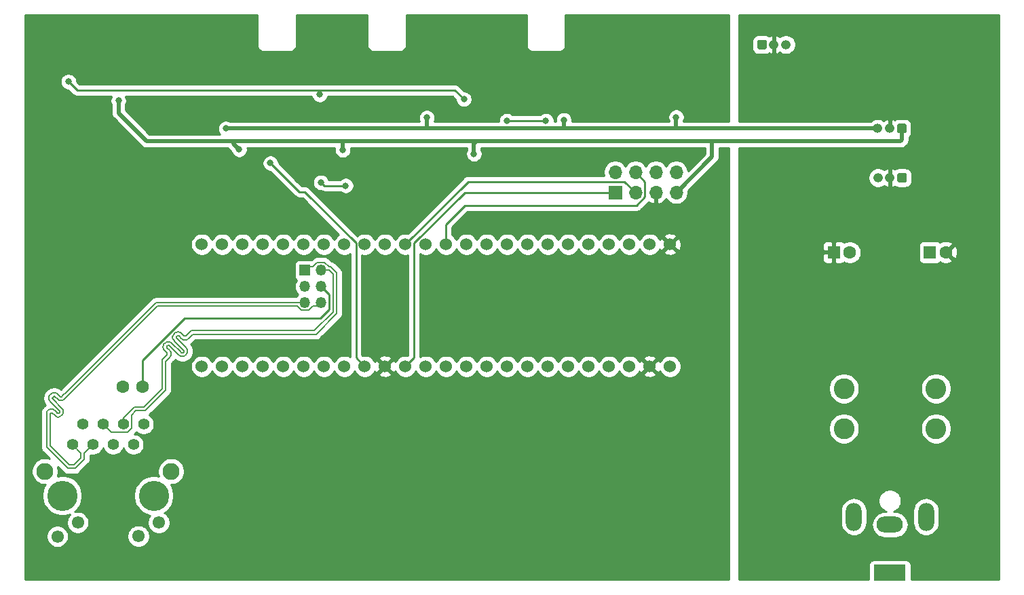
<source format=gbl>
G04 #@! TF.GenerationSoftware,KiCad,Pcbnew,(5.1.6-0-10_14)*
G04 #@! TF.CreationDate,2020-09-02T00:25:13+09:00*
G04 #@! TF.ProjectId,teabiscuits_compute,74656162-6973-4637-9569-74735f636f6d,rev?*
G04 #@! TF.SameCoordinates,Original*
G04 #@! TF.FileFunction,Copper,L2,Bot*
G04 #@! TF.FilePolarity,Positive*
%FSLAX46Y46*%
G04 Gerber Fmt 4.6, Leading zero omitted, Abs format (unit mm)*
G04 Created by KiCad (PCBNEW (5.1.6-0-10_14)) date 2020-09-02 00:25:13*
%MOMM*%
%LPD*%
G01*
G04 APERTURE LIST*
G04 #@! TA.AperFunction,ComponentPad*
%ADD10C,1.524000*%
G04 #@! TD*
G04 #@! TA.AperFunction,ComponentPad*
%ADD11O,1.200000X1.200000*%
G04 #@! TD*
G04 #@! TA.AperFunction,ComponentPad*
%ADD12R,1.600000X1.600000*%
G04 #@! TD*
G04 #@! TA.AperFunction,ComponentPad*
%ADD13C,1.600000*%
G04 #@! TD*
G04 #@! TA.AperFunction,ComponentPad*
%ADD14R,4.000000X2.000000*%
G04 #@! TD*
G04 #@! TA.AperFunction,ComponentPad*
%ADD15O,3.300000X2.000000*%
G04 #@! TD*
G04 #@! TA.AperFunction,ComponentPad*
%ADD16O,2.000000X3.500000*%
G04 #@! TD*
G04 #@! TA.AperFunction,ComponentPad*
%ADD17R,1.700000X1.700000*%
G04 #@! TD*
G04 #@! TA.AperFunction,ComponentPad*
%ADD18O,1.700000X1.700000*%
G04 #@! TD*
G04 #@! TA.AperFunction,ComponentPad*
%ADD19C,1.397000*%
G04 #@! TD*
G04 #@! TA.AperFunction,ComponentPad*
%ADD20C,1.549400*%
G04 #@! TD*
G04 #@! TA.AperFunction,ComponentPad*
%ADD21C,3.759200*%
G04 #@! TD*
G04 #@! TA.AperFunction,ComponentPad*
%ADD22C,2.108200*%
G04 #@! TD*
G04 #@! TA.AperFunction,ComponentPad*
%ADD23C,2.600000*%
G04 #@! TD*
G04 #@! TA.AperFunction,ComponentPad*
%ADD24R,1.350000X1.350000*%
G04 #@! TD*
G04 #@! TA.AperFunction,ComponentPad*
%ADD25O,1.350000X1.350000*%
G04 #@! TD*
G04 #@! TA.AperFunction,ViaPad*
%ADD26C,0.800000*%
G04 #@! TD*
G04 #@! TA.AperFunction,Conductor*
%ADD27C,0.500000*%
G04 #@! TD*
G04 #@! TA.AperFunction,Conductor*
%ADD28C,0.250000*%
G04 #@! TD*
G04 #@! TA.AperFunction,Conductor*
%ADD29C,0.200000*%
G04 #@! TD*
G04 #@! TA.AperFunction,Conductor*
%ADD30C,0.254000*%
G04 #@! TD*
G04 APERTURE END LIST*
D10*
X173560000Y-127000000D03*
X171020000Y-127000000D03*
X168480000Y-127000000D03*
X165940000Y-127000000D03*
X163400000Y-127000000D03*
X160860000Y-127000000D03*
X158320000Y-127000000D03*
X155780000Y-127000000D03*
X153240000Y-127000000D03*
X150700000Y-127000000D03*
X148160000Y-127000000D03*
X145620000Y-127000000D03*
X143080000Y-127000000D03*
X140540000Y-127000000D03*
X138000000Y-127000000D03*
X135460000Y-127000000D03*
X132920000Y-127000000D03*
X130380000Y-127000000D03*
X127840000Y-127000000D03*
X125300000Y-127000000D03*
X122760000Y-127000000D03*
X120220000Y-127000000D03*
X117680000Y-127000000D03*
X115140000Y-127000000D03*
X135460000Y-142240000D03*
X160860000Y-142240000D03*
X153240000Y-142240000D03*
X158320000Y-142240000D03*
X173560000Y-142240000D03*
X148160000Y-142240000D03*
X127840000Y-142240000D03*
X140540000Y-142240000D03*
X117680000Y-142240000D03*
X115140000Y-142240000D03*
X150700000Y-142240000D03*
X122760000Y-142240000D03*
X125300000Y-142240000D03*
X132920000Y-142240000D03*
X163400000Y-142240000D03*
X155780000Y-142240000D03*
X165940000Y-142240000D03*
X145620000Y-142240000D03*
X171020000Y-142240000D03*
X130380000Y-142240000D03*
X143080000Y-142240000D03*
X138000000Y-142240000D03*
X120220000Y-142240000D03*
X168480000Y-142240000D03*
D11*
X199475000Y-112550000D03*
X200975000Y-112550000D03*
G04 #@! TA.AperFunction,ComponentPad*
G36*
G01*
X203075000Y-112126400D02*
X203075000Y-112973600D01*
G75*
G02*
X202898600Y-113150000I-176400J0D01*
G01*
X202051400Y-113150000D01*
G75*
G02*
X201875000Y-112973600I0J176400D01*
G01*
X201875000Y-112126400D01*
G75*
G02*
X202051400Y-111950000I176400J0D01*
G01*
X202898600Y-111950000D01*
G75*
G02*
X203075000Y-112126400I0J-176400D01*
G01*
G37*
G04 #@! TD.AperFunction*
D12*
X206000000Y-128000000D03*
D13*
X208000000Y-128000000D03*
X196000000Y-128000000D03*
D12*
X194000000Y-128000000D03*
D13*
X107750000Y-144750000D03*
X105250000Y-144750000D03*
D14*
X201000000Y-168000000D03*
D15*
X201000000Y-162000000D03*
D16*
X205500000Y-161000000D03*
X196500000Y-161000000D03*
D17*
X166720000Y-120540000D03*
D18*
X166720000Y-118000000D03*
X169260000Y-120540000D03*
X169260000Y-118000000D03*
X171800000Y-120540000D03*
X171800000Y-118000000D03*
X174340000Y-120540000D03*
X174340000Y-118000000D03*
D11*
X188025000Y-102075000D03*
X186525000Y-102075000D03*
G04 #@! TA.AperFunction,ComponentPad*
G36*
G01*
X184425000Y-102498600D02*
X184425000Y-101651400D01*
G75*
G02*
X184601400Y-101475000I176400J0D01*
G01*
X185448600Y-101475000D01*
G75*
G02*
X185625000Y-101651400I0J-176400D01*
G01*
X185625000Y-102498600D01*
G75*
G02*
X185448600Y-102675000I-176400J0D01*
G01*
X184601400Y-102675000D01*
G75*
G02*
X184425000Y-102498600I0J176400D01*
G01*
G37*
G04 #@! TD.AperFunction*
D19*
X100270000Y-149460000D03*
X102810000Y-149460000D03*
X105350000Y-149460000D03*
X107890000Y-149460000D03*
X99000000Y-152000000D03*
X101540000Y-152000000D03*
X104080000Y-152000000D03*
X106620000Y-152000000D03*
D20*
X97120000Y-163450000D03*
X99660000Y-161730000D03*
X107230000Y-163430000D03*
X109770000Y-161730000D03*
D21*
X97730000Y-158370000D03*
X109160000Y-158370000D03*
D22*
X95570002Y-155320000D03*
X111319998Y-155320000D03*
D23*
X206750000Y-145000000D03*
X206750000Y-150000000D03*
X195250000Y-150000000D03*
X195250000Y-145000000D03*
D11*
X199500000Y-118700000D03*
X201000000Y-118700000D03*
G04 #@! TA.AperFunction,ComponentPad*
G36*
G01*
X203100000Y-118276400D02*
X203100000Y-119123600D01*
G75*
G02*
X202923600Y-119300000I-176400J0D01*
G01*
X202076400Y-119300000D01*
G75*
G02*
X201900000Y-119123600I0J176400D01*
G01*
X201900000Y-118276400D01*
G75*
G02*
X202076400Y-118100000I176400J0D01*
G01*
X202923600Y-118100000D01*
G75*
G02*
X203100000Y-118276400I0J-176400D01*
G01*
G37*
G04 #@! TD.AperFunction*
D24*
X128000000Y-130250000D03*
D25*
X130000000Y-130250000D03*
X128000000Y-132250000D03*
X130000000Y-132250000D03*
X128000000Y-134250000D03*
X130000000Y-134250000D03*
D26*
X104750000Y-109075000D03*
X149100000Y-115725000D03*
X132725000Y-115225000D03*
X119800000Y-115175000D03*
X141000000Y-117000000D03*
X134000000Y-123000000D03*
X122200000Y-103800000D03*
X127800000Y-103600000D03*
X174325000Y-111125000D03*
X160300000Y-111500000D03*
X143225000Y-111200000D03*
X118150000Y-112550000D03*
X158075000Y-111575000D03*
X153200000Y-111600000D03*
X123700000Y-116875000D03*
X98500000Y-106700000D03*
X147850000Y-108900000D03*
X129850000Y-108325000D03*
X133100000Y-119675000D03*
X130000000Y-119275000D03*
D27*
X202500000Y-113075000D02*
X202500000Y-113975000D01*
X202500000Y-113975000D02*
X202349999Y-114125001D01*
X104750000Y-110625000D02*
X104750000Y-109075000D01*
X108250001Y-114125001D02*
X104750000Y-110625000D01*
X174340000Y-120540000D02*
X178799999Y-116080001D01*
X178799999Y-116080001D02*
X178799999Y-114125001D01*
X202349999Y-114125001D02*
X178799999Y-114125001D01*
X149100000Y-115725000D02*
X149100000Y-114450000D01*
X149100000Y-114450000D02*
X149424999Y-114125001D01*
X178799999Y-114125001D02*
X149424999Y-114125001D01*
X132725000Y-115225000D02*
X132725000Y-114275000D01*
X132725000Y-114275000D02*
X132575001Y-114125001D01*
X149424999Y-114125001D02*
X132575001Y-114125001D01*
X119075001Y-114450001D02*
X119075001Y-114125001D01*
X119075001Y-114125001D02*
X108250001Y-114125001D01*
X119800000Y-115175000D02*
X119075001Y-114450001D01*
X132575001Y-114125001D02*
X119075001Y-114125001D01*
X174325000Y-112375000D02*
X174150000Y-112550000D01*
X174325000Y-111125000D02*
X174325000Y-112375000D01*
X199475000Y-112550000D02*
X174150000Y-112550000D01*
X160300000Y-112325000D02*
X160525000Y-112550000D01*
X160300000Y-111500000D02*
X160300000Y-112325000D01*
X174150000Y-112550000D02*
X160525000Y-112550000D01*
X143225000Y-111200000D02*
X143225000Y-112525000D01*
X143250000Y-112550000D02*
X118150000Y-112550000D01*
X143225000Y-112525000D02*
X143250000Y-112550000D01*
X160525000Y-112550000D02*
X143250000Y-112550000D01*
D28*
X153225000Y-111575000D02*
X153200000Y-111600000D01*
X158075000Y-111575000D02*
X153225000Y-111575000D01*
X170435001Y-121104001D02*
X169364002Y-122175000D01*
X170435001Y-119175001D02*
X170435001Y-121104001D01*
X169260000Y-118000000D02*
X170435001Y-119175001D01*
X169364002Y-122175000D02*
X148000000Y-122175000D01*
X145620000Y-124555000D02*
X145620000Y-127000000D01*
X148000000Y-122175000D02*
X145620000Y-124555000D01*
X141627001Y-141152999D02*
X140540000Y-142240000D01*
X141627001Y-126844237D02*
X141627001Y-141152999D01*
X147931238Y-120540000D02*
X141627001Y-126844237D01*
X166720000Y-120540000D02*
X147931238Y-120540000D01*
X148364999Y-119175001D02*
X140540000Y-127000000D01*
X167895001Y-119175001D02*
X148364999Y-119175001D01*
X169260000Y-120540000D02*
X167895001Y-119175001D01*
X134372999Y-141152999D02*
X134372999Y-126844237D01*
X134372999Y-126844237D02*
X128003762Y-120475000D01*
X135460000Y-142240000D02*
X134372999Y-141152999D01*
X127300000Y-120475000D02*
X123700000Y-116875000D01*
X128003762Y-120475000D02*
X127300000Y-120475000D01*
X98500000Y-106700000D02*
X99575000Y-107775000D01*
X146725000Y-107775000D02*
X147850000Y-108900000D01*
X129850000Y-107775000D02*
X129850000Y-108325000D01*
X129850000Y-107775000D02*
X146725000Y-107775000D01*
X130400000Y-119675000D02*
X130000000Y-119275000D01*
X133100000Y-119675000D02*
X130400000Y-119675000D01*
X99575000Y-107775000D02*
X129850000Y-107775000D01*
X131000001Y-133250001D02*
X131000001Y-135119999D01*
X130000000Y-132250000D02*
X131000001Y-133250001D01*
X131000001Y-135119999D02*
X129900000Y-136220000D01*
X107750000Y-141481547D02*
X107750000Y-144750000D01*
X113011547Y-136220000D02*
X107750000Y-141481547D01*
X129900000Y-136220000D02*
X113011547Y-136220000D01*
D29*
X109431800Y-134250000D02*
X128000000Y-134250000D01*
X98339153Y-145342647D02*
X109431800Y-134250000D01*
X97546109Y-146029202D02*
X97590895Y-146029202D01*
X97427082Y-145971880D02*
X97462097Y-145999803D01*
X96787115Y-145520873D02*
X96920819Y-145551391D01*
X96516267Y-145551391D02*
X96649971Y-145520873D01*
X96392705Y-145610895D02*
X96516267Y-145551391D01*
X96285482Y-145696402D02*
X96392705Y-145610895D01*
X96232364Y-145749519D02*
X96285482Y-145696402D01*
X96146857Y-145856741D02*
X96232364Y-145749519D01*
X96056837Y-146251150D02*
X96056836Y-146114008D01*
X96056836Y-146114008D02*
X96087353Y-145980303D01*
X97357800Y-147741076D02*
X96232365Y-146615641D01*
X97674909Y-145999804D02*
X97709924Y-145971880D01*
X97415121Y-147904890D02*
X97415121Y-147860104D01*
X97502447Y-146019235D02*
X97546109Y-146029202D01*
X96146858Y-146508417D02*
X96087354Y-146384855D01*
X97322786Y-148051842D02*
X97357800Y-148023919D01*
X97044381Y-145610895D02*
X97151604Y-145696402D01*
X97282435Y-148071274D02*
X97322786Y-148051842D01*
X97238772Y-148081240D02*
X97282435Y-148071274D01*
X97193986Y-148081240D02*
X97238772Y-148081240D01*
X97150323Y-148071274D02*
X97193986Y-148081240D01*
X98406800Y-154975000D02*
X95775000Y-152343200D01*
X96297848Y-147572913D02*
X96434992Y-147572913D01*
X96434992Y-147572913D02*
X96568696Y-147603431D01*
X96164143Y-147603431D02*
X96297848Y-147572913D01*
X97385723Y-147776091D02*
X97357800Y-147741076D01*
X97074958Y-148023919D02*
X97109973Y-148051842D01*
X95933359Y-147748442D02*
X96040582Y-147662935D01*
X97405155Y-147816441D02*
X97385723Y-147776091D01*
X95775000Y-147906800D02*
X95933359Y-147748442D01*
X97357800Y-148023919D02*
X97385723Y-147988904D01*
X97634559Y-146019235D02*
X97674909Y-145999804D01*
X95775000Y-152343200D02*
X95775000Y-147906800D01*
X99343200Y-154975000D02*
X98406800Y-154975000D01*
X100495000Y-153823200D02*
X99343200Y-154975000D01*
X101540000Y-152000000D02*
X100495000Y-153045000D01*
X96692258Y-147662935D02*
X96799481Y-147748442D01*
X97385723Y-147988904D02*
X97405155Y-147948553D01*
X97415121Y-147860104D02*
X97405155Y-147816441D01*
X96920819Y-145551391D02*
X97044381Y-145610895D01*
X100495000Y-153045000D02*
X100495000Y-153823200D01*
X96087354Y-146384855D02*
X96056837Y-146251150D01*
X97405155Y-147948553D02*
X97415121Y-147904890D01*
X96040582Y-147662935D02*
X96164143Y-147603431D01*
X97151604Y-145696402D02*
X97427082Y-145971880D01*
X96232365Y-146615641D02*
X96146858Y-146508417D01*
X97462097Y-145999803D02*
X97502447Y-146019235D01*
X96649971Y-145520873D02*
X96787115Y-145520873D01*
X96087353Y-145980303D02*
X96146857Y-145856741D01*
X96568696Y-147603431D02*
X96692258Y-147662935D01*
X97709924Y-145971880D02*
X98339153Y-145342647D01*
X97590895Y-146029202D02*
X97634559Y-146019235D01*
X96799481Y-147748442D02*
X97074958Y-148023919D01*
X97109973Y-148051842D02*
X97150323Y-148071274D01*
X100045000Y-153045000D02*
X100045000Y-153636800D01*
X96432476Y-148045843D02*
X96472826Y-148065275D01*
X96890541Y-148454183D02*
X97014103Y-148513688D01*
X128468001Y-135225001D02*
X128993002Y-134700000D01*
X96652487Y-145993803D02*
X96696149Y-145983838D01*
X96740935Y-145983838D02*
X96784599Y-145993803D01*
X129550000Y-134700000D02*
X130000000Y-134250000D01*
X109618200Y-134700000D02*
X127006998Y-134700000D01*
X98657353Y-145660847D02*
X109618200Y-134700000D01*
X98028122Y-146290079D02*
X98657353Y-145660847D01*
X97894341Y-146402143D02*
X98001564Y-146316636D01*
X97637075Y-146492165D02*
X97770780Y-146461648D01*
X97499931Y-146492166D02*
X97637075Y-146492165D01*
X97135442Y-146316636D02*
X97242665Y-146402143D01*
X97878086Y-147813926D02*
X97847568Y-147680222D01*
X97770780Y-146461648D02*
X97894341Y-146402143D01*
X96696149Y-145983838D02*
X96740935Y-145983838D01*
X96824949Y-146013235D02*
X96859964Y-146041158D01*
X99000000Y-152000000D02*
X100045000Y-153045000D01*
X96612135Y-146013236D02*
X96652487Y-145993803D01*
X127531999Y-135225001D02*
X128468001Y-135225001D01*
X96784599Y-145993803D02*
X96824949Y-146013235D01*
X97284951Y-148544205D02*
X97418656Y-148513688D01*
X96300364Y-148045843D02*
X96344027Y-148035877D01*
X96577120Y-146041159D02*
X96612135Y-146013236D01*
X97242665Y-146402143D02*
X97366226Y-146461649D01*
X96549197Y-146076173D02*
X96577120Y-146041159D01*
X96519799Y-146160188D02*
X96529766Y-146116524D01*
X96344027Y-148035877D02*
X96388813Y-148035877D01*
X96519800Y-146204972D02*
X96519799Y-146160188D01*
X96859964Y-146041158D02*
X97135442Y-146316636D01*
X97702557Y-147449437D02*
X96577121Y-146324001D01*
X96549196Y-146288987D02*
X96529765Y-146248636D01*
X97847568Y-147680222D02*
X97788064Y-147556660D01*
X97878086Y-147951070D02*
X97878086Y-147813926D01*
X97847568Y-148084774D02*
X97878086Y-147951070D01*
X97542217Y-148454183D02*
X97649440Y-148368676D01*
X96529765Y-146248636D02*
X96519800Y-146204972D01*
X96224999Y-148093199D02*
X96260013Y-148065275D01*
X97649440Y-148368676D02*
X97702557Y-148315559D01*
X97147808Y-148544205D02*
X97284951Y-148544205D01*
X97366226Y-146461649D02*
X97499931Y-146492166D01*
X96260013Y-148065275D02*
X96300364Y-148045843D01*
X97788064Y-148208336D02*
X97847568Y-148084774D01*
X96783318Y-148368676D02*
X96890541Y-148454183D01*
X99156800Y-154525000D02*
X98593200Y-154525000D01*
X96507841Y-148093199D02*
X96783318Y-148368676D01*
X97788064Y-147556660D02*
X97702557Y-147449437D01*
X96472826Y-148065275D02*
X96507841Y-148093199D01*
X97014103Y-148513688D02*
X97147808Y-148544205D01*
X128993002Y-134700000D02*
X129550000Y-134700000D01*
X96388813Y-148035877D02*
X96432476Y-148045843D01*
X97418656Y-148513688D02*
X97542217Y-148454183D01*
X96225000Y-152156800D02*
X96224999Y-148093199D01*
X98001564Y-146316636D02*
X98028122Y-146290079D01*
X100045000Y-153636800D02*
X99156800Y-154525000D01*
X96577121Y-146324001D02*
X96549196Y-146288987D01*
X127006998Y-134700000D02*
X127531999Y-135225001D01*
X98593200Y-154525000D02*
X96225000Y-152156800D01*
X97702557Y-148315559D02*
X97788064Y-148208336D01*
X96529766Y-146116524D02*
X96549197Y-146076173D01*
X129393200Y-138225000D02*
X114003200Y-138225000D01*
X113136666Y-140823949D02*
X113029442Y-140909458D01*
X110782412Y-139741383D02*
X110772446Y-139785046D01*
X112270540Y-140823950D02*
X112243983Y-140797390D01*
X103833501Y-150483501D02*
X102810000Y-149460000D01*
X112107216Y-138416579D02*
X112066865Y-138436011D01*
X106913200Y-147755000D02*
X106373501Y-148294699D01*
X110625000Y-141603200D02*
X110625000Y-145213200D01*
X112377764Y-140909457D02*
X112270540Y-140823950D01*
X110993582Y-139608697D02*
X110948796Y-139608697D01*
X111206998Y-140999484D02*
X111121490Y-141106707D01*
X111266502Y-140875922D02*
X111206998Y-140999484D01*
X111266502Y-140471368D02*
X111297020Y-140605073D01*
X111206998Y-140347805D02*
X111266502Y-140471368D01*
X106373501Y-148294699D02*
X106373501Y-149951281D01*
X112606416Y-138755658D02*
X112579858Y-138729099D01*
X110772446Y-139829832D02*
X110782412Y-139873495D01*
X110772446Y-139785046D02*
X110772446Y-139829832D01*
X110801844Y-139701032D02*
X110782412Y-139741383D01*
X110948796Y-139608697D02*
X110905133Y-139618662D01*
X105841281Y-150483501D02*
X103833501Y-150483501D01*
X110829768Y-139948860D02*
X111121490Y-140240582D01*
X113334793Y-140540047D02*
X113275289Y-140663609D01*
X110864783Y-139638094D02*
X110829768Y-139666018D01*
X112279678Y-138436011D02*
X112239328Y-138416579D01*
X110829768Y-139666018D02*
X110801844Y-139701032D01*
X112635031Y-140999479D02*
X112501326Y-140968962D01*
X106373501Y-149951281D02*
X105841281Y-150483501D01*
X111077595Y-139638094D02*
X111037245Y-139618662D01*
X113472541Y-138755658D02*
X113365318Y-138841165D01*
X112243983Y-140797390D02*
X111112610Y-139666018D01*
X112905880Y-140968962D02*
X112772175Y-140999479D01*
X111984494Y-138671411D02*
X112003926Y-138711761D01*
X112031850Y-138463934D02*
X112003926Y-138498948D01*
X113275289Y-140663609D02*
X113189782Y-140770831D01*
X111121490Y-140240582D02*
X111206998Y-140347805D01*
X112066865Y-138436011D02*
X112031850Y-138463934D01*
X113163223Y-139878149D02*
X113189780Y-139904709D01*
X113334793Y-140135493D02*
X113365310Y-140269198D01*
X113275289Y-140011931D02*
X113334793Y-140135493D01*
X111974528Y-138627748D02*
X111984494Y-138671411D01*
X112597536Y-139312465D02*
X112756637Y-139471563D01*
X128450000Y-129800000D02*
X129006998Y-129800000D01*
X112597535Y-139312461D02*
X112597536Y-139312465D01*
X111121490Y-141106707D02*
X111094932Y-141133265D01*
X111037245Y-139618662D02*
X110993582Y-139608697D01*
X110625000Y-145213200D02*
X108083200Y-147755000D01*
X112501326Y-140968962D02*
X112377764Y-140909457D01*
X112003926Y-138711761D02*
X112031850Y-138746776D01*
X111984494Y-138539299D02*
X111974528Y-138582962D01*
X110801844Y-139913845D02*
X110829768Y-139948860D01*
X113029442Y-140909458D02*
X112905880Y-140968962D01*
X112837201Y-138900670D02*
X112713639Y-138841165D01*
X129531999Y-129274999D02*
X130468001Y-129274999D01*
X112003926Y-138498948D02*
X111984494Y-138539299D01*
X113189780Y-139904709D02*
X113275289Y-140011931D01*
X113365310Y-140269198D02*
X113365310Y-140406342D01*
X113365310Y-140406342D02*
X113334793Y-140540047D01*
X112970907Y-138931187D02*
X112837201Y-138900670D01*
X129006998Y-129800000D02*
X129531999Y-129274999D01*
X111094932Y-141133265D02*
X110625000Y-141603200D01*
X111297020Y-140605073D02*
X111297020Y-140742216D01*
X111112610Y-139666018D02*
X111077595Y-139638094D01*
X112150879Y-138406613D02*
X112107216Y-138416579D01*
X112772175Y-140999479D02*
X112635031Y-140999479D01*
X113365318Y-138841165D02*
X113241755Y-138900670D01*
X112195665Y-138406613D02*
X112150879Y-138406613D01*
X110905133Y-139618662D02*
X110864783Y-139638094D01*
X113241755Y-138900670D02*
X113108050Y-138931187D01*
X111297020Y-140742216D02*
X111266502Y-140875922D01*
X112756637Y-139471563D02*
X113163223Y-139878149D01*
X131955000Y-135663200D02*
X129393200Y-138225000D01*
X112314693Y-138463934D02*
X112279678Y-138436011D01*
X112239328Y-138416579D02*
X112195665Y-138406613D01*
X112031850Y-138746776D02*
X112597535Y-139312461D01*
X113189782Y-140770831D02*
X113136666Y-140823949D01*
X113108050Y-138931187D02*
X112970907Y-138931187D01*
X111974528Y-138582962D02*
X111974528Y-138627748D01*
X130468001Y-129274999D02*
X130993002Y-129800000D01*
X114003200Y-138225000D02*
X113472541Y-138755658D01*
X112579858Y-138729099D02*
X112314693Y-138463934D01*
X112713639Y-138841165D02*
X112606416Y-138755658D01*
X108083200Y-147755000D02*
X106913200Y-147755000D01*
X131955000Y-130536800D02*
X131955000Y-135663200D01*
X110782412Y-139873495D02*
X110801844Y-139913845D01*
X130993002Y-129800000D02*
X131218200Y-129800000D01*
X131218200Y-129800000D02*
X131955000Y-130536800D01*
X128000000Y-130250000D02*
X128450000Y-129800000D01*
X105350000Y-148681800D02*
X105350000Y-149460000D01*
X110175000Y-145026800D02*
X107896800Y-147305000D01*
X110175000Y-141416800D02*
X110175000Y-145026800D01*
X110776732Y-140815066D02*
X110175000Y-141416800D01*
X110804655Y-140780051D02*
X110776732Y-140815066D01*
X110834053Y-140696037D02*
X110824087Y-140739700D01*
X110824087Y-140607588D02*
X110834053Y-140651251D01*
X110804655Y-140567238D02*
X110824087Y-140607588D01*
X110776732Y-140532223D02*
X110804655Y-140567238D01*
X110485009Y-140240501D02*
X110511568Y-140267059D01*
X110339997Y-140009715D02*
X110399501Y-140133278D01*
X110309480Y-139876010D02*
X110339997Y-140009715D01*
X110339997Y-139605161D02*
X110309480Y-139738866D01*
X110538127Y-139321260D02*
X110485009Y-139374376D01*
X110902617Y-139145731D02*
X110768912Y-139176248D01*
X111039761Y-139145731D02*
X110902617Y-139145731D01*
X112562181Y-140479191D02*
X111404251Y-139321260D01*
X112681209Y-140536513D02*
X112637547Y-140526546D01*
X112892380Y-140403825D02*
X112872948Y-140444175D01*
X112902345Y-140315376D02*
X112902345Y-140360162D01*
X112892380Y-140271713D02*
X112902345Y-140315376D01*
X111542080Y-138807632D02*
X111601584Y-138931195D01*
X107896800Y-147305000D02*
X106726800Y-147305000D01*
X110511568Y-140267059D02*
X110776732Y-140532223D01*
X111511563Y-138673927D02*
X111542080Y-138807632D01*
X111511563Y-138536783D02*
X111511563Y-138673927D01*
X111173466Y-139176248D02*
X111039761Y-139145731D01*
X111601584Y-138279516D02*
X111542080Y-138403078D01*
X111687092Y-138172293D02*
X111601584Y-138279516D01*
X111740209Y-138119177D02*
X111687092Y-138172293D01*
X111970994Y-137974165D02*
X111847432Y-138033669D01*
X112104700Y-137943647D02*
X111970994Y-137974165D01*
X110645350Y-139235752D02*
X110538127Y-139321260D01*
X112241843Y-137943647D02*
X112104700Y-137943647D01*
X112499111Y-138033669D02*
X112375548Y-137974165D01*
X112606334Y-138119177D02*
X112499111Y-138033669D01*
X111713651Y-139064976D02*
X112845023Y-140196349D01*
X112898057Y-138410900D02*
X112606334Y-138119177D01*
X110824087Y-140739700D02*
X110804655Y-140780051D01*
X112933072Y-138438823D02*
X112898057Y-138410900D01*
X112973423Y-138458255D02*
X112933072Y-138438823D01*
X113017086Y-138468221D02*
X112973423Y-138458255D01*
X113061871Y-138468221D02*
X113017086Y-138468221D01*
X113105534Y-138458255D02*
X113061871Y-138468221D01*
X113145885Y-138438823D02*
X113105534Y-138458255D01*
X112845023Y-140479191D02*
X112810009Y-140507115D01*
X131505000Y-135476800D02*
X129206800Y-137775000D01*
X131505000Y-130723200D02*
X131505000Y-135476800D01*
X112810009Y-140507115D02*
X112769659Y-140526546D01*
X113180900Y-138410900D02*
X113145885Y-138438823D01*
X112845023Y-140196349D02*
X112872948Y-140231363D01*
X111297028Y-139235752D02*
X111173466Y-139176248D01*
X112902345Y-140360162D02*
X112892380Y-140403825D01*
X110834053Y-140651251D02*
X110834053Y-140696037D01*
X106726800Y-147305000D02*
X105350000Y-148681800D01*
X111542080Y-138403078D02*
X111511563Y-138536783D01*
X129206800Y-137775000D02*
X113816800Y-137775000D01*
X131031800Y-130250000D02*
X131505000Y-130723200D01*
X110768912Y-139176248D02*
X110645350Y-139235752D01*
X110399501Y-140133278D02*
X110485009Y-140240501D01*
X113816800Y-137775000D02*
X113180900Y-138410900D01*
X130000000Y-130250000D02*
X131031800Y-130250000D01*
X110485009Y-139374376D02*
X110399501Y-139481599D01*
X112597197Y-140507114D02*
X112562181Y-140479191D01*
X112872948Y-140231363D02*
X112892380Y-140271713D01*
X110309480Y-139738866D02*
X110309480Y-139876010D01*
X112637547Y-140526546D02*
X112597197Y-140507114D01*
X112725995Y-140536513D02*
X112681209Y-140536513D01*
X112872948Y-140444175D02*
X112845023Y-140479191D01*
X111687092Y-139038418D02*
X111713651Y-139064976D01*
X112769659Y-140526546D02*
X112725995Y-140536513D01*
X111404251Y-139321260D02*
X111297028Y-139235752D01*
X111847432Y-138033669D02*
X111740209Y-138119177D01*
X110399501Y-139481599D02*
X110339997Y-139605161D01*
X111601584Y-138931195D02*
X111687092Y-139038418D01*
X112375548Y-137974165D02*
X112241843Y-137943647D01*
D30*
G36*
X214590001Y-147967572D02*
G01*
X214590000Y-147967582D01*
X214590000Y-148717582D01*
X214590001Y-168840000D01*
X203638072Y-168840000D01*
X203638072Y-167000000D01*
X203625812Y-166875518D01*
X203589502Y-166755820D01*
X203530537Y-166645506D01*
X203451185Y-166548815D01*
X203354494Y-166469463D01*
X203244180Y-166410498D01*
X203124482Y-166374188D01*
X203000000Y-166361928D01*
X199000000Y-166361928D01*
X198875518Y-166374188D01*
X198755820Y-166410498D01*
X198645506Y-166469463D01*
X198548815Y-166548815D01*
X198469463Y-166645506D01*
X198410498Y-166755820D01*
X198374188Y-166875518D01*
X198361928Y-167000000D01*
X198361928Y-168840000D01*
X182127000Y-168840000D01*
X182127000Y-160169678D01*
X194865000Y-160169678D01*
X194865000Y-161830321D01*
X194888657Y-162070515D01*
X194982148Y-162378714D01*
X195133969Y-162662751D01*
X195338286Y-162911714D01*
X195587248Y-163116031D01*
X195871285Y-163267852D01*
X196179484Y-163361343D01*
X196500000Y-163392911D01*
X196820515Y-163361343D01*
X197128714Y-163267852D01*
X197412751Y-163116031D01*
X197661714Y-162911714D01*
X197866031Y-162662752D01*
X198017852Y-162378715D01*
X198111343Y-162070516D01*
X198118288Y-162000000D01*
X198707089Y-162000000D01*
X198738657Y-162320516D01*
X198832148Y-162628715D01*
X198983969Y-162912752D01*
X199188286Y-163161714D01*
X199437248Y-163366031D01*
X199721285Y-163517852D01*
X200029484Y-163611343D01*
X200269678Y-163635000D01*
X201730322Y-163635000D01*
X201970516Y-163611343D01*
X202278715Y-163517852D01*
X202562752Y-163366031D01*
X202811714Y-163161714D01*
X203016031Y-162912752D01*
X203167852Y-162628715D01*
X203261343Y-162320516D01*
X203292911Y-162000000D01*
X203261343Y-161679484D01*
X203167852Y-161371285D01*
X203016031Y-161087248D01*
X202811714Y-160838286D01*
X202562752Y-160633969D01*
X202278715Y-160482148D01*
X201970516Y-160388657D01*
X201730322Y-160365000D01*
X201454432Y-160365000D01*
X201679727Y-160271680D01*
X201832384Y-160169678D01*
X203865000Y-160169678D01*
X203865000Y-161830321D01*
X203888657Y-162070515D01*
X203982148Y-162378714D01*
X204133969Y-162662751D01*
X204338286Y-162911714D01*
X204587248Y-163116031D01*
X204871285Y-163267852D01*
X205179484Y-163361343D01*
X205500000Y-163392911D01*
X205820515Y-163361343D01*
X206128714Y-163267852D01*
X206412751Y-163116031D01*
X206661714Y-162911714D01*
X206866031Y-162662752D01*
X207017852Y-162378715D01*
X207111343Y-162070516D01*
X207135000Y-161830322D01*
X207135000Y-160169678D01*
X207111343Y-159929484D01*
X207017852Y-159621285D01*
X206866031Y-159337248D01*
X206661714Y-159088286D01*
X206412752Y-158883969D01*
X206128715Y-158732148D01*
X205820516Y-158638657D01*
X205500000Y-158607089D01*
X205179485Y-158638657D01*
X204871286Y-158732148D01*
X204587249Y-158883969D01*
X204338287Y-159088286D01*
X204133970Y-159337248D01*
X203982149Y-159621285D01*
X203888657Y-159929484D01*
X203865000Y-160169678D01*
X201832384Y-160169678D01*
X201914759Y-160114637D01*
X202114637Y-159914759D01*
X202271680Y-159679727D01*
X202379853Y-159418574D01*
X202435000Y-159141335D01*
X202435000Y-158858665D01*
X202379853Y-158581426D01*
X202271680Y-158320273D01*
X202114637Y-158085241D01*
X201914759Y-157885363D01*
X201679727Y-157728320D01*
X201418574Y-157620147D01*
X201141335Y-157565000D01*
X200858665Y-157565000D01*
X200581426Y-157620147D01*
X200320273Y-157728320D01*
X200085241Y-157885363D01*
X199885363Y-158085241D01*
X199728320Y-158320273D01*
X199620147Y-158581426D01*
X199565000Y-158858665D01*
X199565000Y-159141335D01*
X199620147Y-159418574D01*
X199728320Y-159679727D01*
X199885363Y-159914759D01*
X200085241Y-160114637D01*
X200320273Y-160271680D01*
X200545568Y-160365000D01*
X200269678Y-160365000D01*
X200029484Y-160388657D01*
X199721285Y-160482148D01*
X199437248Y-160633969D01*
X199188286Y-160838286D01*
X198983969Y-161087248D01*
X198832148Y-161371285D01*
X198738657Y-161679484D01*
X198707089Y-162000000D01*
X198118288Y-162000000D01*
X198135000Y-161830322D01*
X198135000Y-160169678D01*
X198111343Y-159929484D01*
X198017852Y-159621285D01*
X197866031Y-159337248D01*
X197661714Y-159088286D01*
X197412752Y-158883969D01*
X197128715Y-158732148D01*
X196820516Y-158638657D01*
X196500000Y-158607089D01*
X196179485Y-158638657D01*
X195871286Y-158732148D01*
X195587249Y-158883969D01*
X195338287Y-159088286D01*
X195133970Y-159337248D01*
X194982149Y-159621285D01*
X194888657Y-159929484D01*
X194865000Y-160169678D01*
X182127000Y-160169678D01*
X182127000Y-149809419D01*
X193315000Y-149809419D01*
X193315000Y-150190581D01*
X193389361Y-150564419D01*
X193535225Y-150916566D01*
X193746987Y-151233491D01*
X194016509Y-151503013D01*
X194333434Y-151714775D01*
X194685581Y-151860639D01*
X195059419Y-151935000D01*
X195440581Y-151935000D01*
X195814419Y-151860639D01*
X196166566Y-151714775D01*
X196483491Y-151503013D01*
X196753013Y-151233491D01*
X196964775Y-150916566D01*
X197110639Y-150564419D01*
X197185000Y-150190581D01*
X197185000Y-149809419D01*
X204815000Y-149809419D01*
X204815000Y-150190581D01*
X204889361Y-150564419D01*
X205035225Y-150916566D01*
X205246987Y-151233491D01*
X205516509Y-151503013D01*
X205833434Y-151714775D01*
X206185581Y-151860639D01*
X206559419Y-151935000D01*
X206940581Y-151935000D01*
X207314419Y-151860639D01*
X207666566Y-151714775D01*
X207983491Y-151503013D01*
X208253013Y-151233491D01*
X208464775Y-150916566D01*
X208610639Y-150564419D01*
X208685000Y-150190581D01*
X208685000Y-149809419D01*
X208610639Y-149435581D01*
X208464775Y-149083434D01*
X208253013Y-148766509D01*
X207983491Y-148496987D01*
X207666566Y-148285225D01*
X207314419Y-148139361D01*
X206940581Y-148065000D01*
X206559419Y-148065000D01*
X206185581Y-148139361D01*
X205833434Y-148285225D01*
X205516509Y-148496987D01*
X205246987Y-148766509D01*
X205035225Y-149083434D01*
X204889361Y-149435581D01*
X204815000Y-149809419D01*
X197185000Y-149809419D01*
X197110639Y-149435581D01*
X196964775Y-149083434D01*
X196753013Y-148766509D01*
X196483491Y-148496987D01*
X196166566Y-148285225D01*
X195814419Y-148139361D01*
X195440581Y-148065000D01*
X195059419Y-148065000D01*
X194685581Y-148139361D01*
X194333434Y-148285225D01*
X194016509Y-148496987D01*
X193746987Y-148766509D01*
X193535225Y-149083434D01*
X193389361Y-149435581D01*
X193315000Y-149809419D01*
X182127000Y-149809419D01*
X182127000Y-144809419D01*
X193315000Y-144809419D01*
X193315000Y-145190581D01*
X193389361Y-145564419D01*
X193535225Y-145916566D01*
X193746987Y-146233491D01*
X194016509Y-146503013D01*
X194333434Y-146714775D01*
X194685581Y-146860639D01*
X195059419Y-146935000D01*
X195440581Y-146935000D01*
X195814419Y-146860639D01*
X196166566Y-146714775D01*
X196483491Y-146503013D01*
X196753013Y-146233491D01*
X196964775Y-145916566D01*
X197110639Y-145564419D01*
X197185000Y-145190581D01*
X197185000Y-144809419D01*
X204815000Y-144809419D01*
X204815000Y-145190581D01*
X204889361Y-145564419D01*
X205035225Y-145916566D01*
X205246987Y-146233491D01*
X205516509Y-146503013D01*
X205833434Y-146714775D01*
X206185581Y-146860639D01*
X206559419Y-146935000D01*
X206940581Y-146935000D01*
X207314419Y-146860639D01*
X207666566Y-146714775D01*
X207983491Y-146503013D01*
X208253013Y-146233491D01*
X208464775Y-145916566D01*
X208610639Y-145564419D01*
X208685000Y-145190581D01*
X208685000Y-144809419D01*
X208610639Y-144435581D01*
X208464775Y-144083434D01*
X208253013Y-143766509D01*
X207983491Y-143496987D01*
X207666566Y-143285225D01*
X207314419Y-143139361D01*
X206940581Y-143065000D01*
X206559419Y-143065000D01*
X206185581Y-143139361D01*
X205833434Y-143285225D01*
X205516509Y-143496987D01*
X205246987Y-143766509D01*
X205035225Y-144083434D01*
X204889361Y-144435581D01*
X204815000Y-144809419D01*
X197185000Y-144809419D01*
X197110639Y-144435581D01*
X196964775Y-144083434D01*
X196753013Y-143766509D01*
X196483491Y-143496987D01*
X196166566Y-143285225D01*
X195814419Y-143139361D01*
X195440581Y-143065000D01*
X195059419Y-143065000D01*
X194685581Y-143139361D01*
X194333434Y-143285225D01*
X194016509Y-143496987D01*
X193746987Y-143766509D01*
X193535225Y-144083434D01*
X193389361Y-144435581D01*
X193315000Y-144809419D01*
X182127000Y-144809419D01*
X182127000Y-128800000D01*
X192561928Y-128800000D01*
X192574188Y-128924482D01*
X192610498Y-129044180D01*
X192669463Y-129154494D01*
X192748815Y-129251185D01*
X192845506Y-129330537D01*
X192955820Y-129389502D01*
X193075518Y-129425812D01*
X193200000Y-129438072D01*
X193714250Y-129435000D01*
X193873000Y-129276250D01*
X193873000Y-128127000D01*
X192723750Y-128127000D01*
X192565000Y-128285750D01*
X192561928Y-128800000D01*
X182127000Y-128800000D01*
X182127000Y-127200000D01*
X192561928Y-127200000D01*
X192565000Y-127714250D01*
X192723750Y-127873000D01*
X193873000Y-127873000D01*
X193873000Y-126723750D01*
X194127000Y-126723750D01*
X194127000Y-127873000D01*
X194147000Y-127873000D01*
X194147000Y-128127000D01*
X194127000Y-128127000D01*
X194127000Y-129276250D01*
X194285750Y-129435000D01*
X194800000Y-129438072D01*
X194924482Y-129425812D01*
X195044180Y-129389502D01*
X195154494Y-129330537D01*
X195251185Y-129251185D01*
X195264790Y-129234607D01*
X195320273Y-129271680D01*
X195581426Y-129379853D01*
X195858665Y-129435000D01*
X196141335Y-129435000D01*
X196418574Y-129379853D01*
X196679727Y-129271680D01*
X196914759Y-129114637D01*
X197114637Y-128914759D01*
X197271680Y-128679727D01*
X197379853Y-128418574D01*
X197435000Y-128141335D01*
X197435000Y-127858665D01*
X197379853Y-127581426D01*
X197271680Y-127320273D01*
X197191317Y-127200000D01*
X204561928Y-127200000D01*
X204561928Y-128800000D01*
X204574188Y-128924482D01*
X204610498Y-129044180D01*
X204669463Y-129154494D01*
X204748815Y-129251185D01*
X204845506Y-129330537D01*
X204955820Y-129389502D01*
X205075518Y-129425812D01*
X205200000Y-129438072D01*
X206800000Y-129438072D01*
X206924482Y-129425812D01*
X207044180Y-129389502D01*
X207154494Y-129330537D01*
X207251185Y-129251185D01*
X207261807Y-129238242D01*
X207513996Y-129357571D01*
X207788184Y-129426300D01*
X208070512Y-129440217D01*
X208350130Y-129398787D01*
X208616292Y-129303603D01*
X208741514Y-129236671D01*
X208813097Y-128992702D01*
X208000000Y-128179605D01*
X207985858Y-128193748D01*
X207806253Y-128014143D01*
X207820395Y-128000000D01*
X208179605Y-128000000D01*
X208992702Y-128813097D01*
X209236671Y-128741514D01*
X209357571Y-128486004D01*
X209426300Y-128211816D01*
X209440217Y-127929488D01*
X209398787Y-127649870D01*
X209303603Y-127383708D01*
X209236671Y-127258486D01*
X208992702Y-127186903D01*
X208179605Y-128000000D01*
X207820395Y-128000000D01*
X207806253Y-127985858D01*
X207985858Y-127806253D01*
X208000000Y-127820395D01*
X208813097Y-127007298D01*
X208741514Y-126763329D01*
X208486004Y-126642429D01*
X208211816Y-126573700D01*
X207929488Y-126559783D01*
X207649870Y-126601213D01*
X207383708Y-126696397D01*
X207261691Y-126761616D01*
X207251185Y-126748815D01*
X207154494Y-126669463D01*
X207044180Y-126610498D01*
X206924482Y-126574188D01*
X206800000Y-126561928D01*
X205200000Y-126561928D01*
X205075518Y-126574188D01*
X204955820Y-126610498D01*
X204845506Y-126669463D01*
X204748815Y-126748815D01*
X204669463Y-126845506D01*
X204610498Y-126955820D01*
X204574188Y-127075518D01*
X204561928Y-127200000D01*
X197191317Y-127200000D01*
X197114637Y-127085241D01*
X196914759Y-126885363D01*
X196679727Y-126728320D01*
X196418574Y-126620147D01*
X196141335Y-126565000D01*
X195858665Y-126565000D01*
X195581426Y-126620147D01*
X195320273Y-126728320D01*
X195264790Y-126765393D01*
X195251185Y-126748815D01*
X195154494Y-126669463D01*
X195044180Y-126610498D01*
X194924482Y-126574188D01*
X194800000Y-126561928D01*
X194285750Y-126565000D01*
X194127000Y-126723750D01*
X193873000Y-126723750D01*
X193714250Y-126565000D01*
X193200000Y-126561928D01*
X193075518Y-126574188D01*
X192955820Y-126610498D01*
X192845506Y-126669463D01*
X192748815Y-126748815D01*
X192669463Y-126845506D01*
X192610498Y-126955820D01*
X192574188Y-127075518D01*
X192561928Y-127200000D01*
X182127000Y-127200000D01*
X182127000Y-118578363D01*
X198265000Y-118578363D01*
X198265000Y-118821637D01*
X198312460Y-119060236D01*
X198405557Y-119284992D01*
X198540713Y-119487267D01*
X198712733Y-119659287D01*
X198915008Y-119794443D01*
X199139764Y-119887540D01*
X199378363Y-119935000D01*
X199621637Y-119935000D01*
X199860236Y-119887540D01*
X200084992Y-119794443D01*
X200252344Y-119682622D01*
X200455659Y-119808572D01*
X200682390Y-119893467D01*
X200873000Y-119769709D01*
X200873000Y-118827000D01*
X200853000Y-118827000D01*
X200853000Y-118573000D01*
X200873000Y-118573000D01*
X200873000Y-117630291D01*
X201127000Y-117630291D01*
X201127000Y-118573000D01*
X201147000Y-118573000D01*
X201147000Y-118827000D01*
X201127000Y-118827000D01*
X201127000Y-119769709D01*
X201317610Y-119893467D01*
X201544341Y-119808572D01*
X201595070Y-119777146D01*
X201623904Y-119800809D01*
X201764715Y-119876074D01*
X201917504Y-119922422D01*
X202076400Y-119938072D01*
X202923600Y-119938072D01*
X203082496Y-119922422D01*
X203235285Y-119876074D01*
X203376096Y-119800809D01*
X203499519Y-119699519D01*
X203600809Y-119576096D01*
X203676074Y-119435285D01*
X203722422Y-119282496D01*
X203738072Y-119123600D01*
X203738072Y-118276400D01*
X203722422Y-118117504D01*
X203676074Y-117964715D01*
X203600809Y-117823904D01*
X203499519Y-117700481D01*
X203376096Y-117599191D01*
X203235285Y-117523926D01*
X203082496Y-117477578D01*
X202923600Y-117461928D01*
X202076400Y-117461928D01*
X201917504Y-117477578D01*
X201764715Y-117523926D01*
X201623904Y-117599191D01*
X201595070Y-117622854D01*
X201544341Y-117591428D01*
X201317610Y-117506533D01*
X201127000Y-117630291D01*
X200873000Y-117630291D01*
X200682390Y-117506533D01*
X200455659Y-117591428D01*
X200252344Y-117717378D01*
X200084992Y-117605557D01*
X199860236Y-117512460D01*
X199621637Y-117465000D01*
X199378363Y-117465000D01*
X199139764Y-117512460D01*
X198915008Y-117605557D01*
X198712733Y-117740713D01*
X198540713Y-117912733D01*
X198405557Y-118115008D01*
X198312460Y-118339764D01*
X198265000Y-118578363D01*
X182127000Y-118578363D01*
X182127000Y-115010001D01*
X202306530Y-115010001D01*
X202349999Y-115014282D01*
X202393468Y-115010001D01*
X202393476Y-115010001D01*
X202523489Y-114997196D01*
X202690312Y-114946590D01*
X202844058Y-114864412D01*
X202978816Y-114753818D01*
X203006533Y-114720045D01*
X203095044Y-114631534D01*
X203128817Y-114603817D01*
X203239411Y-114469059D01*
X203321589Y-114315313D01*
X203372195Y-114148490D01*
X203385000Y-114018477D01*
X203385000Y-114018467D01*
X203389281Y-113975001D01*
X203385000Y-113931535D01*
X203385000Y-113622985D01*
X203474519Y-113549519D01*
X203575809Y-113426096D01*
X203651074Y-113285285D01*
X203697422Y-113132496D01*
X203713072Y-112973600D01*
X203713072Y-112126400D01*
X203697422Y-111967504D01*
X203651074Y-111814715D01*
X203575809Y-111673904D01*
X203474519Y-111550481D01*
X203351096Y-111449191D01*
X203210285Y-111373926D01*
X203057496Y-111327578D01*
X202898600Y-111311928D01*
X202051400Y-111311928D01*
X201892504Y-111327578D01*
X201739715Y-111373926D01*
X201598904Y-111449191D01*
X201570070Y-111472854D01*
X201519341Y-111441428D01*
X201292610Y-111356533D01*
X201102000Y-111480291D01*
X201102000Y-112423000D01*
X201122000Y-112423000D01*
X201122000Y-112677000D01*
X201102000Y-112677000D01*
X201102000Y-112697000D01*
X200848000Y-112697000D01*
X200848000Y-112677000D01*
X200828000Y-112677000D01*
X200828000Y-112423000D01*
X200848000Y-112423000D01*
X200848000Y-111480291D01*
X200657390Y-111356533D01*
X200430659Y-111441428D01*
X200227344Y-111567378D01*
X200059992Y-111455557D01*
X199835236Y-111362460D01*
X199596637Y-111315000D01*
X199353363Y-111315000D01*
X199114764Y-111362460D01*
X198890008Y-111455557D01*
X198687733Y-111590713D01*
X198613446Y-111665000D01*
X182127000Y-111665000D01*
X182127000Y-101651400D01*
X183786928Y-101651400D01*
X183786928Y-102498600D01*
X183802578Y-102657496D01*
X183848926Y-102810285D01*
X183924191Y-102951096D01*
X184025481Y-103074519D01*
X184148904Y-103175809D01*
X184289715Y-103251074D01*
X184442504Y-103297422D01*
X184601400Y-103313072D01*
X185448600Y-103313072D01*
X185607496Y-103297422D01*
X185760285Y-103251074D01*
X185901096Y-103175809D01*
X185929930Y-103152146D01*
X185980659Y-103183572D01*
X186207390Y-103268467D01*
X186398000Y-103144709D01*
X186398000Y-102202000D01*
X186378000Y-102202000D01*
X186378000Y-101948000D01*
X186398000Y-101948000D01*
X186398000Y-101005291D01*
X186652000Y-101005291D01*
X186652000Y-101948000D01*
X186672000Y-101948000D01*
X186672000Y-102202000D01*
X186652000Y-102202000D01*
X186652000Y-103144709D01*
X186842610Y-103268467D01*
X187069341Y-103183572D01*
X187272656Y-103057622D01*
X187440008Y-103169443D01*
X187664764Y-103262540D01*
X187903363Y-103310000D01*
X188146637Y-103310000D01*
X188385236Y-103262540D01*
X188609992Y-103169443D01*
X188812267Y-103034287D01*
X188984287Y-102862267D01*
X189119443Y-102659992D01*
X189212540Y-102435236D01*
X189260000Y-102196637D01*
X189260000Y-101953363D01*
X189212540Y-101714764D01*
X189119443Y-101490008D01*
X188984287Y-101287733D01*
X188812267Y-101115713D01*
X188609992Y-100980557D01*
X188385236Y-100887460D01*
X188146637Y-100840000D01*
X187903363Y-100840000D01*
X187664764Y-100887460D01*
X187440008Y-100980557D01*
X187272656Y-101092378D01*
X187069341Y-100966428D01*
X186842610Y-100881533D01*
X186652000Y-101005291D01*
X186398000Y-101005291D01*
X186207390Y-100881533D01*
X185980659Y-100966428D01*
X185929930Y-100997854D01*
X185901096Y-100974191D01*
X185760285Y-100898926D01*
X185607496Y-100852578D01*
X185448600Y-100836928D01*
X184601400Y-100836928D01*
X184442504Y-100852578D01*
X184289715Y-100898926D01*
X184148904Y-100974191D01*
X184025481Y-101075481D01*
X183924191Y-101198904D01*
X183848926Y-101339715D01*
X183802578Y-101492504D01*
X183786928Y-101651400D01*
X182127000Y-101651400D01*
X182127000Y-98410000D01*
X214590000Y-98410000D01*
X214590001Y-147967572D01*
G37*
X214590001Y-147967572D02*
X214590000Y-147967582D01*
X214590000Y-148717582D01*
X214590001Y-168840000D01*
X203638072Y-168840000D01*
X203638072Y-167000000D01*
X203625812Y-166875518D01*
X203589502Y-166755820D01*
X203530537Y-166645506D01*
X203451185Y-166548815D01*
X203354494Y-166469463D01*
X203244180Y-166410498D01*
X203124482Y-166374188D01*
X203000000Y-166361928D01*
X199000000Y-166361928D01*
X198875518Y-166374188D01*
X198755820Y-166410498D01*
X198645506Y-166469463D01*
X198548815Y-166548815D01*
X198469463Y-166645506D01*
X198410498Y-166755820D01*
X198374188Y-166875518D01*
X198361928Y-167000000D01*
X198361928Y-168840000D01*
X182127000Y-168840000D01*
X182127000Y-160169678D01*
X194865000Y-160169678D01*
X194865000Y-161830321D01*
X194888657Y-162070515D01*
X194982148Y-162378714D01*
X195133969Y-162662751D01*
X195338286Y-162911714D01*
X195587248Y-163116031D01*
X195871285Y-163267852D01*
X196179484Y-163361343D01*
X196500000Y-163392911D01*
X196820515Y-163361343D01*
X197128714Y-163267852D01*
X197412751Y-163116031D01*
X197661714Y-162911714D01*
X197866031Y-162662752D01*
X198017852Y-162378715D01*
X198111343Y-162070516D01*
X198118288Y-162000000D01*
X198707089Y-162000000D01*
X198738657Y-162320516D01*
X198832148Y-162628715D01*
X198983969Y-162912752D01*
X199188286Y-163161714D01*
X199437248Y-163366031D01*
X199721285Y-163517852D01*
X200029484Y-163611343D01*
X200269678Y-163635000D01*
X201730322Y-163635000D01*
X201970516Y-163611343D01*
X202278715Y-163517852D01*
X202562752Y-163366031D01*
X202811714Y-163161714D01*
X203016031Y-162912752D01*
X203167852Y-162628715D01*
X203261343Y-162320516D01*
X203292911Y-162000000D01*
X203261343Y-161679484D01*
X203167852Y-161371285D01*
X203016031Y-161087248D01*
X202811714Y-160838286D01*
X202562752Y-160633969D01*
X202278715Y-160482148D01*
X201970516Y-160388657D01*
X201730322Y-160365000D01*
X201454432Y-160365000D01*
X201679727Y-160271680D01*
X201832384Y-160169678D01*
X203865000Y-160169678D01*
X203865000Y-161830321D01*
X203888657Y-162070515D01*
X203982148Y-162378714D01*
X204133969Y-162662751D01*
X204338286Y-162911714D01*
X204587248Y-163116031D01*
X204871285Y-163267852D01*
X205179484Y-163361343D01*
X205500000Y-163392911D01*
X205820515Y-163361343D01*
X206128714Y-163267852D01*
X206412751Y-163116031D01*
X206661714Y-162911714D01*
X206866031Y-162662752D01*
X207017852Y-162378715D01*
X207111343Y-162070516D01*
X207135000Y-161830322D01*
X207135000Y-160169678D01*
X207111343Y-159929484D01*
X207017852Y-159621285D01*
X206866031Y-159337248D01*
X206661714Y-159088286D01*
X206412752Y-158883969D01*
X206128715Y-158732148D01*
X205820516Y-158638657D01*
X205500000Y-158607089D01*
X205179485Y-158638657D01*
X204871286Y-158732148D01*
X204587249Y-158883969D01*
X204338287Y-159088286D01*
X204133970Y-159337248D01*
X203982149Y-159621285D01*
X203888657Y-159929484D01*
X203865000Y-160169678D01*
X201832384Y-160169678D01*
X201914759Y-160114637D01*
X202114637Y-159914759D01*
X202271680Y-159679727D01*
X202379853Y-159418574D01*
X202435000Y-159141335D01*
X202435000Y-158858665D01*
X202379853Y-158581426D01*
X202271680Y-158320273D01*
X202114637Y-158085241D01*
X201914759Y-157885363D01*
X201679727Y-157728320D01*
X201418574Y-157620147D01*
X201141335Y-157565000D01*
X200858665Y-157565000D01*
X200581426Y-157620147D01*
X200320273Y-157728320D01*
X200085241Y-157885363D01*
X199885363Y-158085241D01*
X199728320Y-158320273D01*
X199620147Y-158581426D01*
X199565000Y-158858665D01*
X199565000Y-159141335D01*
X199620147Y-159418574D01*
X199728320Y-159679727D01*
X199885363Y-159914759D01*
X200085241Y-160114637D01*
X200320273Y-160271680D01*
X200545568Y-160365000D01*
X200269678Y-160365000D01*
X200029484Y-160388657D01*
X199721285Y-160482148D01*
X199437248Y-160633969D01*
X199188286Y-160838286D01*
X198983969Y-161087248D01*
X198832148Y-161371285D01*
X198738657Y-161679484D01*
X198707089Y-162000000D01*
X198118288Y-162000000D01*
X198135000Y-161830322D01*
X198135000Y-160169678D01*
X198111343Y-159929484D01*
X198017852Y-159621285D01*
X197866031Y-159337248D01*
X197661714Y-159088286D01*
X197412752Y-158883969D01*
X197128715Y-158732148D01*
X196820516Y-158638657D01*
X196500000Y-158607089D01*
X196179485Y-158638657D01*
X195871286Y-158732148D01*
X195587249Y-158883969D01*
X195338287Y-159088286D01*
X195133970Y-159337248D01*
X194982149Y-159621285D01*
X194888657Y-159929484D01*
X194865000Y-160169678D01*
X182127000Y-160169678D01*
X182127000Y-149809419D01*
X193315000Y-149809419D01*
X193315000Y-150190581D01*
X193389361Y-150564419D01*
X193535225Y-150916566D01*
X193746987Y-151233491D01*
X194016509Y-151503013D01*
X194333434Y-151714775D01*
X194685581Y-151860639D01*
X195059419Y-151935000D01*
X195440581Y-151935000D01*
X195814419Y-151860639D01*
X196166566Y-151714775D01*
X196483491Y-151503013D01*
X196753013Y-151233491D01*
X196964775Y-150916566D01*
X197110639Y-150564419D01*
X197185000Y-150190581D01*
X197185000Y-149809419D01*
X204815000Y-149809419D01*
X204815000Y-150190581D01*
X204889361Y-150564419D01*
X205035225Y-150916566D01*
X205246987Y-151233491D01*
X205516509Y-151503013D01*
X205833434Y-151714775D01*
X206185581Y-151860639D01*
X206559419Y-151935000D01*
X206940581Y-151935000D01*
X207314419Y-151860639D01*
X207666566Y-151714775D01*
X207983491Y-151503013D01*
X208253013Y-151233491D01*
X208464775Y-150916566D01*
X208610639Y-150564419D01*
X208685000Y-150190581D01*
X208685000Y-149809419D01*
X208610639Y-149435581D01*
X208464775Y-149083434D01*
X208253013Y-148766509D01*
X207983491Y-148496987D01*
X207666566Y-148285225D01*
X207314419Y-148139361D01*
X206940581Y-148065000D01*
X206559419Y-148065000D01*
X206185581Y-148139361D01*
X205833434Y-148285225D01*
X205516509Y-148496987D01*
X205246987Y-148766509D01*
X205035225Y-149083434D01*
X204889361Y-149435581D01*
X204815000Y-149809419D01*
X197185000Y-149809419D01*
X197110639Y-149435581D01*
X196964775Y-149083434D01*
X196753013Y-148766509D01*
X196483491Y-148496987D01*
X196166566Y-148285225D01*
X195814419Y-148139361D01*
X195440581Y-148065000D01*
X195059419Y-148065000D01*
X194685581Y-148139361D01*
X194333434Y-148285225D01*
X194016509Y-148496987D01*
X193746987Y-148766509D01*
X193535225Y-149083434D01*
X193389361Y-149435581D01*
X193315000Y-149809419D01*
X182127000Y-149809419D01*
X182127000Y-144809419D01*
X193315000Y-144809419D01*
X193315000Y-145190581D01*
X193389361Y-145564419D01*
X193535225Y-145916566D01*
X193746987Y-146233491D01*
X194016509Y-146503013D01*
X194333434Y-146714775D01*
X194685581Y-146860639D01*
X195059419Y-146935000D01*
X195440581Y-146935000D01*
X195814419Y-146860639D01*
X196166566Y-146714775D01*
X196483491Y-146503013D01*
X196753013Y-146233491D01*
X196964775Y-145916566D01*
X197110639Y-145564419D01*
X197185000Y-145190581D01*
X197185000Y-144809419D01*
X204815000Y-144809419D01*
X204815000Y-145190581D01*
X204889361Y-145564419D01*
X205035225Y-145916566D01*
X205246987Y-146233491D01*
X205516509Y-146503013D01*
X205833434Y-146714775D01*
X206185581Y-146860639D01*
X206559419Y-146935000D01*
X206940581Y-146935000D01*
X207314419Y-146860639D01*
X207666566Y-146714775D01*
X207983491Y-146503013D01*
X208253013Y-146233491D01*
X208464775Y-145916566D01*
X208610639Y-145564419D01*
X208685000Y-145190581D01*
X208685000Y-144809419D01*
X208610639Y-144435581D01*
X208464775Y-144083434D01*
X208253013Y-143766509D01*
X207983491Y-143496987D01*
X207666566Y-143285225D01*
X207314419Y-143139361D01*
X206940581Y-143065000D01*
X206559419Y-143065000D01*
X206185581Y-143139361D01*
X205833434Y-143285225D01*
X205516509Y-143496987D01*
X205246987Y-143766509D01*
X205035225Y-144083434D01*
X204889361Y-144435581D01*
X204815000Y-144809419D01*
X197185000Y-144809419D01*
X197110639Y-144435581D01*
X196964775Y-144083434D01*
X196753013Y-143766509D01*
X196483491Y-143496987D01*
X196166566Y-143285225D01*
X195814419Y-143139361D01*
X195440581Y-143065000D01*
X195059419Y-143065000D01*
X194685581Y-143139361D01*
X194333434Y-143285225D01*
X194016509Y-143496987D01*
X193746987Y-143766509D01*
X193535225Y-144083434D01*
X193389361Y-144435581D01*
X193315000Y-144809419D01*
X182127000Y-144809419D01*
X182127000Y-128800000D01*
X192561928Y-128800000D01*
X192574188Y-128924482D01*
X192610498Y-129044180D01*
X192669463Y-129154494D01*
X192748815Y-129251185D01*
X192845506Y-129330537D01*
X192955820Y-129389502D01*
X193075518Y-129425812D01*
X193200000Y-129438072D01*
X193714250Y-129435000D01*
X193873000Y-129276250D01*
X193873000Y-128127000D01*
X192723750Y-128127000D01*
X192565000Y-128285750D01*
X192561928Y-128800000D01*
X182127000Y-128800000D01*
X182127000Y-127200000D01*
X192561928Y-127200000D01*
X192565000Y-127714250D01*
X192723750Y-127873000D01*
X193873000Y-127873000D01*
X193873000Y-126723750D01*
X194127000Y-126723750D01*
X194127000Y-127873000D01*
X194147000Y-127873000D01*
X194147000Y-128127000D01*
X194127000Y-128127000D01*
X194127000Y-129276250D01*
X194285750Y-129435000D01*
X194800000Y-129438072D01*
X194924482Y-129425812D01*
X195044180Y-129389502D01*
X195154494Y-129330537D01*
X195251185Y-129251185D01*
X195264790Y-129234607D01*
X195320273Y-129271680D01*
X195581426Y-129379853D01*
X195858665Y-129435000D01*
X196141335Y-129435000D01*
X196418574Y-129379853D01*
X196679727Y-129271680D01*
X196914759Y-129114637D01*
X197114637Y-128914759D01*
X197271680Y-128679727D01*
X197379853Y-128418574D01*
X197435000Y-128141335D01*
X197435000Y-127858665D01*
X197379853Y-127581426D01*
X197271680Y-127320273D01*
X197191317Y-127200000D01*
X204561928Y-127200000D01*
X204561928Y-128800000D01*
X204574188Y-128924482D01*
X204610498Y-129044180D01*
X204669463Y-129154494D01*
X204748815Y-129251185D01*
X204845506Y-129330537D01*
X204955820Y-129389502D01*
X205075518Y-129425812D01*
X205200000Y-129438072D01*
X206800000Y-129438072D01*
X206924482Y-129425812D01*
X207044180Y-129389502D01*
X207154494Y-129330537D01*
X207251185Y-129251185D01*
X207261807Y-129238242D01*
X207513996Y-129357571D01*
X207788184Y-129426300D01*
X208070512Y-129440217D01*
X208350130Y-129398787D01*
X208616292Y-129303603D01*
X208741514Y-129236671D01*
X208813097Y-128992702D01*
X208000000Y-128179605D01*
X207985858Y-128193748D01*
X207806253Y-128014143D01*
X207820395Y-128000000D01*
X208179605Y-128000000D01*
X208992702Y-128813097D01*
X209236671Y-128741514D01*
X209357571Y-128486004D01*
X209426300Y-128211816D01*
X209440217Y-127929488D01*
X209398787Y-127649870D01*
X209303603Y-127383708D01*
X209236671Y-127258486D01*
X208992702Y-127186903D01*
X208179605Y-128000000D01*
X207820395Y-128000000D01*
X207806253Y-127985858D01*
X207985858Y-127806253D01*
X208000000Y-127820395D01*
X208813097Y-127007298D01*
X208741514Y-126763329D01*
X208486004Y-126642429D01*
X208211816Y-126573700D01*
X207929488Y-126559783D01*
X207649870Y-126601213D01*
X207383708Y-126696397D01*
X207261691Y-126761616D01*
X207251185Y-126748815D01*
X207154494Y-126669463D01*
X207044180Y-126610498D01*
X206924482Y-126574188D01*
X206800000Y-126561928D01*
X205200000Y-126561928D01*
X205075518Y-126574188D01*
X204955820Y-126610498D01*
X204845506Y-126669463D01*
X204748815Y-126748815D01*
X204669463Y-126845506D01*
X204610498Y-126955820D01*
X204574188Y-127075518D01*
X204561928Y-127200000D01*
X197191317Y-127200000D01*
X197114637Y-127085241D01*
X196914759Y-126885363D01*
X196679727Y-126728320D01*
X196418574Y-126620147D01*
X196141335Y-126565000D01*
X195858665Y-126565000D01*
X195581426Y-126620147D01*
X195320273Y-126728320D01*
X195264790Y-126765393D01*
X195251185Y-126748815D01*
X195154494Y-126669463D01*
X195044180Y-126610498D01*
X194924482Y-126574188D01*
X194800000Y-126561928D01*
X194285750Y-126565000D01*
X194127000Y-126723750D01*
X193873000Y-126723750D01*
X193714250Y-126565000D01*
X193200000Y-126561928D01*
X193075518Y-126574188D01*
X192955820Y-126610498D01*
X192845506Y-126669463D01*
X192748815Y-126748815D01*
X192669463Y-126845506D01*
X192610498Y-126955820D01*
X192574188Y-127075518D01*
X192561928Y-127200000D01*
X182127000Y-127200000D01*
X182127000Y-118578363D01*
X198265000Y-118578363D01*
X198265000Y-118821637D01*
X198312460Y-119060236D01*
X198405557Y-119284992D01*
X198540713Y-119487267D01*
X198712733Y-119659287D01*
X198915008Y-119794443D01*
X199139764Y-119887540D01*
X199378363Y-119935000D01*
X199621637Y-119935000D01*
X199860236Y-119887540D01*
X200084992Y-119794443D01*
X200252344Y-119682622D01*
X200455659Y-119808572D01*
X200682390Y-119893467D01*
X200873000Y-119769709D01*
X200873000Y-118827000D01*
X200853000Y-118827000D01*
X200853000Y-118573000D01*
X200873000Y-118573000D01*
X200873000Y-117630291D01*
X201127000Y-117630291D01*
X201127000Y-118573000D01*
X201147000Y-118573000D01*
X201147000Y-118827000D01*
X201127000Y-118827000D01*
X201127000Y-119769709D01*
X201317610Y-119893467D01*
X201544341Y-119808572D01*
X201595070Y-119777146D01*
X201623904Y-119800809D01*
X201764715Y-119876074D01*
X201917504Y-119922422D01*
X202076400Y-119938072D01*
X202923600Y-119938072D01*
X203082496Y-119922422D01*
X203235285Y-119876074D01*
X203376096Y-119800809D01*
X203499519Y-119699519D01*
X203600809Y-119576096D01*
X203676074Y-119435285D01*
X203722422Y-119282496D01*
X203738072Y-119123600D01*
X203738072Y-118276400D01*
X203722422Y-118117504D01*
X203676074Y-117964715D01*
X203600809Y-117823904D01*
X203499519Y-117700481D01*
X203376096Y-117599191D01*
X203235285Y-117523926D01*
X203082496Y-117477578D01*
X202923600Y-117461928D01*
X202076400Y-117461928D01*
X201917504Y-117477578D01*
X201764715Y-117523926D01*
X201623904Y-117599191D01*
X201595070Y-117622854D01*
X201544341Y-117591428D01*
X201317610Y-117506533D01*
X201127000Y-117630291D01*
X200873000Y-117630291D01*
X200682390Y-117506533D01*
X200455659Y-117591428D01*
X200252344Y-117717378D01*
X200084992Y-117605557D01*
X199860236Y-117512460D01*
X199621637Y-117465000D01*
X199378363Y-117465000D01*
X199139764Y-117512460D01*
X198915008Y-117605557D01*
X198712733Y-117740713D01*
X198540713Y-117912733D01*
X198405557Y-118115008D01*
X198312460Y-118339764D01*
X198265000Y-118578363D01*
X182127000Y-118578363D01*
X182127000Y-115010001D01*
X202306530Y-115010001D01*
X202349999Y-115014282D01*
X202393468Y-115010001D01*
X202393476Y-115010001D01*
X202523489Y-114997196D01*
X202690312Y-114946590D01*
X202844058Y-114864412D01*
X202978816Y-114753818D01*
X203006533Y-114720045D01*
X203095044Y-114631534D01*
X203128817Y-114603817D01*
X203239411Y-114469059D01*
X203321589Y-114315313D01*
X203372195Y-114148490D01*
X203385000Y-114018477D01*
X203385000Y-114018467D01*
X203389281Y-113975001D01*
X203385000Y-113931535D01*
X203385000Y-113622985D01*
X203474519Y-113549519D01*
X203575809Y-113426096D01*
X203651074Y-113285285D01*
X203697422Y-113132496D01*
X203713072Y-112973600D01*
X203713072Y-112126400D01*
X203697422Y-111967504D01*
X203651074Y-111814715D01*
X203575809Y-111673904D01*
X203474519Y-111550481D01*
X203351096Y-111449191D01*
X203210285Y-111373926D01*
X203057496Y-111327578D01*
X202898600Y-111311928D01*
X202051400Y-111311928D01*
X201892504Y-111327578D01*
X201739715Y-111373926D01*
X201598904Y-111449191D01*
X201570070Y-111472854D01*
X201519341Y-111441428D01*
X201292610Y-111356533D01*
X201102000Y-111480291D01*
X201102000Y-112423000D01*
X201122000Y-112423000D01*
X201122000Y-112677000D01*
X201102000Y-112677000D01*
X201102000Y-112697000D01*
X200848000Y-112697000D01*
X200848000Y-112677000D01*
X200828000Y-112677000D01*
X200828000Y-112423000D01*
X200848000Y-112423000D01*
X200848000Y-111480291D01*
X200657390Y-111356533D01*
X200430659Y-111441428D01*
X200227344Y-111567378D01*
X200059992Y-111455557D01*
X199835236Y-111362460D01*
X199596637Y-111315000D01*
X199353363Y-111315000D01*
X199114764Y-111362460D01*
X198890008Y-111455557D01*
X198687733Y-111590713D01*
X198613446Y-111665000D01*
X182127000Y-111665000D01*
X182127000Y-101651400D01*
X183786928Y-101651400D01*
X183786928Y-102498600D01*
X183802578Y-102657496D01*
X183848926Y-102810285D01*
X183924191Y-102951096D01*
X184025481Y-103074519D01*
X184148904Y-103175809D01*
X184289715Y-103251074D01*
X184442504Y-103297422D01*
X184601400Y-103313072D01*
X185448600Y-103313072D01*
X185607496Y-103297422D01*
X185760285Y-103251074D01*
X185901096Y-103175809D01*
X185929930Y-103152146D01*
X185980659Y-103183572D01*
X186207390Y-103268467D01*
X186398000Y-103144709D01*
X186398000Y-102202000D01*
X186378000Y-102202000D01*
X186378000Y-101948000D01*
X186398000Y-101948000D01*
X186398000Y-101005291D01*
X186652000Y-101005291D01*
X186652000Y-101948000D01*
X186672000Y-101948000D01*
X186672000Y-102202000D01*
X186652000Y-102202000D01*
X186652000Y-103144709D01*
X186842610Y-103268467D01*
X187069341Y-103183572D01*
X187272656Y-103057622D01*
X187440008Y-103169443D01*
X187664764Y-103262540D01*
X187903363Y-103310000D01*
X188146637Y-103310000D01*
X188385236Y-103262540D01*
X188609992Y-103169443D01*
X188812267Y-103034287D01*
X188984287Y-102862267D01*
X189119443Y-102659992D01*
X189212540Y-102435236D01*
X189260000Y-102196637D01*
X189260000Y-101953363D01*
X189212540Y-101714764D01*
X189119443Y-101490008D01*
X188984287Y-101287733D01*
X188812267Y-101115713D01*
X188609992Y-100980557D01*
X188385236Y-100887460D01*
X188146637Y-100840000D01*
X187903363Y-100840000D01*
X187664764Y-100887460D01*
X187440008Y-100980557D01*
X187272656Y-101092378D01*
X187069341Y-100966428D01*
X186842610Y-100881533D01*
X186652000Y-101005291D01*
X186398000Y-101005291D01*
X186207390Y-100881533D01*
X185980659Y-100966428D01*
X185929930Y-100997854D01*
X185901096Y-100974191D01*
X185760285Y-100898926D01*
X185607496Y-100852578D01*
X185448600Y-100836928D01*
X184601400Y-100836928D01*
X184442504Y-100852578D01*
X184289715Y-100898926D01*
X184148904Y-100974191D01*
X184025481Y-101075481D01*
X183924191Y-101198904D01*
X183848926Y-101339715D01*
X183802578Y-101492504D01*
X183786928Y-101651400D01*
X182127000Y-101651400D01*
X182127000Y-98410000D01*
X214590000Y-98410000D01*
X214590001Y-147967572D01*
G36*
X122065001Y-102216343D02*
G01*
X122061686Y-102250000D01*
X122074912Y-102384283D01*
X122114081Y-102513406D01*
X122177688Y-102632407D01*
X122263289Y-102736711D01*
X122367593Y-102822312D01*
X122486594Y-102885919D01*
X122615717Y-102925088D01*
X122716353Y-102935000D01*
X122750000Y-102938314D01*
X122783647Y-102935000D01*
X126216353Y-102935000D01*
X126250000Y-102938314D01*
X126283647Y-102935000D01*
X126384283Y-102925088D01*
X126513406Y-102885919D01*
X126632407Y-102822312D01*
X126736711Y-102736711D01*
X126822312Y-102632407D01*
X126885919Y-102513406D01*
X126925088Y-102384283D01*
X126938314Y-102250000D01*
X126935000Y-102216353D01*
X126935000Y-98410000D01*
X135790000Y-98410000D01*
X135790001Y-102216343D01*
X135786686Y-102250000D01*
X135799912Y-102384283D01*
X135839081Y-102513406D01*
X135902688Y-102632407D01*
X135988289Y-102736711D01*
X136092593Y-102822312D01*
X136211594Y-102885919D01*
X136340717Y-102925088D01*
X136441353Y-102935000D01*
X136475000Y-102938314D01*
X136508647Y-102935000D01*
X139941353Y-102935000D01*
X139975000Y-102938314D01*
X140008647Y-102935000D01*
X140109283Y-102925088D01*
X140238406Y-102885919D01*
X140357407Y-102822312D01*
X140461711Y-102736711D01*
X140547312Y-102632407D01*
X140610919Y-102513406D01*
X140650088Y-102384283D01*
X140663314Y-102250000D01*
X140660000Y-102216353D01*
X140660000Y-98410000D01*
X155640000Y-98410000D01*
X155640001Y-102216343D01*
X155636686Y-102250000D01*
X155649912Y-102384283D01*
X155689081Y-102513406D01*
X155752688Y-102632407D01*
X155838289Y-102736711D01*
X155942593Y-102822312D01*
X156061594Y-102885919D01*
X156190717Y-102925088D01*
X156291353Y-102935000D01*
X156325000Y-102938314D01*
X156358647Y-102935000D01*
X159791353Y-102935000D01*
X159825000Y-102938314D01*
X159858647Y-102935000D01*
X159959283Y-102925088D01*
X160088406Y-102885919D01*
X160207407Y-102822312D01*
X160311711Y-102736711D01*
X160397312Y-102632407D01*
X160460919Y-102513406D01*
X160500088Y-102384283D01*
X160513314Y-102250000D01*
X160510000Y-102216353D01*
X160510000Y-98410000D01*
X180873000Y-98410000D01*
X180873000Y-111665000D01*
X175210000Y-111665000D01*
X175210000Y-111663454D01*
X175242205Y-111615256D01*
X175320226Y-111426898D01*
X175360000Y-111226939D01*
X175360000Y-111023061D01*
X175320226Y-110823102D01*
X175242205Y-110634744D01*
X175128937Y-110465226D01*
X174984774Y-110321063D01*
X174815256Y-110207795D01*
X174626898Y-110129774D01*
X174426939Y-110090000D01*
X174223061Y-110090000D01*
X174023102Y-110129774D01*
X173834744Y-110207795D01*
X173665226Y-110321063D01*
X173521063Y-110465226D01*
X173407795Y-110634744D01*
X173329774Y-110823102D01*
X173290000Y-111023061D01*
X173290000Y-111226939D01*
X173329774Y-111426898D01*
X173407795Y-111615256D01*
X173440000Y-111663455D01*
X173440000Y-111665000D01*
X161322456Y-111665000D01*
X161335000Y-111601939D01*
X161335000Y-111398061D01*
X161295226Y-111198102D01*
X161217205Y-111009744D01*
X161103937Y-110840226D01*
X160959774Y-110696063D01*
X160790256Y-110582795D01*
X160601898Y-110504774D01*
X160401939Y-110465000D01*
X160198061Y-110465000D01*
X159998102Y-110504774D01*
X159809744Y-110582795D01*
X159640226Y-110696063D01*
X159496063Y-110840226D01*
X159382795Y-111009744D01*
X159304774Y-111198102D01*
X159265000Y-111398061D01*
X159265000Y-111601939D01*
X159277544Y-111665000D01*
X159110000Y-111665000D01*
X159110000Y-111473061D01*
X159070226Y-111273102D01*
X158992205Y-111084744D01*
X158878937Y-110915226D01*
X158734774Y-110771063D01*
X158565256Y-110657795D01*
X158376898Y-110579774D01*
X158176939Y-110540000D01*
X157973061Y-110540000D01*
X157773102Y-110579774D01*
X157584744Y-110657795D01*
X157415226Y-110771063D01*
X157371289Y-110815000D01*
X153878711Y-110815000D01*
X153859774Y-110796063D01*
X153690256Y-110682795D01*
X153501898Y-110604774D01*
X153301939Y-110565000D01*
X153098061Y-110565000D01*
X152898102Y-110604774D01*
X152709744Y-110682795D01*
X152540226Y-110796063D01*
X152396063Y-110940226D01*
X152282795Y-111109744D01*
X152204774Y-111298102D01*
X152165000Y-111498061D01*
X152165000Y-111665000D01*
X144152666Y-111665000D01*
X144220226Y-111501898D01*
X144260000Y-111301939D01*
X144260000Y-111098061D01*
X144220226Y-110898102D01*
X144142205Y-110709744D01*
X144028937Y-110540226D01*
X143884774Y-110396063D01*
X143715256Y-110282795D01*
X143526898Y-110204774D01*
X143326939Y-110165000D01*
X143123061Y-110165000D01*
X142923102Y-110204774D01*
X142734744Y-110282795D01*
X142565226Y-110396063D01*
X142421063Y-110540226D01*
X142307795Y-110709744D01*
X142229774Y-110898102D01*
X142190000Y-111098061D01*
X142190000Y-111301939D01*
X142229774Y-111501898D01*
X142297334Y-111665000D01*
X118688454Y-111665000D01*
X118640256Y-111632795D01*
X118451898Y-111554774D01*
X118251939Y-111515000D01*
X118048061Y-111515000D01*
X117848102Y-111554774D01*
X117659744Y-111632795D01*
X117490226Y-111746063D01*
X117346063Y-111890226D01*
X117232795Y-112059744D01*
X117154774Y-112248102D01*
X117115000Y-112448061D01*
X117115000Y-112651939D01*
X117154774Y-112851898D01*
X117232795Y-113040256D01*
X117346063Y-113209774D01*
X117376290Y-113240001D01*
X108616580Y-113240001D01*
X105635000Y-110258422D01*
X105635000Y-109613454D01*
X105667205Y-109565256D01*
X105745226Y-109376898D01*
X105785000Y-109176939D01*
X105785000Y-108973061D01*
X105745226Y-108773102D01*
X105667205Y-108584744D01*
X105633967Y-108535000D01*
X128836494Y-108535000D01*
X128854774Y-108626898D01*
X128932795Y-108815256D01*
X129046063Y-108984774D01*
X129190226Y-109128937D01*
X129359744Y-109242205D01*
X129548102Y-109320226D01*
X129748061Y-109360000D01*
X129951939Y-109360000D01*
X130151898Y-109320226D01*
X130340256Y-109242205D01*
X130509774Y-109128937D01*
X130653937Y-108984774D01*
X130767205Y-108815256D01*
X130845226Y-108626898D01*
X130863506Y-108535000D01*
X146410199Y-108535000D01*
X146815000Y-108939802D01*
X146815000Y-109001939D01*
X146854774Y-109201898D01*
X146932795Y-109390256D01*
X147046063Y-109559774D01*
X147190226Y-109703937D01*
X147359744Y-109817205D01*
X147548102Y-109895226D01*
X147748061Y-109935000D01*
X147951939Y-109935000D01*
X148151898Y-109895226D01*
X148340256Y-109817205D01*
X148509774Y-109703937D01*
X148653937Y-109559774D01*
X148767205Y-109390256D01*
X148845226Y-109201898D01*
X148885000Y-109001939D01*
X148885000Y-108798061D01*
X148845226Y-108598102D01*
X148767205Y-108409744D01*
X148653937Y-108240226D01*
X148509774Y-108096063D01*
X148340256Y-107982795D01*
X148151898Y-107904774D01*
X147951939Y-107865000D01*
X147889802Y-107865000D01*
X147288804Y-107264002D01*
X147265001Y-107234999D01*
X147149276Y-107140026D01*
X147017247Y-107069454D01*
X146873986Y-107025997D01*
X146762333Y-107015000D01*
X146762322Y-107015000D01*
X146725000Y-107011324D01*
X146687678Y-107015000D01*
X129887333Y-107015000D01*
X129850000Y-107011323D01*
X129812667Y-107015000D01*
X99889802Y-107015000D01*
X99535000Y-106660199D01*
X99535000Y-106598061D01*
X99495226Y-106398102D01*
X99417205Y-106209744D01*
X99303937Y-106040226D01*
X99159774Y-105896063D01*
X98990256Y-105782795D01*
X98801898Y-105704774D01*
X98601939Y-105665000D01*
X98398061Y-105665000D01*
X98198102Y-105704774D01*
X98009744Y-105782795D01*
X97840226Y-105896063D01*
X97696063Y-106040226D01*
X97582795Y-106209744D01*
X97504774Y-106398102D01*
X97465000Y-106598061D01*
X97465000Y-106801939D01*
X97504774Y-107001898D01*
X97582795Y-107190256D01*
X97696063Y-107359774D01*
X97840226Y-107503937D01*
X98009744Y-107617205D01*
X98198102Y-107695226D01*
X98398061Y-107735000D01*
X98460199Y-107735000D01*
X99011200Y-108286002D01*
X99034999Y-108315001D01*
X99063997Y-108338799D01*
X99150724Y-108409974D01*
X99282753Y-108480546D01*
X99426014Y-108524003D01*
X99575000Y-108538677D01*
X99612333Y-108535000D01*
X103866033Y-108535000D01*
X103832795Y-108584744D01*
X103754774Y-108773102D01*
X103715000Y-108973061D01*
X103715000Y-109176939D01*
X103754774Y-109376898D01*
X103832795Y-109565256D01*
X103865001Y-109613455D01*
X103865000Y-110581530D01*
X103860719Y-110625000D01*
X103865000Y-110668469D01*
X103865000Y-110668476D01*
X103874072Y-110760589D01*
X103877805Y-110798490D01*
X103886150Y-110825998D01*
X103928411Y-110965312D01*
X104010589Y-111119058D01*
X104121183Y-111253817D01*
X104154956Y-111281534D01*
X107593471Y-114720050D01*
X107621184Y-114753818D01*
X107654952Y-114781531D01*
X107654954Y-114781533D01*
X107719721Y-114834686D01*
X107755942Y-114864412D01*
X107909688Y-114946590D01*
X108076511Y-114997196D01*
X108206524Y-115010001D01*
X108206532Y-115010001D01*
X108250001Y-115014282D01*
X108293470Y-115010001D01*
X118389707Y-115010001D01*
X118446184Y-115078818D01*
X118479957Y-115106535D01*
X118793465Y-115420044D01*
X118804774Y-115476898D01*
X118882795Y-115665256D01*
X118996063Y-115834774D01*
X119140226Y-115978937D01*
X119309744Y-116092205D01*
X119498102Y-116170226D01*
X119698061Y-116210000D01*
X119901939Y-116210000D01*
X120101898Y-116170226D01*
X120290256Y-116092205D01*
X120459774Y-115978937D01*
X120603937Y-115834774D01*
X120717205Y-115665256D01*
X120795226Y-115476898D01*
X120835000Y-115276939D01*
X120835000Y-115073061D01*
X120822457Y-115010001D01*
X131712489Y-115010001D01*
X131690000Y-115123061D01*
X131690000Y-115326939D01*
X131729774Y-115526898D01*
X131807795Y-115715256D01*
X131921063Y-115884774D01*
X132065226Y-116028937D01*
X132234744Y-116142205D01*
X132423102Y-116220226D01*
X132623061Y-116260000D01*
X132826939Y-116260000D01*
X133026898Y-116220226D01*
X133215256Y-116142205D01*
X133384774Y-116028937D01*
X133528937Y-115884774D01*
X133642205Y-115715256D01*
X133720226Y-115526898D01*
X133760000Y-115326939D01*
X133760000Y-115123061D01*
X133737511Y-115010001D01*
X148215001Y-115010001D01*
X148215000Y-115186545D01*
X148182795Y-115234744D01*
X148104774Y-115423102D01*
X148065000Y-115623061D01*
X148065000Y-115826939D01*
X148104774Y-116026898D01*
X148182795Y-116215256D01*
X148296063Y-116384774D01*
X148440226Y-116528937D01*
X148609744Y-116642205D01*
X148798102Y-116720226D01*
X148998061Y-116760000D01*
X149201939Y-116760000D01*
X149401898Y-116720226D01*
X149590256Y-116642205D01*
X149759774Y-116528937D01*
X149903937Y-116384774D01*
X150017205Y-116215256D01*
X150095226Y-116026898D01*
X150135000Y-115826939D01*
X150135000Y-115623061D01*
X150095226Y-115423102D01*
X150017205Y-115234744D01*
X149985000Y-115186546D01*
X149985000Y-115010001D01*
X177915000Y-115010001D01*
X177914999Y-115713422D01*
X175816652Y-117811770D01*
X175767932Y-117566842D01*
X175655990Y-117296589D01*
X175493475Y-117053368D01*
X175286632Y-116846525D01*
X175043411Y-116684010D01*
X174773158Y-116572068D01*
X174486260Y-116515000D01*
X174193740Y-116515000D01*
X173906842Y-116572068D01*
X173636589Y-116684010D01*
X173393368Y-116846525D01*
X173186525Y-117053368D01*
X173070000Y-117227760D01*
X172953475Y-117053368D01*
X172746632Y-116846525D01*
X172503411Y-116684010D01*
X172233158Y-116572068D01*
X171946260Y-116515000D01*
X171653740Y-116515000D01*
X171366842Y-116572068D01*
X171096589Y-116684010D01*
X170853368Y-116846525D01*
X170646525Y-117053368D01*
X170530000Y-117227760D01*
X170413475Y-117053368D01*
X170206632Y-116846525D01*
X169963411Y-116684010D01*
X169693158Y-116572068D01*
X169406260Y-116515000D01*
X169113740Y-116515000D01*
X168826842Y-116572068D01*
X168556589Y-116684010D01*
X168313368Y-116846525D01*
X168106525Y-117053368D01*
X167990000Y-117227760D01*
X167873475Y-117053368D01*
X167666632Y-116846525D01*
X167423411Y-116684010D01*
X167153158Y-116572068D01*
X166866260Y-116515000D01*
X166573740Y-116515000D01*
X166286842Y-116572068D01*
X166016589Y-116684010D01*
X165773368Y-116846525D01*
X165566525Y-117053368D01*
X165404010Y-117296589D01*
X165292068Y-117566842D01*
X165235000Y-117853740D01*
X165235000Y-118146260D01*
X165288456Y-118415001D01*
X148402324Y-118415001D01*
X148364999Y-118411325D01*
X148327674Y-118415001D01*
X148327666Y-118415001D01*
X148216013Y-118425998D01*
X148072752Y-118469455D01*
X147940723Y-118540027D01*
X147824998Y-118635000D01*
X147801200Y-118663998D01*
X140831571Y-125633628D01*
X140677592Y-125603000D01*
X140402408Y-125603000D01*
X140132510Y-125656686D01*
X139878273Y-125761995D01*
X139649465Y-125914880D01*
X139454880Y-126109465D01*
X139301995Y-126338273D01*
X139270000Y-126415515D01*
X139238005Y-126338273D01*
X139085120Y-126109465D01*
X138890535Y-125914880D01*
X138661727Y-125761995D01*
X138407490Y-125656686D01*
X138137592Y-125603000D01*
X137862408Y-125603000D01*
X137592510Y-125656686D01*
X137338273Y-125761995D01*
X137109465Y-125914880D01*
X136914880Y-126109465D01*
X136761995Y-126338273D01*
X136730000Y-126415515D01*
X136698005Y-126338273D01*
X136545120Y-126109465D01*
X136350535Y-125914880D01*
X136121727Y-125761995D01*
X135867490Y-125656686D01*
X135597592Y-125603000D01*
X135322408Y-125603000D01*
X135052510Y-125656686D01*
X134798273Y-125761995D01*
X134569465Y-125914880D01*
X134543954Y-125940391D01*
X128567566Y-119964003D01*
X128543763Y-119934999D01*
X128428038Y-119840026D01*
X128296009Y-119769454D01*
X128152748Y-119725997D01*
X128041095Y-119715000D01*
X128041084Y-119715000D01*
X128003762Y-119711324D01*
X127966440Y-119715000D01*
X127614802Y-119715000D01*
X127072863Y-119173061D01*
X128965000Y-119173061D01*
X128965000Y-119376939D01*
X129004774Y-119576898D01*
X129082795Y-119765256D01*
X129196063Y-119934774D01*
X129340226Y-120078937D01*
X129509744Y-120192205D01*
X129698102Y-120270226D01*
X129898061Y-120310000D01*
X129975773Y-120310000D01*
X130107753Y-120380546D01*
X130251014Y-120424003D01*
X130362667Y-120435000D01*
X130362676Y-120435000D01*
X130399999Y-120438676D01*
X130437322Y-120435000D01*
X132396289Y-120435000D01*
X132440226Y-120478937D01*
X132609744Y-120592205D01*
X132798102Y-120670226D01*
X132998061Y-120710000D01*
X133201939Y-120710000D01*
X133401898Y-120670226D01*
X133590256Y-120592205D01*
X133759774Y-120478937D01*
X133903937Y-120334774D01*
X134017205Y-120165256D01*
X134095226Y-119976898D01*
X134135000Y-119776939D01*
X134135000Y-119573061D01*
X134095226Y-119373102D01*
X134017205Y-119184744D01*
X133903937Y-119015226D01*
X133759774Y-118871063D01*
X133590256Y-118757795D01*
X133401898Y-118679774D01*
X133201939Y-118640000D01*
X132998061Y-118640000D01*
X132798102Y-118679774D01*
X132609744Y-118757795D01*
X132440226Y-118871063D01*
X132396289Y-118915000D01*
X130971159Y-118915000D01*
X130917205Y-118784744D01*
X130803937Y-118615226D01*
X130659774Y-118471063D01*
X130490256Y-118357795D01*
X130301898Y-118279774D01*
X130101939Y-118240000D01*
X129898061Y-118240000D01*
X129698102Y-118279774D01*
X129509744Y-118357795D01*
X129340226Y-118471063D01*
X129196063Y-118615226D01*
X129082795Y-118784744D01*
X129004774Y-118973102D01*
X128965000Y-119173061D01*
X127072863Y-119173061D01*
X124735000Y-116835199D01*
X124735000Y-116773061D01*
X124695226Y-116573102D01*
X124617205Y-116384744D01*
X124503937Y-116215226D01*
X124359774Y-116071063D01*
X124190256Y-115957795D01*
X124001898Y-115879774D01*
X123801939Y-115840000D01*
X123598061Y-115840000D01*
X123398102Y-115879774D01*
X123209744Y-115957795D01*
X123040226Y-116071063D01*
X122896063Y-116215226D01*
X122782795Y-116384744D01*
X122704774Y-116573102D01*
X122665000Y-116773061D01*
X122665000Y-116976939D01*
X122704774Y-117176898D01*
X122782795Y-117365256D01*
X122896063Y-117534774D01*
X123040226Y-117678937D01*
X123209744Y-117792205D01*
X123398102Y-117870226D01*
X123598061Y-117910000D01*
X123660199Y-117910000D01*
X126736200Y-120986002D01*
X126759999Y-121015001D01*
X126875724Y-121109974D01*
X127007753Y-121180546D01*
X127151014Y-121224003D01*
X127262667Y-121235000D01*
X127262677Y-121235000D01*
X127300000Y-121238676D01*
X127337323Y-121235000D01*
X127688961Y-121235000D01*
X132232905Y-125778945D01*
X132029465Y-125914880D01*
X131834880Y-126109465D01*
X131681995Y-126338273D01*
X131650000Y-126415515D01*
X131618005Y-126338273D01*
X131465120Y-126109465D01*
X131270535Y-125914880D01*
X131041727Y-125761995D01*
X130787490Y-125656686D01*
X130517592Y-125603000D01*
X130242408Y-125603000D01*
X129972510Y-125656686D01*
X129718273Y-125761995D01*
X129489465Y-125914880D01*
X129294880Y-126109465D01*
X129141995Y-126338273D01*
X129110000Y-126415515D01*
X129078005Y-126338273D01*
X128925120Y-126109465D01*
X128730535Y-125914880D01*
X128501727Y-125761995D01*
X128247490Y-125656686D01*
X127977592Y-125603000D01*
X127702408Y-125603000D01*
X127432510Y-125656686D01*
X127178273Y-125761995D01*
X126949465Y-125914880D01*
X126754880Y-126109465D01*
X126601995Y-126338273D01*
X126570000Y-126415515D01*
X126538005Y-126338273D01*
X126385120Y-126109465D01*
X126190535Y-125914880D01*
X125961727Y-125761995D01*
X125707490Y-125656686D01*
X125437592Y-125603000D01*
X125162408Y-125603000D01*
X124892510Y-125656686D01*
X124638273Y-125761995D01*
X124409465Y-125914880D01*
X124214880Y-126109465D01*
X124061995Y-126338273D01*
X124030000Y-126415515D01*
X123998005Y-126338273D01*
X123845120Y-126109465D01*
X123650535Y-125914880D01*
X123421727Y-125761995D01*
X123167490Y-125656686D01*
X122897592Y-125603000D01*
X122622408Y-125603000D01*
X122352510Y-125656686D01*
X122098273Y-125761995D01*
X121869465Y-125914880D01*
X121674880Y-126109465D01*
X121521995Y-126338273D01*
X121490000Y-126415515D01*
X121458005Y-126338273D01*
X121305120Y-126109465D01*
X121110535Y-125914880D01*
X120881727Y-125761995D01*
X120627490Y-125656686D01*
X120357592Y-125603000D01*
X120082408Y-125603000D01*
X119812510Y-125656686D01*
X119558273Y-125761995D01*
X119329465Y-125914880D01*
X119134880Y-126109465D01*
X118981995Y-126338273D01*
X118950000Y-126415515D01*
X118918005Y-126338273D01*
X118765120Y-126109465D01*
X118570535Y-125914880D01*
X118341727Y-125761995D01*
X118087490Y-125656686D01*
X117817592Y-125603000D01*
X117542408Y-125603000D01*
X117272510Y-125656686D01*
X117018273Y-125761995D01*
X116789465Y-125914880D01*
X116594880Y-126109465D01*
X116441995Y-126338273D01*
X116410000Y-126415515D01*
X116378005Y-126338273D01*
X116225120Y-126109465D01*
X116030535Y-125914880D01*
X115801727Y-125761995D01*
X115547490Y-125656686D01*
X115277592Y-125603000D01*
X115002408Y-125603000D01*
X114732510Y-125656686D01*
X114478273Y-125761995D01*
X114249465Y-125914880D01*
X114054880Y-126109465D01*
X113901995Y-126338273D01*
X113796686Y-126592510D01*
X113743000Y-126862408D01*
X113743000Y-127137592D01*
X113796686Y-127407490D01*
X113901995Y-127661727D01*
X114054880Y-127890535D01*
X114249465Y-128085120D01*
X114478273Y-128238005D01*
X114732510Y-128343314D01*
X115002408Y-128397000D01*
X115277592Y-128397000D01*
X115547490Y-128343314D01*
X115801727Y-128238005D01*
X116030535Y-128085120D01*
X116225120Y-127890535D01*
X116378005Y-127661727D01*
X116410000Y-127584485D01*
X116441995Y-127661727D01*
X116594880Y-127890535D01*
X116789465Y-128085120D01*
X117018273Y-128238005D01*
X117272510Y-128343314D01*
X117542408Y-128397000D01*
X117817592Y-128397000D01*
X118087490Y-128343314D01*
X118341727Y-128238005D01*
X118570535Y-128085120D01*
X118765120Y-127890535D01*
X118918005Y-127661727D01*
X118950000Y-127584485D01*
X118981995Y-127661727D01*
X119134880Y-127890535D01*
X119329465Y-128085120D01*
X119558273Y-128238005D01*
X119812510Y-128343314D01*
X120082408Y-128397000D01*
X120357592Y-128397000D01*
X120627490Y-128343314D01*
X120881727Y-128238005D01*
X121110535Y-128085120D01*
X121305120Y-127890535D01*
X121458005Y-127661727D01*
X121490000Y-127584485D01*
X121521995Y-127661727D01*
X121674880Y-127890535D01*
X121869465Y-128085120D01*
X122098273Y-128238005D01*
X122352510Y-128343314D01*
X122622408Y-128397000D01*
X122897592Y-128397000D01*
X123167490Y-128343314D01*
X123421727Y-128238005D01*
X123650535Y-128085120D01*
X123845120Y-127890535D01*
X123998005Y-127661727D01*
X124030000Y-127584485D01*
X124061995Y-127661727D01*
X124214880Y-127890535D01*
X124409465Y-128085120D01*
X124638273Y-128238005D01*
X124892510Y-128343314D01*
X125162408Y-128397000D01*
X125437592Y-128397000D01*
X125707490Y-128343314D01*
X125961727Y-128238005D01*
X126190535Y-128085120D01*
X126385120Y-127890535D01*
X126538005Y-127661727D01*
X126570000Y-127584485D01*
X126601995Y-127661727D01*
X126754880Y-127890535D01*
X126949465Y-128085120D01*
X127178273Y-128238005D01*
X127432510Y-128343314D01*
X127702408Y-128397000D01*
X127977592Y-128397000D01*
X128247490Y-128343314D01*
X128501727Y-128238005D01*
X128730535Y-128085120D01*
X128925120Y-127890535D01*
X129078005Y-127661727D01*
X129110000Y-127584485D01*
X129141995Y-127661727D01*
X129294880Y-127890535D01*
X129489465Y-128085120D01*
X129718273Y-128238005D01*
X129972510Y-128343314D01*
X130242408Y-128397000D01*
X130517592Y-128397000D01*
X130787490Y-128343314D01*
X131041727Y-128238005D01*
X131270535Y-128085120D01*
X131465120Y-127890535D01*
X131618005Y-127661727D01*
X131650000Y-127584485D01*
X131681995Y-127661727D01*
X131834880Y-127890535D01*
X132029465Y-128085120D01*
X132258273Y-128238005D01*
X132512510Y-128343314D01*
X132782408Y-128397000D01*
X133057592Y-128397000D01*
X133327490Y-128343314D01*
X133581727Y-128238005D01*
X133613000Y-128217109D01*
X133612999Y-141022890D01*
X133581727Y-141001995D01*
X133327490Y-140896686D01*
X133057592Y-140843000D01*
X132782408Y-140843000D01*
X132512510Y-140896686D01*
X132258273Y-141001995D01*
X132029465Y-141154880D01*
X131834880Y-141349465D01*
X131681995Y-141578273D01*
X131650000Y-141655515D01*
X131618005Y-141578273D01*
X131465120Y-141349465D01*
X131270535Y-141154880D01*
X131041727Y-141001995D01*
X130787490Y-140896686D01*
X130517592Y-140843000D01*
X130242408Y-140843000D01*
X129972510Y-140896686D01*
X129718273Y-141001995D01*
X129489465Y-141154880D01*
X129294880Y-141349465D01*
X129141995Y-141578273D01*
X129110000Y-141655515D01*
X129078005Y-141578273D01*
X128925120Y-141349465D01*
X128730535Y-141154880D01*
X128501727Y-141001995D01*
X128247490Y-140896686D01*
X127977592Y-140843000D01*
X127702408Y-140843000D01*
X127432510Y-140896686D01*
X127178273Y-141001995D01*
X126949465Y-141154880D01*
X126754880Y-141349465D01*
X126601995Y-141578273D01*
X126570000Y-141655515D01*
X126538005Y-141578273D01*
X126385120Y-141349465D01*
X126190535Y-141154880D01*
X125961727Y-141001995D01*
X125707490Y-140896686D01*
X125437592Y-140843000D01*
X125162408Y-140843000D01*
X124892510Y-140896686D01*
X124638273Y-141001995D01*
X124409465Y-141154880D01*
X124214880Y-141349465D01*
X124061995Y-141578273D01*
X124030000Y-141655515D01*
X123998005Y-141578273D01*
X123845120Y-141349465D01*
X123650535Y-141154880D01*
X123421727Y-141001995D01*
X123167490Y-140896686D01*
X122897592Y-140843000D01*
X122622408Y-140843000D01*
X122352510Y-140896686D01*
X122098273Y-141001995D01*
X121869465Y-141154880D01*
X121674880Y-141349465D01*
X121521995Y-141578273D01*
X121490000Y-141655515D01*
X121458005Y-141578273D01*
X121305120Y-141349465D01*
X121110535Y-141154880D01*
X120881727Y-141001995D01*
X120627490Y-140896686D01*
X120357592Y-140843000D01*
X120082408Y-140843000D01*
X119812510Y-140896686D01*
X119558273Y-141001995D01*
X119329465Y-141154880D01*
X119134880Y-141349465D01*
X118981995Y-141578273D01*
X118950000Y-141655515D01*
X118918005Y-141578273D01*
X118765120Y-141349465D01*
X118570535Y-141154880D01*
X118341727Y-141001995D01*
X118087490Y-140896686D01*
X117817592Y-140843000D01*
X117542408Y-140843000D01*
X117272510Y-140896686D01*
X117018273Y-141001995D01*
X116789465Y-141154880D01*
X116594880Y-141349465D01*
X116441995Y-141578273D01*
X116410000Y-141655515D01*
X116378005Y-141578273D01*
X116225120Y-141349465D01*
X116030535Y-141154880D01*
X115801727Y-141001995D01*
X115547490Y-140896686D01*
X115277592Y-140843000D01*
X115002408Y-140843000D01*
X114732510Y-140896686D01*
X114478273Y-141001995D01*
X114249465Y-141154880D01*
X114054880Y-141349465D01*
X113901995Y-141578273D01*
X113796686Y-141832510D01*
X113743000Y-142102408D01*
X113743000Y-142377592D01*
X113796686Y-142647490D01*
X113901995Y-142901727D01*
X114054880Y-143130535D01*
X114249465Y-143325120D01*
X114478273Y-143478005D01*
X114732510Y-143583314D01*
X115002408Y-143637000D01*
X115277592Y-143637000D01*
X115547490Y-143583314D01*
X115801727Y-143478005D01*
X116030535Y-143325120D01*
X116225120Y-143130535D01*
X116378005Y-142901727D01*
X116410000Y-142824485D01*
X116441995Y-142901727D01*
X116594880Y-143130535D01*
X116789465Y-143325120D01*
X117018273Y-143478005D01*
X117272510Y-143583314D01*
X117542408Y-143637000D01*
X117817592Y-143637000D01*
X118087490Y-143583314D01*
X118341727Y-143478005D01*
X118570535Y-143325120D01*
X118765120Y-143130535D01*
X118918005Y-142901727D01*
X118950000Y-142824485D01*
X118981995Y-142901727D01*
X119134880Y-143130535D01*
X119329465Y-143325120D01*
X119558273Y-143478005D01*
X119812510Y-143583314D01*
X120082408Y-143637000D01*
X120357592Y-143637000D01*
X120627490Y-143583314D01*
X120881727Y-143478005D01*
X121110535Y-143325120D01*
X121305120Y-143130535D01*
X121458005Y-142901727D01*
X121490000Y-142824485D01*
X121521995Y-142901727D01*
X121674880Y-143130535D01*
X121869465Y-143325120D01*
X122098273Y-143478005D01*
X122352510Y-143583314D01*
X122622408Y-143637000D01*
X122897592Y-143637000D01*
X123167490Y-143583314D01*
X123421727Y-143478005D01*
X123650535Y-143325120D01*
X123845120Y-143130535D01*
X123998005Y-142901727D01*
X124030000Y-142824485D01*
X124061995Y-142901727D01*
X124214880Y-143130535D01*
X124409465Y-143325120D01*
X124638273Y-143478005D01*
X124892510Y-143583314D01*
X125162408Y-143637000D01*
X125437592Y-143637000D01*
X125707490Y-143583314D01*
X125961727Y-143478005D01*
X126190535Y-143325120D01*
X126385120Y-143130535D01*
X126538005Y-142901727D01*
X126570000Y-142824485D01*
X126601995Y-142901727D01*
X126754880Y-143130535D01*
X126949465Y-143325120D01*
X127178273Y-143478005D01*
X127432510Y-143583314D01*
X127702408Y-143637000D01*
X127977592Y-143637000D01*
X128247490Y-143583314D01*
X128501727Y-143478005D01*
X128730535Y-143325120D01*
X128925120Y-143130535D01*
X129078005Y-142901727D01*
X129110000Y-142824485D01*
X129141995Y-142901727D01*
X129294880Y-143130535D01*
X129489465Y-143325120D01*
X129718273Y-143478005D01*
X129972510Y-143583314D01*
X130242408Y-143637000D01*
X130517592Y-143637000D01*
X130787490Y-143583314D01*
X131041727Y-143478005D01*
X131270535Y-143325120D01*
X131465120Y-143130535D01*
X131618005Y-142901727D01*
X131650000Y-142824485D01*
X131681995Y-142901727D01*
X131834880Y-143130535D01*
X132029465Y-143325120D01*
X132258273Y-143478005D01*
X132512510Y-143583314D01*
X132782408Y-143637000D01*
X133057592Y-143637000D01*
X133327490Y-143583314D01*
X133581727Y-143478005D01*
X133810535Y-143325120D01*
X134005120Y-143130535D01*
X134158005Y-142901727D01*
X134190000Y-142824485D01*
X134221995Y-142901727D01*
X134374880Y-143130535D01*
X134569465Y-143325120D01*
X134798273Y-143478005D01*
X135052510Y-143583314D01*
X135322408Y-143637000D01*
X135597592Y-143637000D01*
X135867490Y-143583314D01*
X136121727Y-143478005D01*
X136350535Y-143325120D01*
X136470090Y-143205565D01*
X137214040Y-143205565D01*
X137281020Y-143445656D01*
X137530048Y-143562756D01*
X137797135Y-143629023D01*
X138072017Y-143641910D01*
X138344133Y-143600922D01*
X138603023Y-143507636D01*
X138718980Y-143445656D01*
X138785960Y-143205565D01*
X138000000Y-142419605D01*
X137214040Y-143205565D01*
X136470090Y-143205565D01*
X136545120Y-143130535D01*
X136698005Y-142901727D01*
X136727692Y-142830057D01*
X136732364Y-142843023D01*
X136794344Y-142958980D01*
X137034435Y-143025960D01*
X137820395Y-142240000D01*
X137034435Y-141454040D01*
X136794344Y-141521020D01*
X136730515Y-141656760D01*
X136698005Y-141578273D01*
X136545120Y-141349465D01*
X136470090Y-141274435D01*
X137214040Y-141274435D01*
X138000000Y-142060395D01*
X138785960Y-141274435D01*
X138718980Y-141034344D01*
X138469952Y-140917244D01*
X138202865Y-140850977D01*
X137927983Y-140838090D01*
X137655867Y-140879078D01*
X137396977Y-140972364D01*
X137281020Y-141034344D01*
X137214040Y-141274435D01*
X136470090Y-141274435D01*
X136350535Y-141154880D01*
X136121727Y-141001995D01*
X135867490Y-140896686D01*
X135597592Y-140843000D01*
X135322408Y-140843000D01*
X135168429Y-140873628D01*
X135132999Y-140838198D01*
X135132999Y-128359324D01*
X135322408Y-128397000D01*
X135597592Y-128397000D01*
X135867490Y-128343314D01*
X136121727Y-128238005D01*
X136350535Y-128085120D01*
X136545120Y-127890535D01*
X136698005Y-127661727D01*
X136730000Y-127584485D01*
X136761995Y-127661727D01*
X136914880Y-127890535D01*
X137109465Y-128085120D01*
X137338273Y-128238005D01*
X137592510Y-128343314D01*
X137862408Y-128397000D01*
X138137592Y-128397000D01*
X138407490Y-128343314D01*
X138661727Y-128238005D01*
X138890535Y-128085120D01*
X139085120Y-127890535D01*
X139238005Y-127661727D01*
X139270000Y-127584485D01*
X139301995Y-127661727D01*
X139454880Y-127890535D01*
X139649465Y-128085120D01*
X139878273Y-128238005D01*
X140132510Y-128343314D01*
X140402408Y-128397000D01*
X140677592Y-128397000D01*
X140867001Y-128359324D01*
X140867002Y-140838196D01*
X140831570Y-140873628D01*
X140677592Y-140843000D01*
X140402408Y-140843000D01*
X140132510Y-140896686D01*
X139878273Y-141001995D01*
X139649465Y-141154880D01*
X139454880Y-141349465D01*
X139301995Y-141578273D01*
X139272308Y-141649943D01*
X139267636Y-141636977D01*
X139205656Y-141521020D01*
X138965565Y-141454040D01*
X138179605Y-142240000D01*
X138965565Y-143025960D01*
X139205656Y-142958980D01*
X139269485Y-142823240D01*
X139301995Y-142901727D01*
X139454880Y-143130535D01*
X139649465Y-143325120D01*
X139878273Y-143478005D01*
X140132510Y-143583314D01*
X140402408Y-143637000D01*
X140677592Y-143637000D01*
X140947490Y-143583314D01*
X141201727Y-143478005D01*
X141430535Y-143325120D01*
X141625120Y-143130535D01*
X141778005Y-142901727D01*
X141810000Y-142824485D01*
X141841995Y-142901727D01*
X141994880Y-143130535D01*
X142189465Y-143325120D01*
X142418273Y-143478005D01*
X142672510Y-143583314D01*
X142942408Y-143637000D01*
X143217592Y-143637000D01*
X143487490Y-143583314D01*
X143741727Y-143478005D01*
X143970535Y-143325120D01*
X144165120Y-143130535D01*
X144318005Y-142901727D01*
X144350000Y-142824485D01*
X144381995Y-142901727D01*
X144534880Y-143130535D01*
X144729465Y-143325120D01*
X144958273Y-143478005D01*
X145212510Y-143583314D01*
X145482408Y-143637000D01*
X145757592Y-143637000D01*
X146027490Y-143583314D01*
X146281727Y-143478005D01*
X146510535Y-143325120D01*
X146705120Y-143130535D01*
X146858005Y-142901727D01*
X146890000Y-142824485D01*
X146921995Y-142901727D01*
X147074880Y-143130535D01*
X147269465Y-143325120D01*
X147498273Y-143478005D01*
X147752510Y-143583314D01*
X148022408Y-143637000D01*
X148297592Y-143637000D01*
X148567490Y-143583314D01*
X148821727Y-143478005D01*
X149050535Y-143325120D01*
X149245120Y-143130535D01*
X149398005Y-142901727D01*
X149430000Y-142824485D01*
X149461995Y-142901727D01*
X149614880Y-143130535D01*
X149809465Y-143325120D01*
X150038273Y-143478005D01*
X150292510Y-143583314D01*
X150562408Y-143637000D01*
X150837592Y-143637000D01*
X151107490Y-143583314D01*
X151361727Y-143478005D01*
X151590535Y-143325120D01*
X151785120Y-143130535D01*
X151938005Y-142901727D01*
X151970000Y-142824485D01*
X152001995Y-142901727D01*
X152154880Y-143130535D01*
X152349465Y-143325120D01*
X152578273Y-143478005D01*
X152832510Y-143583314D01*
X153102408Y-143637000D01*
X153377592Y-143637000D01*
X153647490Y-143583314D01*
X153901727Y-143478005D01*
X154130535Y-143325120D01*
X154325120Y-143130535D01*
X154478005Y-142901727D01*
X154510000Y-142824485D01*
X154541995Y-142901727D01*
X154694880Y-143130535D01*
X154889465Y-143325120D01*
X155118273Y-143478005D01*
X155372510Y-143583314D01*
X155642408Y-143637000D01*
X155917592Y-143637000D01*
X156187490Y-143583314D01*
X156441727Y-143478005D01*
X156670535Y-143325120D01*
X156865120Y-143130535D01*
X157018005Y-142901727D01*
X157050000Y-142824485D01*
X157081995Y-142901727D01*
X157234880Y-143130535D01*
X157429465Y-143325120D01*
X157658273Y-143478005D01*
X157912510Y-143583314D01*
X158182408Y-143637000D01*
X158457592Y-143637000D01*
X158727490Y-143583314D01*
X158981727Y-143478005D01*
X159210535Y-143325120D01*
X159405120Y-143130535D01*
X159558005Y-142901727D01*
X159590000Y-142824485D01*
X159621995Y-142901727D01*
X159774880Y-143130535D01*
X159969465Y-143325120D01*
X160198273Y-143478005D01*
X160452510Y-143583314D01*
X160722408Y-143637000D01*
X160997592Y-143637000D01*
X161267490Y-143583314D01*
X161521727Y-143478005D01*
X161750535Y-143325120D01*
X161945120Y-143130535D01*
X162098005Y-142901727D01*
X162130000Y-142824485D01*
X162161995Y-142901727D01*
X162314880Y-143130535D01*
X162509465Y-143325120D01*
X162738273Y-143478005D01*
X162992510Y-143583314D01*
X163262408Y-143637000D01*
X163537592Y-143637000D01*
X163807490Y-143583314D01*
X164061727Y-143478005D01*
X164290535Y-143325120D01*
X164485120Y-143130535D01*
X164638005Y-142901727D01*
X164670000Y-142824485D01*
X164701995Y-142901727D01*
X164854880Y-143130535D01*
X165049465Y-143325120D01*
X165278273Y-143478005D01*
X165532510Y-143583314D01*
X165802408Y-143637000D01*
X166077592Y-143637000D01*
X166347490Y-143583314D01*
X166601727Y-143478005D01*
X166830535Y-143325120D01*
X167025120Y-143130535D01*
X167178005Y-142901727D01*
X167210000Y-142824485D01*
X167241995Y-142901727D01*
X167394880Y-143130535D01*
X167589465Y-143325120D01*
X167818273Y-143478005D01*
X168072510Y-143583314D01*
X168342408Y-143637000D01*
X168617592Y-143637000D01*
X168887490Y-143583314D01*
X169141727Y-143478005D01*
X169370535Y-143325120D01*
X169490090Y-143205565D01*
X170234040Y-143205565D01*
X170301020Y-143445656D01*
X170550048Y-143562756D01*
X170817135Y-143629023D01*
X171092017Y-143641910D01*
X171364133Y-143600922D01*
X171623023Y-143507636D01*
X171738980Y-143445656D01*
X171805960Y-143205565D01*
X171020000Y-142419605D01*
X170234040Y-143205565D01*
X169490090Y-143205565D01*
X169565120Y-143130535D01*
X169718005Y-142901727D01*
X169747692Y-142830057D01*
X169752364Y-142843023D01*
X169814344Y-142958980D01*
X170054435Y-143025960D01*
X170840395Y-142240000D01*
X171199605Y-142240000D01*
X171985565Y-143025960D01*
X172225656Y-142958980D01*
X172289485Y-142823240D01*
X172321995Y-142901727D01*
X172474880Y-143130535D01*
X172669465Y-143325120D01*
X172898273Y-143478005D01*
X173152510Y-143583314D01*
X173422408Y-143637000D01*
X173697592Y-143637000D01*
X173967490Y-143583314D01*
X174221727Y-143478005D01*
X174450535Y-143325120D01*
X174645120Y-143130535D01*
X174798005Y-142901727D01*
X174903314Y-142647490D01*
X174957000Y-142377592D01*
X174957000Y-142102408D01*
X174903314Y-141832510D01*
X174798005Y-141578273D01*
X174645120Y-141349465D01*
X174450535Y-141154880D01*
X174221727Y-141001995D01*
X173967490Y-140896686D01*
X173697592Y-140843000D01*
X173422408Y-140843000D01*
X173152510Y-140896686D01*
X172898273Y-141001995D01*
X172669465Y-141154880D01*
X172474880Y-141349465D01*
X172321995Y-141578273D01*
X172292308Y-141649943D01*
X172287636Y-141636977D01*
X172225656Y-141521020D01*
X171985565Y-141454040D01*
X171199605Y-142240000D01*
X170840395Y-142240000D01*
X170054435Y-141454040D01*
X169814344Y-141521020D01*
X169750515Y-141656760D01*
X169718005Y-141578273D01*
X169565120Y-141349465D01*
X169490090Y-141274435D01*
X170234040Y-141274435D01*
X171020000Y-142060395D01*
X171805960Y-141274435D01*
X171738980Y-141034344D01*
X171489952Y-140917244D01*
X171222865Y-140850977D01*
X170947983Y-140838090D01*
X170675867Y-140879078D01*
X170416977Y-140972364D01*
X170301020Y-141034344D01*
X170234040Y-141274435D01*
X169490090Y-141274435D01*
X169370535Y-141154880D01*
X169141727Y-141001995D01*
X168887490Y-140896686D01*
X168617592Y-140843000D01*
X168342408Y-140843000D01*
X168072510Y-140896686D01*
X167818273Y-141001995D01*
X167589465Y-141154880D01*
X167394880Y-141349465D01*
X167241995Y-141578273D01*
X167210000Y-141655515D01*
X167178005Y-141578273D01*
X167025120Y-141349465D01*
X166830535Y-141154880D01*
X166601727Y-141001995D01*
X166347490Y-140896686D01*
X166077592Y-140843000D01*
X165802408Y-140843000D01*
X165532510Y-140896686D01*
X165278273Y-141001995D01*
X165049465Y-141154880D01*
X164854880Y-141349465D01*
X164701995Y-141578273D01*
X164670000Y-141655515D01*
X164638005Y-141578273D01*
X164485120Y-141349465D01*
X164290535Y-141154880D01*
X164061727Y-141001995D01*
X163807490Y-140896686D01*
X163537592Y-140843000D01*
X163262408Y-140843000D01*
X162992510Y-140896686D01*
X162738273Y-141001995D01*
X162509465Y-141154880D01*
X162314880Y-141349465D01*
X162161995Y-141578273D01*
X162130000Y-141655515D01*
X162098005Y-141578273D01*
X161945120Y-141349465D01*
X161750535Y-141154880D01*
X161521727Y-141001995D01*
X161267490Y-140896686D01*
X160997592Y-140843000D01*
X160722408Y-140843000D01*
X160452510Y-140896686D01*
X160198273Y-141001995D01*
X159969465Y-141154880D01*
X159774880Y-141349465D01*
X159621995Y-141578273D01*
X159590000Y-141655515D01*
X159558005Y-141578273D01*
X159405120Y-141349465D01*
X159210535Y-141154880D01*
X158981727Y-141001995D01*
X158727490Y-140896686D01*
X158457592Y-140843000D01*
X158182408Y-140843000D01*
X157912510Y-140896686D01*
X157658273Y-141001995D01*
X157429465Y-141154880D01*
X157234880Y-141349465D01*
X157081995Y-141578273D01*
X157050000Y-141655515D01*
X157018005Y-141578273D01*
X156865120Y-141349465D01*
X156670535Y-141154880D01*
X156441727Y-141001995D01*
X156187490Y-140896686D01*
X155917592Y-140843000D01*
X155642408Y-140843000D01*
X155372510Y-140896686D01*
X155118273Y-141001995D01*
X154889465Y-141154880D01*
X154694880Y-141349465D01*
X154541995Y-141578273D01*
X154510000Y-141655515D01*
X154478005Y-141578273D01*
X154325120Y-141349465D01*
X154130535Y-141154880D01*
X153901727Y-141001995D01*
X153647490Y-140896686D01*
X153377592Y-140843000D01*
X153102408Y-140843000D01*
X152832510Y-140896686D01*
X152578273Y-141001995D01*
X152349465Y-141154880D01*
X152154880Y-141349465D01*
X152001995Y-141578273D01*
X151970000Y-141655515D01*
X151938005Y-141578273D01*
X151785120Y-141349465D01*
X151590535Y-141154880D01*
X151361727Y-141001995D01*
X151107490Y-140896686D01*
X150837592Y-140843000D01*
X150562408Y-140843000D01*
X150292510Y-140896686D01*
X150038273Y-141001995D01*
X149809465Y-141154880D01*
X149614880Y-141349465D01*
X149461995Y-141578273D01*
X149430000Y-141655515D01*
X149398005Y-141578273D01*
X149245120Y-141349465D01*
X149050535Y-141154880D01*
X148821727Y-141001995D01*
X148567490Y-140896686D01*
X148297592Y-140843000D01*
X148022408Y-140843000D01*
X147752510Y-140896686D01*
X147498273Y-141001995D01*
X147269465Y-141154880D01*
X147074880Y-141349465D01*
X146921995Y-141578273D01*
X146890000Y-141655515D01*
X146858005Y-141578273D01*
X146705120Y-141349465D01*
X146510535Y-141154880D01*
X146281727Y-141001995D01*
X146027490Y-140896686D01*
X145757592Y-140843000D01*
X145482408Y-140843000D01*
X145212510Y-140896686D01*
X144958273Y-141001995D01*
X144729465Y-141154880D01*
X144534880Y-141349465D01*
X144381995Y-141578273D01*
X144350000Y-141655515D01*
X144318005Y-141578273D01*
X144165120Y-141349465D01*
X143970535Y-141154880D01*
X143741727Y-141001995D01*
X143487490Y-140896686D01*
X143217592Y-140843000D01*
X142942408Y-140843000D01*
X142672510Y-140896686D01*
X142418273Y-141001995D01*
X142387001Y-141022890D01*
X142387001Y-128217110D01*
X142418273Y-128238005D01*
X142672510Y-128343314D01*
X142942408Y-128397000D01*
X143217592Y-128397000D01*
X143487490Y-128343314D01*
X143741727Y-128238005D01*
X143970535Y-128085120D01*
X144165120Y-127890535D01*
X144318005Y-127661727D01*
X144350000Y-127584485D01*
X144381995Y-127661727D01*
X144534880Y-127890535D01*
X144729465Y-128085120D01*
X144958273Y-128238005D01*
X145212510Y-128343314D01*
X145482408Y-128397000D01*
X145757592Y-128397000D01*
X146027490Y-128343314D01*
X146281727Y-128238005D01*
X146510535Y-128085120D01*
X146705120Y-127890535D01*
X146858005Y-127661727D01*
X146890000Y-127584485D01*
X146921995Y-127661727D01*
X147074880Y-127890535D01*
X147269465Y-128085120D01*
X147498273Y-128238005D01*
X147752510Y-128343314D01*
X148022408Y-128397000D01*
X148297592Y-128397000D01*
X148567490Y-128343314D01*
X148821727Y-128238005D01*
X149050535Y-128085120D01*
X149245120Y-127890535D01*
X149398005Y-127661727D01*
X149430000Y-127584485D01*
X149461995Y-127661727D01*
X149614880Y-127890535D01*
X149809465Y-128085120D01*
X150038273Y-128238005D01*
X150292510Y-128343314D01*
X150562408Y-128397000D01*
X150837592Y-128397000D01*
X151107490Y-128343314D01*
X151361727Y-128238005D01*
X151590535Y-128085120D01*
X151785120Y-127890535D01*
X151938005Y-127661727D01*
X151970000Y-127584485D01*
X152001995Y-127661727D01*
X152154880Y-127890535D01*
X152349465Y-128085120D01*
X152578273Y-128238005D01*
X152832510Y-128343314D01*
X153102408Y-128397000D01*
X153377592Y-128397000D01*
X153647490Y-128343314D01*
X153901727Y-128238005D01*
X154130535Y-128085120D01*
X154325120Y-127890535D01*
X154478005Y-127661727D01*
X154510000Y-127584485D01*
X154541995Y-127661727D01*
X154694880Y-127890535D01*
X154889465Y-128085120D01*
X155118273Y-128238005D01*
X155372510Y-128343314D01*
X155642408Y-128397000D01*
X155917592Y-128397000D01*
X156187490Y-128343314D01*
X156441727Y-128238005D01*
X156670535Y-128085120D01*
X156865120Y-127890535D01*
X157018005Y-127661727D01*
X157050000Y-127584485D01*
X157081995Y-127661727D01*
X157234880Y-127890535D01*
X157429465Y-128085120D01*
X157658273Y-128238005D01*
X157912510Y-128343314D01*
X158182408Y-128397000D01*
X158457592Y-128397000D01*
X158727490Y-128343314D01*
X158981727Y-128238005D01*
X159210535Y-128085120D01*
X159405120Y-127890535D01*
X159558005Y-127661727D01*
X159590000Y-127584485D01*
X159621995Y-127661727D01*
X159774880Y-127890535D01*
X159969465Y-128085120D01*
X160198273Y-128238005D01*
X160452510Y-128343314D01*
X160722408Y-128397000D01*
X160997592Y-128397000D01*
X161267490Y-128343314D01*
X161521727Y-128238005D01*
X161750535Y-128085120D01*
X161945120Y-127890535D01*
X162098005Y-127661727D01*
X162130000Y-127584485D01*
X162161995Y-127661727D01*
X162314880Y-127890535D01*
X162509465Y-128085120D01*
X162738273Y-128238005D01*
X162992510Y-128343314D01*
X163262408Y-128397000D01*
X163537592Y-128397000D01*
X163807490Y-128343314D01*
X164061727Y-128238005D01*
X164290535Y-128085120D01*
X164485120Y-127890535D01*
X164638005Y-127661727D01*
X164670000Y-127584485D01*
X164701995Y-127661727D01*
X164854880Y-127890535D01*
X165049465Y-128085120D01*
X165278273Y-128238005D01*
X165532510Y-128343314D01*
X165802408Y-128397000D01*
X166077592Y-128397000D01*
X166347490Y-128343314D01*
X166601727Y-128238005D01*
X166830535Y-128085120D01*
X167025120Y-127890535D01*
X167178005Y-127661727D01*
X167210000Y-127584485D01*
X167241995Y-127661727D01*
X167394880Y-127890535D01*
X167589465Y-128085120D01*
X167818273Y-128238005D01*
X168072510Y-128343314D01*
X168342408Y-128397000D01*
X168617592Y-128397000D01*
X168887490Y-128343314D01*
X169141727Y-128238005D01*
X169370535Y-128085120D01*
X169565120Y-127890535D01*
X169718005Y-127661727D01*
X169750000Y-127584485D01*
X169781995Y-127661727D01*
X169934880Y-127890535D01*
X170129465Y-128085120D01*
X170358273Y-128238005D01*
X170612510Y-128343314D01*
X170882408Y-128397000D01*
X171157592Y-128397000D01*
X171427490Y-128343314D01*
X171681727Y-128238005D01*
X171910535Y-128085120D01*
X172030090Y-127965565D01*
X172774040Y-127965565D01*
X172841020Y-128205656D01*
X173090048Y-128322756D01*
X173357135Y-128389023D01*
X173632017Y-128401910D01*
X173904133Y-128360922D01*
X174163023Y-128267636D01*
X174278980Y-128205656D01*
X174345960Y-127965565D01*
X173560000Y-127179605D01*
X172774040Y-127965565D01*
X172030090Y-127965565D01*
X172105120Y-127890535D01*
X172258005Y-127661727D01*
X172287692Y-127590057D01*
X172292364Y-127603023D01*
X172354344Y-127718980D01*
X172594435Y-127785960D01*
X173380395Y-127000000D01*
X173739605Y-127000000D01*
X174525565Y-127785960D01*
X174765656Y-127718980D01*
X174882756Y-127469952D01*
X174949023Y-127202865D01*
X174961910Y-126927983D01*
X174920922Y-126655867D01*
X174827636Y-126396977D01*
X174765656Y-126281020D01*
X174525565Y-126214040D01*
X173739605Y-127000000D01*
X173380395Y-127000000D01*
X172594435Y-126214040D01*
X172354344Y-126281020D01*
X172290515Y-126416760D01*
X172258005Y-126338273D01*
X172105120Y-126109465D01*
X172030090Y-126034435D01*
X172774040Y-126034435D01*
X173560000Y-126820395D01*
X174345960Y-126034435D01*
X174278980Y-125794344D01*
X174029952Y-125677244D01*
X173762865Y-125610977D01*
X173487983Y-125598090D01*
X173215867Y-125639078D01*
X172956977Y-125732364D01*
X172841020Y-125794344D01*
X172774040Y-126034435D01*
X172030090Y-126034435D01*
X171910535Y-125914880D01*
X171681727Y-125761995D01*
X171427490Y-125656686D01*
X171157592Y-125603000D01*
X170882408Y-125603000D01*
X170612510Y-125656686D01*
X170358273Y-125761995D01*
X170129465Y-125914880D01*
X169934880Y-126109465D01*
X169781995Y-126338273D01*
X169750000Y-126415515D01*
X169718005Y-126338273D01*
X169565120Y-126109465D01*
X169370535Y-125914880D01*
X169141727Y-125761995D01*
X168887490Y-125656686D01*
X168617592Y-125603000D01*
X168342408Y-125603000D01*
X168072510Y-125656686D01*
X167818273Y-125761995D01*
X167589465Y-125914880D01*
X167394880Y-126109465D01*
X167241995Y-126338273D01*
X167210000Y-126415515D01*
X167178005Y-126338273D01*
X167025120Y-126109465D01*
X166830535Y-125914880D01*
X166601727Y-125761995D01*
X166347490Y-125656686D01*
X166077592Y-125603000D01*
X165802408Y-125603000D01*
X165532510Y-125656686D01*
X165278273Y-125761995D01*
X165049465Y-125914880D01*
X164854880Y-126109465D01*
X164701995Y-126338273D01*
X164670000Y-126415515D01*
X164638005Y-126338273D01*
X164485120Y-126109465D01*
X164290535Y-125914880D01*
X164061727Y-125761995D01*
X163807490Y-125656686D01*
X163537592Y-125603000D01*
X163262408Y-125603000D01*
X162992510Y-125656686D01*
X162738273Y-125761995D01*
X162509465Y-125914880D01*
X162314880Y-126109465D01*
X162161995Y-126338273D01*
X162130000Y-126415515D01*
X162098005Y-126338273D01*
X161945120Y-126109465D01*
X161750535Y-125914880D01*
X161521727Y-125761995D01*
X161267490Y-125656686D01*
X160997592Y-125603000D01*
X160722408Y-125603000D01*
X160452510Y-125656686D01*
X160198273Y-125761995D01*
X159969465Y-125914880D01*
X159774880Y-126109465D01*
X159621995Y-126338273D01*
X159590000Y-126415515D01*
X159558005Y-126338273D01*
X159405120Y-126109465D01*
X159210535Y-125914880D01*
X158981727Y-125761995D01*
X158727490Y-125656686D01*
X158457592Y-125603000D01*
X158182408Y-125603000D01*
X157912510Y-125656686D01*
X157658273Y-125761995D01*
X157429465Y-125914880D01*
X157234880Y-126109465D01*
X157081995Y-126338273D01*
X157050000Y-126415515D01*
X157018005Y-126338273D01*
X156865120Y-126109465D01*
X156670535Y-125914880D01*
X156441727Y-125761995D01*
X156187490Y-125656686D01*
X155917592Y-125603000D01*
X155642408Y-125603000D01*
X155372510Y-125656686D01*
X155118273Y-125761995D01*
X154889465Y-125914880D01*
X154694880Y-126109465D01*
X154541995Y-126338273D01*
X154510000Y-126415515D01*
X154478005Y-126338273D01*
X154325120Y-126109465D01*
X154130535Y-125914880D01*
X153901727Y-125761995D01*
X153647490Y-125656686D01*
X153377592Y-125603000D01*
X153102408Y-125603000D01*
X152832510Y-125656686D01*
X152578273Y-125761995D01*
X152349465Y-125914880D01*
X152154880Y-126109465D01*
X152001995Y-126338273D01*
X151970000Y-126415515D01*
X151938005Y-126338273D01*
X151785120Y-126109465D01*
X151590535Y-125914880D01*
X151361727Y-125761995D01*
X151107490Y-125656686D01*
X150837592Y-125603000D01*
X150562408Y-125603000D01*
X150292510Y-125656686D01*
X150038273Y-125761995D01*
X149809465Y-125914880D01*
X149614880Y-126109465D01*
X149461995Y-126338273D01*
X149430000Y-126415515D01*
X149398005Y-126338273D01*
X149245120Y-126109465D01*
X149050535Y-125914880D01*
X148821727Y-125761995D01*
X148567490Y-125656686D01*
X148297592Y-125603000D01*
X148022408Y-125603000D01*
X147752510Y-125656686D01*
X147498273Y-125761995D01*
X147269465Y-125914880D01*
X147074880Y-126109465D01*
X146921995Y-126338273D01*
X146890000Y-126415515D01*
X146858005Y-126338273D01*
X146705120Y-126109465D01*
X146510535Y-125914880D01*
X146380000Y-125827659D01*
X146380000Y-124869801D01*
X148314802Y-122935000D01*
X169326680Y-122935000D01*
X169364002Y-122938676D01*
X169401324Y-122935000D01*
X169401335Y-122935000D01*
X169512988Y-122924003D01*
X169656249Y-122880546D01*
X169788278Y-122809974D01*
X169904003Y-122715001D01*
X169927806Y-122685998D01*
X170900817Y-121712987D01*
X171033080Y-121811641D01*
X171295901Y-121936825D01*
X171443110Y-121981476D01*
X171673000Y-121860155D01*
X171673000Y-120667000D01*
X171653000Y-120667000D01*
X171653000Y-120413000D01*
X171673000Y-120413000D01*
X171673000Y-120393000D01*
X171927000Y-120393000D01*
X171927000Y-120413000D01*
X171947000Y-120413000D01*
X171947000Y-120667000D01*
X171927000Y-120667000D01*
X171927000Y-121860155D01*
X172156890Y-121981476D01*
X172304099Y-121936825D01*
X172566920Y-121811641D01*
X172800269Y-121637588D01*
X172995178Y-121421355D01*
X173064805Y-121304466D01*
X173186525Y-121486632D01*
X173393368Y-121693475D01*
X173636589Y-121855990D01*
X173906842Y-121967932D01*
X174193740Y-122025000D01*
X174486260Y-122025000D01*
X174773158Y-121967932D01*
X175043411Y-121855990D01*
X175286632Y-121693475D01*
X175493475Y-121486632D01*
X175655990Y-121243411D01*
X175767932Y-120973158D01*
X175825000Y-120686260D01*
X175825000Y-120393740D01*
X175810539Y-120321039D01*
X179395049Y-116736529D01*
X179428816Y-116708818D01*
X179483485Y-116642205D01*
X179539409Y-116574061D01*
X179539410Y-116574060D01*
X179621588Y-116420314D01*
X179672194Y-116253491D01*
X179684999Y-116123478D01*
X179684999Y-116123468D01*
X179689280Y-116080002D01*
X179684999Y-116036535D01*
X179684999Y-115010001D01*
X180873000Y-115010001D01*
X180873000Y-168840000D01*
X93135000Y-168840000D01*
X93135000Y-163311157D01*
X95710300Y-163311157D01*
X95710300Y-163588843D01*
X95764474Y-163861194D01*
X95870740Y-164117743D01*
X96025014Y-164348631D01*
X96221369Y-164544986D01*
X96452257Y-164699260D01*
X96708806Y-164805526D01*
X96981157Y-164859700D01*
X97258843Y-164859700D01*
X97531194Y-164805526D01*
X97787743Y-164699260D01*
X98018631Y-164544986D01*
X98214986Y-164348631D01*
X98369260Y-164117743D01*
X98475526Y-163861194D01*
X98529700Y-163588843D01*
X98529700Y-163311157D01*
X98525722Y-163291157D01*
X105820300Y-163291157D01*
X105820300Y-163568843D01*
X105874474Y-163841194D01*
X105980740Y-164097743D01*
X106135014Y-164328631D01*
X106331369Y-164524986D01*
X106562257Y-164679260D01*
X106818806Y-164785526D01*
X107091157Y-164839700D01*
X107368843Y-164839700D01*
X107641194Y-164785526D01*
X107897743Y-164679260D01*
X108128631Y-164524986D01*
X108324986Y-164328631D01*
X108479260Y-164097743D01*
X108585526Y-163841194D01*
X108639700Y-163568843D01*
X108639700Y-163291157D01*
X108585526Y-163018806D01*
X108479260Y-162762257D01*
X108324986Y-162531369D01*
X108128631Y-162335014D01*
X107897743Y-162180740D01*
X107641194Y-162074474D01*
X107368843Y-162020300D01*
X107091157Y-162020300D01*
X106818806Y-162074474D01*
X106562257Y-162180740D01*
X106331369Y-162335014D01*
X106135014Y-162531369D01*
X105980740Y-162762257D01*
X105874474Y-163018806D01*
X105820300Y-163291157D01*
X98525722Y-163291157D01*
X98475526Y-163038806D01*
X98369260Y-162782257D01*
X98214986Y-162551369D01*
X98018631Y-162355014D01*
X97787743Y-162200740D01*
X97531194Y-162094474D01*
X97258843Y-162040300D01*
X96981157Y-162040300D01*
X96708806Y-162094474D01*
X96452257Y-162200740D01*
X96221369Y-162355014D01*
X96025014Y-162551369D01*
X95870740Y-162782257D01*
X95764474Y-163038806D01*
X95710300Y-163311157D01*
X93135000Y-163311157D01*
X93135000Y-155153638D01*
X93880902Y-155153638D01*
X93880902Y-155486362D01*
X93945813Y-155812692D01*
X94073141Y-156120089D01*
X94257992Y-156396739D01*
X94493263Y-156632010D01*
X94769913Y-156816861D01*
X95077310Y-156944189D01*
X95403640Y-157009100D01*
X95615040Y-157009100D01*
X95501590Y-157178890D01*
X95312035Y-157636518D01*
X95215400Y-158122334D01*
X95215400Y-158617666D01*
X95312035Y-159103482D01*
X95501590Y-159561110D01*
X95776783Y-159972964D01*
X96127036Y-160323217D01*
X96538890Y-160598410D01*
X96996518Y-160787965D01*
X97482334Y-160884600D01*
X97977666Y-160884600D01*
X98463482Y-160787965D01*
X98710903Y-160685480D01*
X98565014Y-160831369D01*
X98410740Y-161062257D01*
X98304474Y-161318806D01*
X98250300Y-161591157D01*
X98250300Y-161868843D01*
X98304474Y-162141194D01*
X98410740Y-162397743D01*
X98565014Y-162628631D01*
X98761369Y-162824986D01*
X98992257Y-162979260D01*
X99248806Y-163085526D01*
X99521157Y-163139700D01*
X99798843Y-163139700D01*
X100071194Y-163085526D01*
X100327743Y-162979260D01*
X100558631Y-162824986D01*
X100754986Y-162628631D01*
X100909260Y-162397743D01*
X101015526Y-162141194D01*
X101069700Y-161868843D01*
X101069700Y-161591157D01*
X101015526Y-161318806D01*
X100909260Y-161062257D01*
X100754986Y-160831369D01*
X100558631Y-160635014D01*
X100327743Y-160480740D01*
X100071194Y-160374474D01*
X99798843Y-160320300D01*
X99521157Y-160320300D01*
X99259409Y-160372365D01*
X99332964Y-160323217D01*
X99683217Y-159972964D01*
X99958410Y-159561110D01*
X100147965Y-159103482D01*
X100244600Y-158617666D01*
X100244600Y-158122334D01*
X106645400Y-158122334D01*
X106645400Y-158617666D01*
X106742035Y-159103482D01*
X106931590Y-159561110D01*
X107206783Y-159972964D01*
X107557036Y-160323217D01*
X107968890Y-160598410D01*
X108426518Y-160787965D01*
X108671461Y-160836687D01*
X108520740Y-161062257D01*
X108414474Y-161318806D01*
X108360300Y-161591157D01*
X108360300Y-161868843D01*
X108414474Y-162141194D01*
X108520740Y-162397743D01*
X108675014Y-162628631D01*
X108871369Y-162824986D01*
X109102257Y-162979260D01*
X109358806Y-163085526D01*
X109631157Y-163139700D01*
X109908843Y-163139700D01*
X110181194Y-163085526D01*
X110437743Y-162979260D01*
X110668631Y-162824986D01*
X110864986Y-162628631D01*
X111019260Y-162397743D01*
X111125526Y-162141194D01*
X111179700Y-161868843D01*
X111179700Y-161591157D01*
X111125526Y-161318806D01*
X111019260Y-161062257D01*
X110864986Y-160831369D01*
X110668631Y-160635014D01*
X110482479Y-160510632D01*
X110762964Y-160323217D01*
X111113217Y-159972964D01*
X111388410Y-159561110D01*
X111577965Y-159103482D01*
X111674600Y-158617666D01*
X111674600Y-158122334D01*
X111577965Y-157636518D01*
X111388410Y-157178890D01*
X111274960Y-157009100D01*
X111486360Y-157009100D01*
X111812690Y-156944189D01*
X112120087Y-156816861D01*
X112396737Y-156632010D01*
X112632008Y-156396739D01*
X112816859Y-156120089D01*
X112944187Y-155812692D01*
X113009098Y-155486362D01*
X113009098Y-155153638D01*
X112944187Y-154827308D01*
X112816859Y-154519911D01*
X112632008Y-154243261D01*
X112396737Y-154007990D01*
X112120087Y-153823139D01*
X111812690Y-153695811D01*
X111486360Y-153630900D01*
X111153636Y-153630900D01*
X110827306Y-153695811D01*
X110519909Y-153823139D01*
X110243259Y-154007990D01*
X110007988Y-154243261D01*
X109823137Y-154519911D01*
X109695809Y-154827308D01*
X109630898Y-155153638D01*
X109630898Y-155486362D01*
X109695809Y-155812692D01*
X109740960Y-155921696D01*
X109407666Y-155855400D01*
X108912334Y-155855400D01*
X108426518Y-155952035D01*
X107968890Y-156141590D01*
X107557036Y-156416783D01*
X107206783Y-156767036D01*
X106931590Y-157178890D01*
X106742035Y-157636518D01*
X106645400Y-158122334D01*
X100244600Y-158122334D01*
X100147965Y-157636518D01*
X99958410Y-157178890D01*
X99683217Y-156767036D01*
X99332964Y-156416783D01*
X98921110Y-156141590D01*
X98463482Y-155952035D01*
X97977666Y-155855400D01*
X97482334Y-155855400D01*
X97149040Y-155921696D01*
X97194191Y-155812692D01*
X97259102Y-155486362D01*
X97259102Y-155153638D01*
X97194191Y-154827308D01*
X97176181Y-154783828D01*
X97861546Y-155469193D01*
X97884562Y-155497238D01*
X97996480Y-155589087D01*
X98124167Y-155657337D01*
X98262715Y-155699365D01*
X98370695Y-155710000D01*
X98370704Y-155710000D01*
X98406799Y-155713555D01*
X98442894Y-155710000D01*
X99307095Y-155710000D01*
X99343200Y-155713556D01*
X99379305Y-155710000D01*
X99487285Y-155699365D01*
X99625833Y-155657337D01*
X99753520Y-155589087D01*
X99865438Y-155497238D01*
X99888458Y-155469188D01*
X100989193Y-154368454D01*
X101017238Y-154345438D01*
X101109087Y-154233520D01*
X101177337Y-154105833D01*
X101219365Y-153967285D01*
X101230000Y-153859305D01*
X101230000Y-153859298D01*
X101233555Y-153823201D01*
X101230000Y-153787104D01*
X101230000Y-153349446D01*
X101272943Y-153306504D01*
X101408662Y-153333500D01*
X101671338Y-153333500D01*
X101928968Y-153282254D01*
X102171649Y-153181732D01*
X102390057Y-153035797D01*
X102575797Y-152850057D01*
X102721732Y-152631649D01*
X102810000Y-152418552D01*
X102898268Y-152631649D01*
X103044203Y-152850057D01*
X103229943Y-153035797D01*
X103448351Y-153181732D01*
X103691032Y-153282254D01*
X103948662Y-153333500D01*
X104211338Y-153333500D01*
X104468968Y-153282254D01*
X104711649Y-153181732D01*
X104930057Y-153035797D01*
X105115797Y-152850057D01*
X105261732Y-152631649D01*
X105350000Y-152418552D01*
X105438268Y-152631649D01*
X105584203Y-152850057D01*
X105769943Y-153035797D01*
X105988351Y-153181732D01*
X106231032Y-153282254D01*
X106488662Y-153333500D01*
X106751338Y-153333500D01*
X107008968Y-153282254D01*
X107251649Y-153181732D01*
X107470057Y-153035797D01*
X107655797Y-152850057D01*
X107801732Y-152631649D01*
X107902254Y-152388968D01*
X107953500Y-152131338D01*
X107953500Y-151868662D01*
X107902254Y-151611032D01*
X107801732Y-151368351D01*
X107655797Y-151149943D01*
X107470057Y-150964203D01*
X107251649Y-150818268D01*
X107008968Y-150717746D01*
X106751338Y-150666500D01*
X106697729Y-150666500D01*
X106867693Y-150496535D01*
X106895739Y-150473519D01*
X106950698Y-150406552D01*
X107039943Y-150495797D01*
X107258351Y-150641732D01*
X107501032Y-150742254D01*
X107758662Y-150793500D01*
X108021338Y-150793500D01*
X108278968Y-150742254D01*
X108521649Y-150641732D01*
X108740057Y-150495797D01*
X108925797Y-150310057D01*
X109071732Y-150091649D01*
X109172254Y-149848968D01*
X109223500Y-149591338D01*
X109223500Y-149328662D01*
X109172254Y-149071032D01*
X109071732Y-148828351D01*
X108925797Y-148609943D01*
X108740057Y-148424203D01*
X108567143Y-148308666D01*
X108605438Y-148277238D01*
X108628459Y-148249188D01*
X111119193Y-145758454D01*
X111147238Y-145735438D01*
X111239087Y-145623520D01*
X111307337Y-145495833D01*
X111344074Y-145374727D01*
X111349365Y-145357286D01*
X111363556Y-145213201D01*
X111360000Y-145177096D01*
X111360000Y-141907644D01*
X111589122Y-141678521D01*
X111593703Y-141673940D01*
X111597984Y-141670992D01*
X111644837Y-141622806D01*
X111666743Y-141600900D01*
X111670023Y-141596904D01*
X111673623Y-141593201D01*
X111692925Y-141568998D01*
X111735577Y-141517026D01*
X111738028Y-141512441D01*
X111765569Y-141477906D01*
X111797113Y-141443589D01*
X111820396Y-141405354D01*
X111860186Y-141438013D01*
X111864792Y-141440475D01*
X111899345Y-141468030D01*
X111933656Y-141499569D01*
X111986681Y-141531859D01*
X112038785Y-141565626D01*
X112082086Y-141582854D01*
X112159196Y-141619988D01*
X112199669Y-141643104D01*
X112258554Y-141662786D01*
X112316849Y-141684107D01*
X112362903Y-141691269D01*
X112446343Y-141710314D01*
X112490946Y-141723844D01*
X112552745Y-141729931D01*
X112614318Y-141737744D01*
X112660799Y-141734479D01*
X112746406Y-141734479D01*
X112792887Y-141737744D01*
X112854456Y-141729931D01*
X112916260Y-141723844D01*
X112960866Y-141710313D01*
X113044302Y-141691269D01*
X113090352Y-141684108D01*
X113148657Y-141662784D01*
X113207537Y-141643104D01*
X113248006Y-141619991D01*
X113325123Y-141582853D01*
X113368428Y-141565623D01*
X113420524Y-141531860D01*
X113473546Y-141499573D01*
X113507858Y-141468033D01*
X113542407Y-141440482D01*
X113546997Y-141438028D01*
X113598937Y-141395400D01*
X113623161Y-141376082D01*
X113626873Y-141372472D01*
X113630869Y-141369193D01*
X113652750Y-141347311D01*
X113662903Y-141337439D01*
X113666276Y-141335116D01*
X113683335Y-141317572D01*
X113700952Y-141300442D01*
X113703284Y-141297055D01*
X113713157Y-141286902D01*
X113735045Y-141265013D01*
X113738315Y-141261029D01*
X113741916Y-141257325D01*
X113761252Y-141233079D01*
X113803876Y-141181139D01*
X113806322Y-141176562D01*
X113833863Y-141142028D01*
X113865404Y-141107714D01*
X113897690Y-141054694D01*
X113931455Y-141002594D01*
X113948687Y-140959283D01*
X113985817Y-140882181D01*
X114008935Y-140841704D01*
X114028624Y-140782800D01*
X114049939Y-140724519D01*
X114057100Y-140678471D01*
X114076146Y-140595026D01*
X114089675Y-140550426D01*
X114095761Y-140488631D01*
X114103575Y-140427055D01*
X114100310Y-140380574D01*
X114100310Y-140294966D01*
X114103575Y-140248485D01*
X114095762Y-140186912D01*
X114089675Y-140125113D01*
X114076145Y-140080510D01*
X114057100Y-139997069D01*
X114049939Y-139951021D01*
X114028624Y-139892740D01*
X114008935Y-139833836D01*
X113985817Y-139793359D01*
X113948684Y-139716250D01*
X113931451Y-139672939D01*
X113897696Y-139620857D01*
X113865404Y-139567826D01*
X113833854Y-139533503D01*
X113806327Y-139498986D01*
X113803889Y-139494424D01*
X113771182Y-139454566D01*
X113809425Y-139431278D01*
X113843737Y-139399738D01*
X113878273Y-139372197D01*
X113882860Y-139369745D01*
X113934823Y-139327100D01*
X113959032Y-139307794D01*
X113962738Y-139304191D01*
X113966733Y-139300912D01*
X113988627Y-139279018D01*
X114036824Y-139232155D01*
X114039774Y-139227871D01*
X114307646Y-138960000D01*
X129357095Y-138960000D01*
X129393200Y-138963556D01*
X129429305Y-138960000D01*
X129537285Y-138949365D01*
X129675833Y-138907337D01*
X129803520Y-138839087D01*
X129915438Y-138747238D01*
X129938459Y-138719188D01*
X132449193Y-136208454D01*
X132477238Y-136185438D01*
X132569087Y-136073520D01*
X132637337Y-135945833D01*
X132679365Y-135807285D01*
X132690000Y-135699305D01*
X132690000Y-135699296D01*
X132693555Y-135663201D01*
X132690000Y-135627106D01*
X132690000Y-130572905D01*
X132693556Y-130536800D01*
X132679365Y-130392715D01*
X132637337Y-130254166D01*
X132569087Y-130126480D01*
X132500253Y-130042606D01*
X132500250Y-130042603D01*
X132477237Y-130014562D01*
X132449197Y-129991550D01*
X131763458Y-129305812D01*
X131740438Y-129277762D01*
X131628520Y-129185913D01*
X131500833Y-129117663D01*
X131362285Y-129075635D01*
X131302162Y-129069713D01*
X131013259Y-128780811D01*
X130990239Y-128752761D01*
X130878321Y-128660912D01*
X130750634Y-128592662D01*
X130612086Y-128550634D01*
X130504106Y-128539999D01*
X130468001Y-128536443D01*
X130431896Y-128539999D01*
X129568104Y-128539999D01*
X129531999Y-128536443D01*
X129387914Y-128550634D01*
X129249365Y-128592662D01*
X129121679Y-128660912D01*
X129009761Y-128752761D01*
X128986745Y-128780807D01*
X128813969Y-128953583D01*
X128799482Y-128949188D01*
X128675000Y-128936928D01*
X127325000Y-128936928D01*
X127200518Y-128949188D01*
X127080820Y-128985498D01*
X126970506Y-129044463D01*
X126873815Y-129123815D01*
X126794463Y-129220506D01*
X126735498Y-129330820D01*
X126699188Y-129450518D01*
X126686928Y-129575000D01*
X126686928Y-130925000D01*
X126699188Y-131049482D01*
X126735498Y-131169180D01*
X126794463Y-131279494D01*
X126873815Y-131376185D01*
X126960697Y-131447487D01*
X126839093Y-131629482D01*
X126740342Y-131867887D01*
X126690000Y-132120976D01*
X126690000Y-132379024D01*
X126740342Y-132632113D01*
X126839093Y-132870518D01*
X126982456Y-133085077D01*
X127147379Y-133250000D01*
X126982456Y-133414923D01*
X126915587Y-133515000D01*
X109467905Y-133515000D01*
X109431800Y-133511444D01*
X109395695Y-133515000D01*
X109287715Y-133525635D01*
X109149167Y-133567663D01*
X109021480Y-133635913D01*
X108909562Y-133727762D01*
X108886546Y-133755807D01*
X97844963Y-144797391D01*
X97844957Y-144797396D01*
X97560695Y-145081660D01*
X97557340Y-145079866D01*
X97522796Y-145052319D01*
X97488485Y-145020780D01*
X97435463Y-144988493D01*
X97383363Y-144954728D01*
X97340062Y-144937500D01*
X97262946Y-144900363D01*
X97222482Y-144877252D01*
X97163603Y-144857571D01*
X97105291Y-144836245D01*
X97059244Y-144829084D01*
X96975809Y-144810040D01*
X96931200Y-144796508D01*
X96869403Y-144790422D01*
X96807833Y-144782608D01*
X96761348Y-144785873D01*
X96675743Y-144785873D01*
X96629252Y-144782608D01*
X96567678Y-144790422D01*
X96505886Y-144796508D01*
X96461279Y-144810039D01*
X96377842Y-144829084D01*
X96331795Y-144836245D01*
X96273501Y-144857565D01*
X96214604Y-144877252D01*
X96174132Y-144900367D01*
X96097027Y-144937499D01*
X96053723Y-144954728D01*
X96001630Y-144988488D01*
X95948600Y-145020780D01*
X95914285Y-145052323D01*
X95879751Y-145079862D01*
X95875168Y-145082312D01*
X95823226Y-145124940D01*
X95798991Y-145144266D01*
X95795283Y-145147871D01*
X95791294Y-145151145D01*
X95769420Y-145173019D01*
X95759252Y-145182906D01*
X95755869Y-145185235D01*
X95738773Y-145202817D01*
X95721199Y-145219905D01*
X95718871Y-145223286D01*
X95709002Y-145233436D01*
X95687116Y-145255321D01*
X95683837Y-145259317D01*
X95680230Y-145263026D01*
X95660917Y-145287243D01*
X95618281Y-145339194D01*
X95615828Y-145343783D01*
X95588281Y-145378325D01*
X95556742Y-145412637D01*
X95524460Y-145465650D01*
X95490691Y-145517756D01*
X95473460Y-145561064D01*
X95436324Y-145638177D01*
X95413211Y-145678646D01*
X95393531Y-145737526D01*
X95372207Y-145795831D01*
X95365046Y-145841881D01*
X95346001Y-145925322D01*
X95332470Y-145969929D01*
X95326385Y-146031721D01*
X95318571Y-146093296D01*
X95321837Y-146139786D01*
X95321837Y-146225375D01*
X95318572Y-146271862D01*
X95326389Y-146333464D01*
X95332474Y-146395240D01*
X95346000Y-146439829D01*
X95365047Y-146523277D01*
X95372208Y-146569327D01*
X95393532Y-146627632D01*
X95413212Y-146686512D01*
X95436325Y-146726981D01*
X95473460Y-146804093D01*
X95490689Y-146847396D01*
X95524456Y-146899500D01*
X95556743Y-146952521D01*
X95588281Y-146986831D01*
X95615828Y-147021375D01*
X95618279Y-147025960D01*
X95636657Y-147048354D01*
X95596476Y-147072822D01*
X95562171Y-147104356D01*
X95527627Y-147131904D01*
X95523042Y-147134354D01*
X95471083Y-147176996D01*
X95446868Y-147196306D01*
X95443163Y-147199908D01*
X95439168Y-147203187D01*
X95417268Y-147225086D01*
X95369076Y-147271945D01*
X95366127Y-147276227D01*
X95280805Y-147361548D01*
X95252763Y-147384562D01*
X95229752Y-147412601D01*
X95229748Y-147412605D01*
X95191148Y-147459640D01*
X95160914Y-147496480D01*
X95092664Y-147624167D01*
X95090619Y-147630909D01*
X95050636Y-147762713D01*
X95036444Y-147906798D01*
X95040001Y-147942913D01*
X95040000Y-152307095D01*
X95036444Y-152343200D01*
X95040000Y-152379304D01*
X95050635Y-152487284D01*
X95092663Y-152625832D01*
X95160913Y-152753519D01*
X95252762Y-152865437D01*
X95280808Y-152888454D01*
X96106175Y-153713821D01*
X96062694Y-153695811D01*
X95736364Y-153630900D01*
X95403640Y-153630900D01*
X95077310Y-153695811D01*
X94769913Y-153823139D01*
X94493263Y-154007990D01*
X94257992Y-154243261D01*
X94073141Y-154519911D01*
X93945813Y-154827308D01*
X93880902Y-155153638D01*
X93135000Y-155153638D01*
X93135000Y-98410000D01*
X122065000Y-98410000D01*
X122065001Y-102216343D01*
G37*
X122065001Y-102216343D02*
X122061686Y-102250000D01*
X122074912Y-102384283D01*
X122114081Y-102513406D01*
X122177688Y-102632407D01*
X122263289Y-102736711D01*
X122367593Y-102822312D01*
X122486594Y-102885919D01*
X122615717Y-102925088D01*
X122716353Y-102935000D01*
X122750000Y-102938314D01*
X122783647Y-102935000D01*
X126216353Y-102935000D01*
X126250000Y-102938314D01*
X126283647Y-102935000D01*
X126384283Y-102925088D01*
X126513406Y-102885919D01*
X126632407Y-102822312D01*
X126736711Y-102736711D01*
X126822312Y-102632407D01*
X126885919Y-102513406D01*
X126925088Y-102384283D01*
X126938314Y-102250000D01*
X126935000Y-102216353D01*
X126935000Y-98410000D01*
X135790000Y-98410000D01*
X135790001Y-102216343D01*
X135786686Y-102250000D01*
X135799912Y-102384283D01*
X135839081Y-102513406D01*
X135902688Y-102632407D01*
X135988289Y-102736711D01*
X136092593Y-102822312D01*
X136211594Y-102885919D01*
X136340717Y-102925088D01*
X136441353Y-102935000D01*
X136475000Y-102938314D01*
X136508647Y-102935000D01*
X139941353Y-102935000D01*
X139975000Y-102938314D01*
X140008647Y-102935000D01*
X140109283Y-102925088D01*
X140238406Y-102885919D01*
X140357407Y-102822312D01*
X140461711Y-102736711D01*
X140547312Y-102632407D01*
X140610919Y-102513406D01*
X140650088Y-102384283D01*
X140663314Y-102250000D01*
X140660000Y-102216353D01*
X140660000Y-98410000D01*
X155640000Y-98410000D01*
X155640001Y-102216343D01*
X155636686Y-102250000D01*
X155649912Y-102384283D01*
X155689081Y-102513406D01*
X155752688Y-102632407D01*
X155838289Y-102736711D01*
X155942593Y-102822312D01*
X156061594Y-102885919D01*
X156190717Y-102925088D01*
X156291353Y-102935000D01*
X156325000Y-102938314D01*
X156358647Y-102935000D01*
X159791353Y-102935000D01*
X159825000Y-102938314D01*
X159858647Y-102935000D01*
X159959283Y-102925088D01*
X160088406Y-102885919D01*
X160207407Y-102822312D01*
X160311711Y-102736711D01*
X160397312Y-102632407D01*
X160460919Y-102513406D01*
X160500088Y-102384283D01*
X160513314Y-102250000D01*
X160510000Y-102216353D01*
X160510000Y-98410000D01*
X180873000Y-98410000D01*
X180873000Y-111665000D01*
X175210000Y-111665000D01*
X175210000Y-111663454D01*
X175242205Y-111615256D01*
X175320226Y-111426898D01*
X175360000Y-111226939D01*
X175360000Y-111023061D01*
X175320226Y-110823102D01*
X175242205Y-110634744D01*
X175128937Y-110465226D01*
X174984774Y-110321063D01*
X174815256Y-110207795D01*
X174626898Y-110129774D01*
X174426939Y-110090000D01*
X174223061Y-110090000D01*
X174023102Y-110129774D01*
X173834744Y-110207795D01*
X173665226Y-110321063D01*
X173521063Y-110465226D01*
X173407795Y-110634744D01*
X173329774Y-110823102D01*
X173290000Y-111023061D01*
X173290000Y-111226939D01*
X173329774Y-111426898D01*
X173407795Y-111615256D01*
X173440000Y-111663455D01*
X173440000Y-111665000D01*
X161322456Y-111665000D01*
X161335000Y-111601939D01*
X161335000Y-111398061D01*
X161295226Y-111198102D01*
X161217205Y-111009744D01*
X161103937Y-110840226D01*
X160959774Y-110696063D01*
X160790256Y-110582795D01*
X160601898Y-110504774D01*
X160401939Y-110465000D01*
X160198061Y-110465000D01*
X159998102Y-110504774D01*
X159809744Y-110582795D01*
X159640226Y-110696063D01*
X159496063Y-110840226D01*
X159382795Y-111009744D01*
X159304774Y-111198102D01*
X159265000Y-111398061D01*
X159265000Y-111601939D01*
X159277544Y-111665000D01*
X159110000Y-111665000D01*
X159110000Y-111473061D01*
X159070226Y-111273102D01*
X158992205Y-111084744D01*
X158878937Y-110915226D01*
X158734774Y-110771063D01*
X158565256Y-110657795D01*
X158376898Y-110579774D01*
X158176939Y-110540000D01*
X157973061Y-110540000D01*
X157773102Y-110579774D01*
X157584744Y-110657795D01*
X157415226Y-110771063D01*
X157371289Y-110815000D01*
X153878711Y-110815000D01*
X153859774Y-110796063D01*
X153690256Y-110682795D01*
X153501898Y-110604774D01*
X153301939Y-110565000D01*
X153098061Y-110565000D01*
X152898102Y-110604774D01*
X152709744Y-110682795D01*
X152540226Y-110796063D01*
X152396063Y-110940226D01*
X152282795Y-111109744D01*
X152204774Y-111298102D01*
X152165000Y-111498061D01*
X152165000Y-111665000D01*
X144152666Y-111665000D01*
X144220226Y-111501898D01*
X144260000Y-111301939D01*
X144260000Y-111098061D01*
X144220226Y-110898102D01*
X144142205Y-110709744D01*
X144028937Y-110540226D01*
X143884774Y-110396063D01*
X143715256Y-110282795D01*
X143526898Y-110204774D01*
X143326939Y-110165000D01*
X143123061Y-110165000D01*
X142923102Y-110204774D01*
X142734744Y-110282795D01*
X142565226Y-110396063D01*
X142421063Y-110540226D01*
X142307795Y-110709744D01*
X142229774Y-110898102D01*
X142190000Y-111098061D01*
X142190000Y-111301939D01*
X142229774Y-111501898D01*
X142297334Y-111665000D01*
X118688454Y-111665000D01*
X118640256Y-111632795D01*
X118451898Y-111554774D01*
X118251939Y-111515000D01*
X118048061Y-111515000D01*
X117848102Y-111554774D01*
X117659744Y-111632795D01*
X117490226Y-111746063D01*
X117346063Y-111890226D01*
X117232795Y-112059744D01*
X117154774Y-112248102D01*
X117115000Y-112448061D01*
X117115000Y-112651939D01*
X117154774Y-112851898D01*
X117232795Y-113040256D01*
X117346063Y-113209774D01*
X117376290Y-113240001D01*
X108616580Y-113240001D01*
X105635000Y-110258422D01*
X105635000Y-109613454D01*
X105667205Y-109565256D01*
X105745226Y-109376898D01*
X105785000Y-109176939D01*
X105785000Y-108973061D01*
X105745226Y-108773102D01*
X105667205Y-108584744D01*
X105633967Y-108535000D01*
X128836494Y-108535000D01*
X128854774Y-108626898D01*
X128932795Y-108815256D01*
X129046063Y-108984774D01*
X129190226Y-109128937D01*
X129359744Y-109242205D01*
X129548102Y-109320226D01*
X129748061Y-109360000D01*
X129951939Y-109360000D01*
X130151898Y-109320226D01*
X130340256Y-109242205D01*
X130509774Y-109128937D01*
X130653937Y-108984774D01*
X130767205Y-108815256D01*
X130845226Y-108626898D01*
X130863506Y-108535000D01*
X146410199Y-108535000D01*
X146815000Y-108939802D01*
X146815000Y-109001939D01*
X146854774Y-109201898D01*
X146932795Y-109390256D01*
X147046063Y-109559774D01*
X147190226Y-109703937D01*
X147359744Y-109817205D01*
X147548102Y-109895226D01*
X147748061Y-109935000D01*
X147951939Y-109935000D01*
X148151898Y-109895226D01*
X148340256Y-109817205D01*
X148509774Y-109703937D01*
X148653937Y-109559774D01*
X148767205Y-109390256D01*
X148845226Y-109201898D01*
X148885000Y-109001939D01*
X148885000Y-108798061D01*
X148845226Y-108598102D01*
X148767205Y-108409744D01*
X148653937Y-108240226D01*
X148509774Y-108096063D01*
X148340256Y-107982795D01*
X148151898Y-107904774D01*
X147951939Y-107865000D01*
X147889802Y-107865000D01*
X147288804Y-107264002D01*
X147265001Y-107234999D01*
X147149276Y-107140026D01*
X147017247Y-107069454D01*
X146873986Y-107025997D01*
X146762333Y-107015000D01*
X146762322Y-107015000D01*
X146725000Y-107011324D01*
X146687678Y-107015000D01*
X129887333Y-107015000D01*
X129850000Y-107011323D01*
X129812667Y-107015000D01*
X99889802Y-107015000D01*
X99535000Y-106660199D01*
X99535000Y-106598061D01*
X99495226Y-106398102D01*
X99417205Y-106209744D01*
X99303937Y-106040226D01*
X99159774Y-105896063D01*
X98990256Y-105782795D01*
X98801898Y-105704774D01*
X98601939Y-105665000D01*
X98398061Y-105665000D01*
X98198102Y-105704774D01*
X98009744Y-105782795D01*
X97840226Y-105896063D01*
X97696063Y-106040226D01*
X97582795Y-106209744D01*
X97504774Y-106398102D01*
X97465000Y-106598061D01*
X97465000Y-106801939D01*
X97504774Y-107001898D01*
X97582795Y-107190256D01*
X97696063Y-107359774D01*
X97840226Y-107503937D01*
X98009744Y-107617205D01*
X98198102Y-107695226D01*
X98398061Y-107735000D01*
X98460199Y-107735000D01*
X99011200Y-108286002D01*
X99034999Y-108315001D01*
X99063997Y-108338799D01*
X99150724Y-108409974D01*
X99282753Y-108480546D01*
X99426014Y-108524003D01*
X99575000Y-108538677D01*
X99612333Y-108535000D01*
X103866033Y-108535000D01*
X103832795Y-108584744D01*
X103754774Y-108773102D01*
X103715000Y-108973061D01*
X103715000Y-109176939D01*
X103754774Y-109376898D01*
X103832795Y-109565256D01*
X103865001Y-109613455D01*
X103865000Y-110581530D01*
X103860719Y-110625000D01*
X103865000Y-110668469D01*
X103865000Y-110668476D01*
X103874072Y-110760589D01*
X103877805Y-110798490D01*
X103886150Y-110825998D01*
X103928411Y-110965312D01*
X104010589Y-111119058D01*
X104121183Y-111253817D01*
X104154956Y-111281534D01*
X107593471Y-114720050D01*
X107621184Y-114753818D01*
X107654952Y-114781531D01*
X107654954Y-114781533D01*
X107719721Y-114834686D01*
X107755942Y-114864412D01*
X107909688Y-114946590D01*
X108076511Y-114997196D01*
X108206524Y-115010001D01*
X108206532Y-115010001D01*
X108250001Y-115014282D01*
X108293470Y-115010001D01*
X118389707Y-115010001D01*
X118446184Y-115078818D01*
X118479957Y-115106535D01*
X118793465Y-115420044D01*
X118804774Y-115476898D01*
X118882795Y-115665256D01*
X118996063Y-115834774D01*
X119140226Y-115978937D01*
X119309744Y-116092205D01*
X119498102Y-116170226D01*
X119698061Y-116210000D01*
X119901939Y-116210000D01*
X120101898Y-116170226D01*
X120290256Y-116092205D01*
X120459774Y-115978937D01*
X120603937Y-115834774D01*
X120717205Y-115665256D01*
X120795226Y-115476898D01*
X120835000Y-115276939D01*
X120835000Y-115073061D01*
X120822457Y-115010001D01*
X131712489Y-115010001D01*
X131690000Y-115123061D01*
X131690000Y-115326939D01*
X131729774Y-115526898D01*
X131807795Y-115715256D01*
X131921063Y-115884774D01*
X132065226Y-116028937D01*
X132234744Y-116142205D01*
X132423102Y-116220226D01*
X132623061Y-116260000D01*
X132826939Y-116260000D01*
X133026898Y-116220226D01*
X133215256Y-116142205D01*
X133384774Y-116028937D01*
X133528937Y-115884774D01*
X133642205Y-115715256D01*
X133720226Y-115526898D01*
X133760000Y-115326939D01*
X133760000Y-115123061D01*
X133737511Y-115010001D01*
X148215001Y-115010001D01*
X148215000Y-115186545D01*
X148182795Y-115234744D01*
X148104774Y-115423102D01*
X148065000Y-115623061D01*
X148065000Y-115826939D01*
X148104774Y-116026898D01*
X148182795Y-116215256D01*
X148296063Y-116384774D01*
X148440226Y-116528937D01*
X148609744Y-116642205D01*
X148798102Y-116720226D01*
X148998061Y-116760000D01*
X149201939Y-116760000D01*
X149401898Y-116720226D01*
X149590256Y-116642205D01*
X149759774Y-116528937D01*
X149903937Y-116384774D01*
X150017205Y-116215256D01*
X150095226Y-116026898D01*
X150135000Y-115826939D01*
X150135000Y-115623061D01*
X150095226Y-115423102D01*
X150017205Y-115234744D01*
X149985000Y-115186546D01*
X149985000Y-115010001D01*
X177915000Y-115010001D01*
X177914999Y-115713422D01*
X175816652Y-117811770D01*
X175767932Y-117566842D01*
X175655990Y-117296589D01*
X175493475Y-117053368D01*
X175286632Y-116846525D01*
X175043411Y-116684010D01*
X174773158Y-116572068D01*
X174486260Y-116515000D01*
X174193740Y-116515000D01*
X173906842Y-116572068D01*
X173636589Y-116684010D01*
X173393368Y-116846525D01*
X173186525Y-117053368D01*
X173070000Y-117227760D01*
X172953475Y-117053368D01*
X172746632Y-116846525D01*
X172503411Y-116684010D01*
X172233158Y-116572068D01*
X171946260Y-116515000D01*
X171653740Y-116515000D01*
X171366842Y-116572068D01*
X171096589Y-116684010D01*
X170853368Y-116846525D01*
X170646525Y-117053368D01*
X170530000Y-117227760D01*
X170413475Y-117053368D01*
X170206632Y-116846525D01*
X169963411Y-116684010D01*
X169693158Y-116572068D01*
X169406260Y-116515000D01*
X169113740Y-116515000D01*
X168826842Y-116572068D01*
X168556589Y-116684010D01*
X168313368Y-116846525D01*
X168106525Y-117053368D01*
X167990000Y-117227760D01*
X167873475Y-117053368D01*
X167666632Y-116846525D01*
X167423411Y-116684010D01*
X167153158Y-116572068D01*
X166866260Y-116515000D01*
X166573740Y-116515000D01*
X166286842Y-116572068D01*
X166016589Y-116684010D01*
X165773368Y-116846525D01*
X165566525Y-117053368D01*
X165404010Y-117296589D01*
X165292068Y-117566842D01*
X165235000Y-117853740D01*
X165235000Y-118146260D01*
X165288456Y-118415001D01*
X148402324Y-118415001D01*
X148364999Y-118411325D01*
X148327674Y-118415001D01*
X148327666Y-118415001D01*
X148216013Y-118425998D01*
X148072752Y-118469455D01*
X147940723Y-118540027D01*
X147824998Y-118635000D01*
X147801200Y-118663998D01*
X140831571Y-125633628D01*
X140677592Y-125603000D01*
X140402408Y-125603000D01*
X140132510Y-125656686D01*
X139878273Y-125761995D01*
X139649465Y-125914880D01*
X139454880Y-126109465D01*
X139301995Y-126338273D01*
X139270000Y-126415515D01*
X139238005Y-126338273D01*
X139085120Y-126109465D01*
X138890535Y-125914880D01*
X138661727Y-125761995D01*
X138407490Y-125656686D01*
X138137592Y-125603000D01*
X137862408Y-125603000D01*
X137592510Y-125656686D01*
X137338273Y-125761995D01*
X137109465Y-125914880D01*
X136914880Y-126109465D01*
X136761995Y-126338273D01*
X136730000Y-126415515D01*
X136698005Y-126338273D01*
X136545120Y-126109465D01*
X136350535Y-125914880D01*
X136121727Y-125761995D01*
X135867490Y-125656686D01*
X135597592Y-125603000D01*
X135322408Y-125603000D01*
X135052510Y-125656686D01*
X134798273Y-125761995D01*
X134569465Y-125914880D01*
X134543954Y-125940391D01*
X128567566Y-119964003D01*
X128543763Y-119934999D01*
X128428038Y-119840026D01*
X128296009Y-119769454D01*
X128152748Y-119725997D01*
X128041095Y-119715000D01*
X128041084Y-119715000D01*
X128003762Y-119711324D01*
X127966440Y-119715000D01*
X127614802Y-119715000D01*
X127072863Y-119173061D01*
X128965000Y-119173061D01*
X128965000Y-119376939D01*
X129004774Y-119576898D01*
X129082795Y-119765256D01*
X129196063Y-119934774D01*
X129340226Y-120078937D01*
X129509744Y-120192205D01*
X129698102Y-120270226D01*
X129898061Y-120310000D01*
X129975773Y-120310000D01*
X130107753Y-120380546D01*
X130251014Y-120424003D01*
X130362667Y-120435000D01*
X130362676Y-120435000D01*
X130399999Y-120438676D01*
X130437322Y-120435000D01*
X132396289Y-120435000D01*
X132440226Y-120478937D01*
X132609744Y-120592205D01*
X132798102Y-120670226D01*
X132998061Y-120710000D01*
X133201939Y-120710000D01*
X133401898Y-120670226D01*
X133590256Y-120592205D01*
X133759774Y-120478937D01*
X133903937Y-120334774D01*
X134017205Y-120165256D01*
X134095226Y-119976898D01*
X134135000Y-119776939D01*
X134135000Y-119573061D01*
X134095226Y-119373102D01*
X134017205Y-119184744D01*
X133903937Y-119015226D01*
X133759774Y-118871063D01*
X133590256Y-118757795D01*
X133401898Y-118679774D01*
X133201939Y-118640000D01*
X132998061Y-118640000D01*
X132798102Y-118679774D01*
X132609744Y-118757795D01*
X132440226Y-118871063D01*
X132396289Y-118915000D01*
X130971159Y-118915000D01*
X130917205Y-118784744D01*
X130803937Y-118615226D01*
X130659774Y-118471063D01*
X130490256Y-118357795D01*
X130301898Y-118279774D01*
X130101939Y-118240000D01*
X129898061Y-118240000D01*
X129698102Y-118279774D01*
X129509744Y-118357795D01*
X129340226Y-118471063D01*
X129196063Y-118615226D01*
X129082795Y-118784744D01*
X129004774Y-118973102D01*
X128965000Y-119173061D01*
X127072863Y-119173061D01*
X124735000Y-116835199D01*
X124735000Y-116773061D01*
X124695226Y-116573102D01*
X124617205Y-116384744D01*
X124503937Y-116215226D01*
X124359774Y-116071063D01*
X124190256Y-115957795D01*
X124001898Y-115879774D01*
X123801939Y-115840000D01*
X123598061Y-115840000D01*
X123398102Y-115879774D01*
X123209744Y-115957795D01*
X123040226Y-116071063D01*
X122896063Y-116215226D01*
X122782795Y-116384744D01*
X122704774Y-116573102D01*
X122665000Y-116773061D01*
X122665000Y-116976939D01*
X122704774Y-117176898D01*
X122782795Y-117365256D01*
X122896063Y-117534774D01*
X123040226Y-117678937D01*
X123209744Y-117792205D01*
X123398102Y-117870226D01*
X123598061Y-117910000D01*
X123660199Y-117910000D01*
X126736200Y-120986002D01*
X126759999Y-121015001D01*
X126875724Y-121109974D01*
X127007753Y-121180546D01*
X127151014Y-121224003D01*
X127262667Y-121235000D01*
X127262677Y-121235000D01*
X127300000Y-121238676D01*
X127337323Y-121235000D01*
X127688961Y-121235000D01*
X132232905Y-125778945D01*
X132029465Y-125914880D01*
X131834880Y-126109465D01*
X131681995Y-126338273D01*
X131650000Y-126415515D01*
X131618005Y-126338273D01*
X131465120Y-126109465D01*
X131270535Y-125914880D01*
X131041727Y-125761995D01*
X130787490Y-125656686D01*
X130517592Y-125603000D01*
X130242408Y-125603000D01*
X129972510Y-125656686D01*
X129718273Y-125761995D01*
X129489465Y-125914880D01*
X129294880Y-126109465D01*
X129141995Y-126338273D01*
X129110000Y-126415515D01*
X129078005Y-126338273D01*
X128925120Y-126109465D01*
X128730535Y-125914880D01*
X128501727Y-125761995D01*
X128247490Y-125656686D01*
X127977592Y-125603000D01*
X127702408Y-125603000D01*
X127432510Y-125656686D01*
X127178273Y-125761995D01*
X126949465Y-125914880D01*
X126754880Y-126109465D01*
X126601995Y-126338273D01*
X126570000Y-126415515D01*
X126538005Y-126338273D01*
X126385120Y-126109465D01*
X126190535Y-125914880D01*
X125961727Y-125761995D01*
X125707490Y-125656686D01*
X125437592Y-125603000D01*
X125162408Y-125603000D01*
X124892510Y-125656686D01*
X124638273Y-125761995D01*
X124409465Y-125914880D01*
X124214880Y-126109465D01*
X124061995Y-126338273D01*
X124030000Y-126415515D01*
X123998005Y-126338273D01*
X123845120Y-126109465D01*
X123650535Y-125914880D01*
X123421727Y-125761995D01*
X123167490Y-125656686D01*
X122897592Y-125603000D01*
X122622408Y-125603000D01*
X122352510Y-125656686D01*
X122098273Y-125761995D01*
X121869465Y-125914880D01*
X121674880Y-126109465D01*
X121521995Y-126338273D01*
X121490000Y-126415515D01*
X121458005Y-126338273D01*
X121305120Y-126109465D01*
X121110535Y-125914880D01*
X120881727Y-125761995D01*
X120627490Y-125656686D01*
X120357592Y-125603000D01*
X120082408Y-125603000D01*
X119812510Y-125656686D01*
X119558273Y-125761995D01*
X119329465Y-125914880D01*
X119134880Y-126109465D01*
X118981995Y-126338273D01*
X118950000Y-126415515D01*
X118918005Y-126338273D01*
X118765120Y-126109465D01*
X118570535Y-125914880D01*
X118341727Y-125761995D01*
X118087490Y-125656686D01*
X117817592Y-125603000D01*
X117542408Y-125603000D01*
X117272510Y-125656686D01*
X117018273Y-125761995D01*
X116789465Y-125914880D01*
X116594880Y-126109465D01*
X116441995Y-126338273D01*
X116410000Y-126415515D01*
X116378005Y-126338273D01*
X116225120Y-126109465D01*
X116030535Y-125914880D01*
X115801727Y-125761995D01*
X115547490Y-125656686D01*
X115277592Y-125603000D01*
X115002408Y-125603000D01*
X114732510Y-125656686D01*
X114478273Y-125761995D01*
X114249465Y-125914880D01*
X114054880Y-126109465D01*
X113901995Y-126338273D01*
X113796686Y-126592510D01*
X113743000Y-126862408D01*
X113743000Y-127137592D01*
X113796686Y-127407490D01*
X113901995Y-127661727D01*
X114054880Y-127890535D01*
X114249465Y-128085120D01*
X114478273Y-128238005D01*
X114732510Y-128343314D01*
X115002408Y-128397000D01*
X115277592Y-128397000D01*
X115547490Y-128343314D01*
X115801727Y-128238005D01*
X116030535Y-128085120D01*
X116225120Y-127890535D01*
X116378005Y-127661727D01*
X116410000Y-127584485D01*
X116441995Y-127661727D01*
X116594880Y-127890535D01*
X116789465Y-128085120D01*
X117018273Y-128238005D01*
X117272510Y-128343314D01*
X117542408Y-128397000D01*
X117817592Y-128397000D01*
X118087490Y-128343314D01*
X118341727Y-128238005D01*
X118570535Y-128085120D01*
X118765120Y-127890535D01*
X118918005Y-127661727D01*
X118950000Y-127584485D01*
X118981995Y-127661727D01*
X119134880Y-127890535D01*
X119329465Y-128085120D01*
X119558273Y-128238005D01*
X119812510Y-128343314D01*
X120082408Y-128397000D01*
X120357592Y-128397000D01*
X120627490Y-128343314D01*
X120881727Y-128238005D01*
X121110535Y-128085120D01*
X121305120Y-127890535D01*
X121458005Y-127661727D01*
X121490000Y-127584485D01*
X121521995Y-127661727D01*
X121674880Y-127890535D01*
X121869465Y-128085120D01*
X122098273Y-128238005D01*
X122352510Y-128343314D01*
X122622408Y-128397000D01*
X122897592Y-128397000D01*
X123167490Y-128343314D01*
X123421727Y-128238005D01*
X123650535Y-128085120D01*
X123845120Y-127890535D01*
X123998005Y-127661727D01*
X124030000Y-127584485D01*
X124061995Y-127661727D01*
X124214880Y-127890535D01*
X124409465Y-128085120D01*
X124638273Y-128238005D01*
X124892510Y-128343314D01*
X125162408Y-128397000D01*
X125437592Y-128397000D01*
X125707490Y-128343314D01*
X125961727Y-128238005D01*
X126190535Y-128085120D01*
X126385120Y-127890535D01*
X126538005Y-127661727D01*
X126570000Y-127584485D01*
X126601995Y-127661727D01*
X126754880Y-127890535D01*
X126949465Y-128085120D01*
X127178273Y-128238005D01*
X127432510Y-128343314D01*
X127702408Y-128397000D01*
X127977592Y-128397000D01*
X128247490Y-128343314D01*
X128501727Y-128238005D01*
X128730535Y-128085120D01*
X128925120Y-127890535D01*
X129078005Y-127661727D01*
X129110000Y-127584485D01*
X129141995Y-127661727D01*
X129294880Y-127890535D01*
X129489465Y-128085120D01*
X129718273Y-128238005D01*
X129972510Y-128343314D01*
X130242408Y-128397000D01*
X130517592Y-128397000D01*
X130787490Y-128343314D01*
X131041727Y-128238005D01*
X131270535Y-128085120D01*
X131465120Y-127890535D01*
X131618005Y-127661727D01*
X131650000Y-127584485D01*
X131681995Y-127661727D01*
X131834880Y-127890535D01*
X132029465Y-128085120D01*
X132258273Y-128238005D01*
X132512510Y-128343314D01*
X132782408Y-128397000D01*
X133057592Y-128397000D01*
X133327490Y-128343314D01*
X133581727Y-128238005D01*
X133613000Y-128217109D01*
X133612999Y-141022890D01*
X133581727Y-141001995D01*
X133327490Y-140896686D01*
X133057592Y-140843000D01*
X132782408Y-140843000D01*
X132512510Y-140896686D01*
X132258273Y-141001995D01*
X132029465Y-141154880D01*
X131834880Y-141349465D01*
X131681995Y-141578273D01*
X131650000Y-141655515D01*
X131618005Y-141578273D01*
X131465120Y-141349465D01*
X131270535Y-141154880D01*
X131041727Y-141001995D01*
X130787490Y-140896686D01*
X130517592Y-140843000D01*
X130242408Y-140843000D01*
X129972510Y-140896686D01*
X129718273Y-141001995D01*
X129489465Y-141154880D01*
X129294880Y-141349465D01*
X129141995Y-141578273D01*
X129110000Y-141655515D01*
X129078005Y-141578273D01*
X128925120Y-141349465D01*
X128730535Y-141154880D01*
X128501727Y-141001995D01*
X128247490Y-140896686D01*
X127977592Y-140843000D01*
X127702408Y-140843000D01*
X127432510Y-140896686D01*
X127178273Y-141001995D01*
X126949465Y-141154880D01*
X126754880Y-141349465D01*
X126601995Y-141578273D01*
X126570000Y-141655515D01*
X126538005Y-141578273D01*
X126385120Y-141349465D01*
X126190535Y-141154880D01*
X125961727Y-141001995D01*
X125707490Y-140896686D01*
X125437592Y-140843000D01*
X125162408Y-140843000D01*
X124892510Y-140896686D01*
X124638273Y-141001995D01*
X124409465Y-141154880D01*
X124214880Y-141349465D01*
X124061995Y-141578273D01*
X124030000Y-141655515D01*
X123998005Y-141578273D01*
X123845120Y-141349465D01*
X123650535Y-141154880D01*
X123421727Y-141001995D01*
X123167490Y-140896686D01*
X122897592Y-140843000D01*
X122622408Y-140843000D01*
X122352510Y-140896686D01*
X122098273Y-141001995D01*
X121869465Y-141154880D01*
X121674880Y-141349465D01*
X121521995Y-141578273D01*
X121490000Y-141655515D01*
X121458005Y-141578273D01*
X121305120Y-141349465D01*
X121110535Y-141154880D01*
X120881727Y-141001995D01*
X120627490Y-140896686D01*
X120357592Y-140843000D01*
X120082408Y-140843000D01*
X119812510Y-140896686D01*
X119558273Y-141001995D01*
X119329465Y-141154880D01*
X119134880Y-141349465D01*
X118981995Y-141578273D01*
X118950000Y-141655515D01*
X118918005Y-141578273D01*
X118765120Y-141349465D01*
X118570535Y-141154880D01*
X118341727Y-141001995D01*
X118087490Y-140896686D01*
X117817592Y-140843000D01*
X117542408Y-140843000D01*
X117272510Y-140896686D01*
X117018273Y-141001995D01*
X116789465Y-141154880D01*
X116594880Y-141349465D01*
X116441995Y-141578273D01*
X116410000Y-141655515D01*
X116378005Y-141578273D01*
X116225120Y-141349465D01*
X116030535Y-141154880D01*
X115801727Y-141001995D01*
X115547490Y-140896686D01*
X115277592Y-140843000D01*
X115002408Y-140843000D01*
X114732510Y-140896686D01*
X114478273Y-141001995D01*
X114249465Y-141154880D01*
X114054880Y-141349465D01*
X113901995Y-141578273D01*
X113796686Y-141832510D01*
X113743000Y-142102408D01*
X113743000Y-142377592D01*
X113796686Y-142647490D01*
X113901995Y-142901727D01*
X114054880Y-143130535D01*
X114249465Y-143325120D01*
X114478273Y-143478005D01*
X114732510Y-143583314D01*
X115002408Y-143637000D01*
X115277592Y-143637000D01*
X115547490Y-143583314D01*
X115801727Y-143478005D01*
X116030535Y-143325120D01*
X116225120Y-143130535D01*
X116378005Y-142901727D01*
X116410000Y-142824485D01*
X116441995Y-142901727D01*
X116594880Y-143130535D01*
X116789465Y-143325120D01*
X117018273Y-143478005D01*
X117272510Y-143583314D01*
X117542408Y-143637000D01*
X117817592Y-143637000D01*
X118087490Y-143583314D01*
X118341727Y-143478005D01*
X118570535Y-143325120D01*
X118765120Y-143130535D01*
X118918005Y-142901727D01*
X118950000Y-142824485D01*
X118981995Y-142901727D01*
X119134880Y-143130535D01*
X119329465Y-143325120D01*
X119558273Y-143478005D01*
X119812510Y-143583314D01*
X120082408Y-143637000D01*
X120357592Y-143637000D01*
X120627490Y-143583314D01*
X120881727Y-143478005D01*
X121110535Y-143325120D01*
X121305120Y-143130535D01*
X121458005Y-142901727D01*
X121490000Y-142824485D01*
X121521995Y-142901727D01*
X121674880Y-143130535D01*
X121869465Y-143325120D01*
X122098273Y-143478005D01*
X122352510Y-143583314D01*
X122622408Y-143637000D01*
X122897592Y-143637000D01*
X123167490Y-143583314D01*
X123421727Y-143478005D01*
X123650535Y-143325120D01*
X123845120Y-143130535D01*
X123998005Y-142901727D01*
X124030000Y-142824485D01*
X124061995Y-142901727D01*
X124214880Y-143130535D01*
X124409465Y-143325120D01*
X124638273Y-143478005D01*
X124892510Y-143583314D01*
X125162408Y-143637000D01*
X125437592Y-143637000D01*
X125707490Y-143583314D01*
X125961727Y-143478005D01*
X126190535Y-143325120D01*
X126385120Y-143130535D01*
X126538005Y-142901727D01*
X126570000Y-142824485D01*
X126601995Y-142901727D01*
X126754880Y-143130535D01*
X126949465Y-143325120D01*
X127178273Y-143478005D01*
X127432510Y-143583314D01*
X127702408Y-143637000D01*
X127977592Y-143637000D01*
X128247490Y-143583314D01*
X128501727Y-143478005D01*
X128730535Y-143325120D01*
X128925120Y-143130535D01*
X129078005Y-142901727D01*
X129110000Y-142824485D01*
X129141995Y-142901727D01*
X129294880Y-143130535D01*
X129489465Y-143325120D01*
X129718273Y-143478005D01*
X129972510Y-143583314D01*
X130242408Y-143637000D01*
X130517592Y-143637000D01*
X130787490Y-143583314D01*
X131041727Y-143478005D01*
X131270535Y-143325120D01*
X131465120Y-143130535D01*
X131618005Y-142901727D01*
X131650000Y-142824485D01*
X131681995Y-142901727D01*
X131834880Y-143130535D01*
X132029465Y-143325120D01*
X132258273Y-143478005D01*
X132512510Y-143583314D01*
X132782408Y-143637000D01*
X133057592Y-143637000D01*
X133327490Y-143583314D01*
X133581727Y-143478005D01*
X133810535Y-143325120D01*
X134005120Y-143130535D01*
X134158005Y-142901727D01*
X134190000Y-142824485D01*
X134221995Y-142901727D01*
X134374880Y-143130535D01*
X134569465Y-143325120D01*
X134798273Y-143478005D01*
X135052510Y-143583314D01*
X135322408Y-143637000D01*
X135597592Y-143637000D01*
X135867490Y-143583314D01*
X136121727Y-143478005D01*
X136350535Y-143325120D01*
X136470090Y-143205565D01*
X137214040Y-143205565D01*
X137281020Y-143445656D01*
X137530048Y-143562756D01*
X137797135Y-143629023D01*
X138072017Y-143641910D01*
X138344133Y-143600922D01*
X138603023Y-143507636D01*
X138718980Y-143445656D01*
X138785960Y-143205565D01*
X138000000Y-142419605D01*
X137214040Y-143205565D01*
X136470090Y-143205565D01*
X136545120Y-143130535D01*
X136698005Y-142901727D01*
X136727692Y-142830057D01*
X136732364Y-142843023D01*
X136794344Y-142958980D01*
X137034435Y-143025960D01*
X137820395Y-142240000D01*
X137034435Y-141454040D01*
X136794344Y-141521020D01*
X136730515Y-141656760D01*
X136698005Y-141578273D01*
X136545120Y-141349465D01*
X136470090Y-141274435D01*
X137214040Y-141274435D01*
X138000000Y-142060395D01*
X138785960Y-141274435D01*
X138718980Y-141034344D01*
X138469952Y-140917244D01*
X138202865Y-140850977D01*
X137927983Y-140838090D01*
X137655867Y-140879078D01*
X137396977Y-140972364D01*
X137281020Y-141034344D01*
X137214040Y-141274435D01*
X136470090Y-141274435D01*
X136350535Y-141154880D01*
X136121727Y-141001995D01*
X135867490Y-140896686D01*
X135597592Y-140843000D01*
X135322408Y-140843000D01*
X135168429Y-140873628D01*
X135132999Y-140838198D01*
X135132999Y-128359324D01*
X135322408Y-128397000D01*
X135597592Y-128397000D01*
X135867490Y-128343314D01*
X136121727Y-128238005D01*
X136350535Y-128085120D01*
X136545120Y-127890535D01*
X136698005Y-127661727D01*
X136730000Y-127584485D01*
X136761995Y-127661727D01*
X136914880Y-127890535D01*
X137109465Y-128085120D01*
X137338273Y-128238005D01*
X137592510Y-128343314D01*
X137862408Y-128397000D01*
X138137592Y-128397000D01*
X138407490Y-128343314D01*
X138661727Y-128238005D01*
X138890535Y-128085120D01*
X139085120Y-127890535D01*
X139238005Y-127661727D01*
X139270000Y-127584485D01*
X139301995Y-127661727D01*
X139454880Y-127890535D01*
X139649465Y-128085120D01*
X139878273Y-128238005D01*
X140132510Y-128343314D01*
X140402408Y-128397000D01*
X140677592Y-128397000D01*
X140867001Y-128359324D01*
X140867002Y-140838196D01*
X140831570Y-140873628D01*
X140677592Y-140843000D01*
X140402408Y-140843000D01*
X140132510Y-140896686D01*
X139878273Y-141001995D01*
X139649465Y-141154880D01*
X139454880Y-141349465D01*
X139301995Y-141578273D01*
X139272308Y-141649943D01*
X139267636Y-141636977D01*
X139205656Y-141521020D01*
X138965565Y-141454040D01*
X138179605Y-142240000D01*
X138965565Y-143025960D01*
X139205656Y-142958980D01*
X139269485Y-142823240D01*
X139301995Y-142901727D01*
X139454880Y-143130535D01*
X139649465Y-143325120D01*
X139878273Y-143478005D01*
X140132510Y-143583314D01*
X140402408Y-143637000D01*
X140677592Y-143637000D01*
X140947490Y-143583314D01*
X141201727Y-143478005D01*
X141430535Y-143325120D01*
X141625120Y-143130535D01*
X141778005Y-142901727D01*
X141810000Y-142824485D01*
X141841995Y-142901727D01*
X141994880Y-143130535D01*
X142189465Y-143325120D01*
X142418273Y-143478005D01*
X142672510Y-143583314D01*
X142942408Y-143637000D01*
X143217592Y-143637000D01*
X143487490Y-143583314D01*
X143741727Y-143478005D01*
X143970535Y-143325120D01*
X144165120Y-143130535D01*
X144318005Y-142901727D01*
X144350000Y-142824485D01*
X144381995Y-142901727D01*
X144534880Y-143130535D01*
X144729465Y-143325120D01*
X144958273Y-143478005D01*
X145212510Y-143583314D01*
X145482408Y-143637000D01*
X145757592Y-143637000D01*
X146027490Y-143583314D01*
X146281727Y-143478005D01*
X146510535Y-143325120D01*
X146705120Y-143130535D01*
X146858005Y-142901727D01*
X146890000Y-142824485D01*
X146921995Y-142901727D01*
X147074880Y-143130535D01*
X147269465Y-143325120D01*
X147498273Y-143478005D01*
X147752510Y-143583314D01*
X148022408Y-143637000D01*
X148297592Y-143637000D01*
X148567490Y-143583314D01*
X148821727Y-143478005D01*
X149050535Y-143325120D01*
X149245120Y-143130535D01*
X149398005Y-142901727D01*
X149430000Y-142824485D01*
X149461995Y-142901727D01*
X149614880Y-143130535D01*
X149809465Y-143325120D01*
X150038273Y-143478005D01*
X150292510Y-143583314D01*
X150562408Y-143637000D01*
X150837592Y-143637000D01*
X151107490Y-143583314D01*
X151361727Y-143478005D01*
X151590535Y-143325120D01*
X151785120Y-143130535D01*
X151938005Y-142901727D01*
X151970000Y-142824485D01*
X152001995Y-142901727D01*
X152154880Y-143130535D01*
X152349465Y-143325120D01*
X152578273Y-143478005D01*
X152832510Y-143583314D01*
X153102408Y-143637000D01*
X153377592Y-143637000D01*
X153647490Y-143583314D01*
X153901727Y-143478005D01*
X154130535Y-143325120D01*
X154325120Y-143130535D01*
X154478005Y-142901727D01*
X154510000Y-142824485D01*
X154541995Y-142901727D01*
X154694880Y-143130535D01*
X154889465Y-143325120D01*
X155118273Y-143478005D01*
X155372510Y-143583314D01*
X155642408Y-143637000D01*
X155917592Y-143637000D01*
X156187490Y-143583314D01*
X156441727Y-143478005D01*
X156670535Y-143325120D01*
X156865120Y-143130535D01*
X157018005Y-142901727D01*
X157050000Y-142824485D01*
X157081995Y-142901727D01*
X157234880Y-143130535D01*
X157429465Y-143325120D01*
X157658273Y-143478005D01*
X157912510Y-143583314D01*
X158182408Y-143637000D01*
X158457592Y-143637000D01*
X158727490Y-143583314D01*
X158981727Y-143478005D01*
X159210535Y-143325120D01*
X159405120Y-143130535D01*
X159558005Y-142901727D01*
X159590000Y-142824485D01*
X159621995Y-142901727D01*
X159774880Y-143130535D01*
X159969465Y-143325120D01*
X160198273Y-143478005D01*
X160452510Y-143583314D01*
X160722408Y-143637000D01*
X160997592Y-143637000D01*
X161267490Y-143583314D01*
X161521727Y-143478005D01*
X161750535Y-143325120D01*
X161945120Y-143130535D01*
X162098005Y-142901727D01*
X162130000Y-142824485D01*
X162161995Y-142901727D01*
X162314880Y-143130535D01*
X162509465Y-143325120D01*
X162738273Y-143478005D01*
X162992510Y-143583314D01*
X163262408Y-143637000D01*
X163537592Y-143637000D01*
X163807490Y-143583314D01*
X164061727Y-143478005D01*
X164290535Y-143325120D01*
X164485120Y-143130535D01*
X164638005Y-142901727D01*
X164670000Y-142824485D01*
X164701995Y-142901727D01*
X164854880Y-143130535D01*
X165049465Y-143325120D01*
X165278273Y-143478005D01*
X165532510Y-143583314D01*
X165802408Y-143637000D01*
X166077592Y-143637000D01*
X166347490Y-143583314D01*
X166601727Y-143478005D01*
X166830535Y-143325120D01*
X167025120Y-143130535D01*
X167178005Y-142901727D01*
X167210000Y-142824485D01*
X167241995Y-142901727D01*
X167394880Y-143130535D01*
X167589465Y-143325120D01*
X167818273Y-143478005D01*
X168072510Y-143583314D01*
X168342408Y-143637000D01*
X168617592Y-143637000D01*
X168887490Y-143583314D01*
X169141727Y-143478005D01*
X169370535Y-143325120D01*
X169490090Y-143205565D01*
X170234040Y-143205565D01*
X170301020Y-143445656D01*
X170550048Y-143562756D01*
X170817135Y-143629023D01*
X171092017Y-143641910D01*
X171364133Y-143600922D01*
X171623023Y-143507636D01*
X171738980Y-143445656D01*
X171805960Y-143205565D01*
X171020000Y-142419605D01*
X170234040Y-143205565D01*
X169490090Y-143205565D01*
X169565120Y-143130535D01*
X169718005Y-142901727D01*
X169747692Y-142830057D01*
X169752364Y-142843023D01*
X169814344Y-142958980D01*
X170054435Y-143025960D01*
X170840395Y-142240000D01*
X171199605Y-142240000D01*
X171985565Y-143025960D01*
X172225656Y-142958980D01*
X172289485Y-142823240D01*
X172321995Y-142901727D01*
X172474880Y-143130535D01*
X172669465Y-143325120D01*
X172898273Y-143478005D01*
X173152510Y-143583314D01*
X173422408Y-143637000D01*
X173697592Y-143637000D01*
X173967490Y-143583314D01*
X174221727Y-143478005D01*
X174450535Y-143325120D01*
X174645120Y-143130535D01*
X174798005Y-142901727D01*
X174903314Y-142647490D01*
X174957000Y-142377592D01*
X174957000Y-142102408D01*
X174903314Y-141832510D01*
X174798005Y-141578273D01*
X174645120Y-141349465D01*
X174450535Y-141154880D01*
X174221727Y-141001995D01*
X173967490Y-140896686D01*
X173697592Y-140843000D01*
X173422408Y-140843000D01*
X173152510Y-140896686D01*
X172898273Y-141001995D01*
X172669465Y-141154880D01*
X172474880Y-141349465D01*
X172321995Y-141578273D01*
X172292308Y-141649943D01*
X172287636Y-141636977D01*
X172225656Y-141521020D01*
X171985565Y-141454040D01*
X171199605Y-142240000D01*
X170840395Y-142240000D01*
X170054435Y-141454040D01*
X169814344Y-141521020D01*
X169750515Y-141656760D01*
X169718005Y-141578273D01*
X169565120Y-141349465D01*
X169490090Y-141274435D01*
X170234040Y-141274435D01*
X171020000Y-142060395D01*
X171805960Y-141274435D01*
X171738980Y-141034344D01*
X171489952Y-140917244D01*
X171222865Y-140850977D01*
X170947983Y-140838090D01*
X170675867Y-140879078D01*
X170416977Y-140972364D01*
X170301020Y-141034344D01*
X170234040Y-141274435D01*
X169490090Y-141274435D01*
X169370535Y-141154880D01*
X169141727Y-141001995D01*
X168887490Y-140896686D01*
X168617592Y-140843000D01*
X168342408Y-140843000D01*
X168072510Y-140896686D01*
X167818273Y-141001995D01*
X167589465Y-141154880D01*
X167394880Y-141349465D01*
X167241995Y-141578273D01*
X167210000Y-141655515D01*
X167178005Y-141578273D01*
X167025120Y-141349465D01*
X166830535Y-141154880D01*
X166601727Y-141001995D01*
X166347490Y-140896686D01*
X166077592Y-140843000D01*
X165802408Y-140843000D01*
X165532510Y-140896686D01*
X165278273Y-141001995D01*
X165049465Y-141154880D01*
X164854880Y-141349465D01*
X164701995Y-141578273D01*
X164670000Y-141655515D01*
X164638005Y-141578273D01*
X164485120Y-141349465D01*
X164290535Y-141154880D01*
X164061727Y-141001995D01*
X163807490Y-140896686D01*
X163537592Y-140843000D01*
X163262408Y-140843000D01*
X162992510Y-140896686D01*
X162738273Y-141001995D01*
X162509465Y-141154880D01*
X162314880Y-141349465D01*
X162161995Y-141578273D01*
X162130000Y-141655515D01*
X162098005Y-141578273D01*
X161945120Y-141349465D01*
X161750535Y-141154880D01*
X161521727Y-141001995D01*
X161267490Y-140896686D01*
X160997592Y-140843000D01*
X160722408Y-140843000D01*
X160452510Y-140896686D01*
X160198273Y-141001995D01*
X159969465Y-141154880D01*
X159774880Y-141349465D01*
X159621995Y-141578273D01*
X159590000Y-141655515D01*
X159558005Y-141578273D01*
X159405120Y-141349465D01*
X159210535Y-141154880D01*
X158981727Y-141001995D01*
X158727490Y-140896686D01*
X158457592Y-140843000D01*
X158182408Y-140843000D01*
X157912510Y-140896686D01*
X157658273Y-141001995D01*
X157429465Y-141154880D01*
X157234880Y-141349465D01*
X157081995Y-141578273D01*
X157050000Y-141655515D01*
X157018005Y-141578273D01*
X156865120Y-141349465D01*
X156670535Y-141154880D01*
X156441727Y-141001995D01*
X156187490Y-140896686D01*
X155917592Y-140843000D01*
X155642408Y-140843000D01*
X155372510Y-140896686D01*
X155118273Y-141001995D01*
X154889465Y-141154880D01*
X154694880Y-141349465D01*
X154541995Y-141578273D01*
X154510000Y-141655515D01*
X154478005Y-141578273D01*
X154325120Y-141349465D01*
X154130535Y-141154880D01*
X153901727Y-141001995D01*
X153647490Y-140896686D01*
X153377592Y-140843000D01*
X153102408Y-140843000D01*
X152832510Y-140896686D01*
X152578273Y-141001995D01*
X152349465Y-141154880D01*
X152154880Y-141349465D01*
X152001995Y-141578273D01*
X151970000Y-141655515D01*
X151938005Y-141578273D01*
X151785120Y-141349465D01*
X151590535Y-141154880D01*
X151361727Y-141001995D01*
X151107490Y-140896686D01*
X150837592Y-140843000D01*
X150562408Y-140843000D01*
X150292510Y-140896686D01*
X150038273Y-141001995D01*
X149809465Y-141154880D01*
X149614880Y-141349465D01*
X149461995Y-141578273D01*
X149430000Y-141655515D01*
X149398005Y-141578273D01*
X149245120Y-141349465D01*
X149050535Y-141154880D01*
X148821727Y-141001995D01*
X148567490Y-140896686D01*
X148297592Y-140843000D01*
X148022408Y-140843000D01*
X147752510Y-140896686D01*
X147498273Y-141001995D01*
X147269465Y-141154880D01*
X147074880Y-141349465D01*
X146921995Y-141578273D01*
X146890000Y-141655515D01*
X146858005Y-141578273D01*
X146705120Y-141349465D01*
X146510535Y-141154880D01*
X146281727Y-141001995D01*
X146027490Y-140896686D01*
X145757592Y-140843000D01*
X145482408Y-140843000D01*
X145212510Y-140896686D01*
X144958273Y-141001995D01*
X144729465Y-141154880D01*
X144534880Y-141349465D01*
X144381995Y-141578273D01*
X144350000Y-141655515D01*
X144318005Y-141578273D01*
X144165120Y-141349465D01*
X143970535Y-141154880D01*
X143741727Y-141001995D01*
X143487490Y-140896686D01*
X143217592Y-140843000D01*
X142942408Y-140843000D01*
X142672510Y-140896686D01*
X142418273Y-141001995D01*
X142387001Y-141022890D01*
X142387001Y-128217110D01*
X142418273Y-128238005D01*
X142672510Y-128343314D01*
X142942408Y-128397000D01*
X143217592Y-128397000D01*
X143487490Y-128343314D01*
X143741727Y-128238005D01*
X143970535Y-128085120D01*
X144165120Y-127890535D01*
X144318005Y-127661727D01*
X144350000Y-127584485D01*
X144381995Y-127661727D01*
X144534880Y-127890535D01*
X144729465Y-128085120D01*
X144958273Y-128238005D01*
X145212510Y-128343314D01*
X145482408Y-128397000D01*
X145757592Y-128397000D01*
X146027490Y-128343314D01*
X146281727Y-128238005D01*
X146510535Y-128085120D01*
X146705120Y-127890535D01*
X146858005Y-127661727D01*
X146890000Y-127584485D01*
X146921995Y-127661727D01*
X147074880Y-127890535D01*
X147269465Y-128085120D01*
X147498273Y-128238005D01*
X147752510Y-128343314D01*
X148022408Y-128397000D01*
X148297592Y-128397000D01*
X148567490Y-128343314D01*
X148821727Y-128238005D01*
X149050535Y-128085120D01*
X149245120Y-127890535D01*
X149398005Y-127661727D01*
X149430000Y-127584485D01*
X149461995Y-127661727D01*
X149614880Y-127890535D01*
X149809465Y-128085120D01*
X150038273Y-128238005D01*
X150292510Y-128343314D01*
X150562408Y-128397000D01*
X150837592Y-128397000D01*
X151107490Y-128343314D01*
X151361727Y-128238005D01*
X151590535Y-128085120D01*
X151785120Y-127890535D01*
X151938005Y-127661727D01*
X151970000Y-127584485D01*
X152001995Y-127661727D01*
X152154880Y-127890535D01*
X152349465Y-128085120D01*
X152578273Y-128238005D01*
X152832510Y-128343314D01*
X153102408Y-128397000D01*
X153377592Y-128397000D01*
X153647490Y-128343314D01*
X153901727Y-128238005D01*
X154130535Y-128085120D01*
X154325120Y-127890535D01*
X154478005Y-127661727D01*
X154510000Y-127584485D01*
X154541995Y-127661727D01*
X154694880Y-127890535D01*
X154889465Y-128085120D01*
X155118273Y-128238005D01*
X155372510Y-128343314D01*
X155642408Y-128397000D01*
X155917592Y-128397000D01*
X156187490Y-128343314D01*
X156441727Y-128238005D01*
X156670535Y-128085120D01*
X156865120Y-127890535D01*
X157018005Y-127661727D01*
X157050000Y-127584485D01*
X157081995Y-127661727D01*
X157234880Y-127890535D01*
X157429465Y-128085120D01*
X157658273Y-128238005D01*
X157912510Y-128343314D01*
X158182408Y-128397000D01*
X158457592Y-128397000D01*
X158727490Y-128343314D01*
X158981727Y-128238005D01*
X159210535Y-128085120D01*
X159405120Y-127890535D01*
X159558005Y-127661727D01*
X159590000Y-127584485D01*
X159621995Y-127661727D01*
X159774880Y-127890535D01*
X159969465Y-128085120D01*
X160198273Y-128238005D01*
X160452510Y-128343314D01*
X160722408Y-128397000D01*
X160997592Y-128397000D01*
X161267490Y-128343314D01*
X161521727Y-128238005D01*
X161750535Y-128085120D01*
X161945120Y-127890535D01*
X162098005Y-127661727D01*
X162130000Y-127584485D01*
X162161995Y-127661727D01*
X162314880Y-127890535D01*
X162509465Y-128085120D01*
X162738273Y-128238005D01*
X162992510Y-128343314D01*
X163262408Y-128397000D01*
X163537592Y-128397000D01*
X163807490Y-128343314D01*
X164061727Y-128238005D01*
X164290535Y-128085120D01*
X164485120Y-127890535D01*
X164638005Y-127661727D01*
X164670000Y-127584485D01*
X164701995Y-127661727D01*
X164854880Y-127890535D01*
X165049465Y-128085120D01*
X165278273Y-128238005D01*
X165532510Y-128343314D01*
X165802408Y-128397000D01*
X166077592Y-128397000D01*
X166347490Y-128343314D01*
X166601727Y-128238005D01*
X166830535Y-128085120D01*
X167025120Y-127890535D01*
X167178005Y-127661727D01*
X167210000Y-127584485D01*
X167241995Y-127661727D01*
X167394880Y-127890535D01*
X167589465Y-128085120D01*
X167818273Y-128238005D01*
X168072510Y-128343314D01*
X168342408Y-128397000D01*
X168617592Y-128397000D01*
X168887490Y-128343314D01*
X169141727Y-128238005D01*
X169370535Y-128085120D01*
X169565120Y-127890535D01*
X169718005Y-127661727D01*
X169750000Y-127584485D01*
X169781995Y-127661727D01*
X169934880Y-127890535D01*
X170129465Y-128085120D01*
X170358273Y-128238005D01*
X170612510Y-128343314D01*
X170882408Y-128397000D01*
X171157592Y-128397000D01*
X171427490Y-128343314D01*
X171681727Y-128238005D01*
X171910535Y-128085120D01*
X172030090Y-127965565D01*
X172774040Y-127965565D01*
X172841020Y-128205656D01*
X173090048Y-128322756D01*
X173357135Y-128389023D01*
X173632017Y-128401910D01*
X173904133Y-128360922D01*
X174163023Y-128267636D01*
X174278980Y-128205656D01*
X174345960Y-127965565D01*
X173560000Y-127179605D01*
X172774040Y-127965565D01*
X172030090Y-127965565D01*
X172105120Y-127890535D01*
X172258005Y-127661727D01*
X172287692Y-127590057D01*
X172292364Y-127603023D01*
X172354344Y-127718980D01*
X172594435Y-127785960D01*
X173380395Y-127000000D01*
X173739605Y-127000000D01*
X174525565Y-127785960D01*
X174765656Y-127718980D01*
X174882756Y-127469952D01*
X174949023Y-127202865D01*
X174961910Y-126927983D01*
X174920922Y-126655867D01*
X174827636Y-126396977D01*
X174765656Y-126281020D01*
X174525565Y-126214040D01*
X173739605Y-127000000D01*
X173380395Y-127000000D01*
X172594435Y-126214040D01*
X172354344Y-126281020D01*
X172290515Y-126416760D01*
X172258005Y-126338273D01*
X172105120Y-126109465D01*
X172030090Y-126034435D01*
X172774040Y-126034435D01*
X173560000Y-126820395D01*
X174345960Y-126034435D01*
X174278980Y-125794344D01*
X174029952Y-125677244D01*
X173762865Y-125610977D01*
X173487983Y-125598090D01*
X173215867Y-125639078D01*
X172956977Y-125732364D01*
X172841020Y-125794344D01*
X172774040Y-126034435D01*
X172030090Y-126034435D01*
X171910535Y-125914880D01*
X171681727Y-125761995D01*
X171427490Y-125656686D01*
X171157592Y-125603000D01*
X170882408Y-125603000D01*
X170612510Y-125656686D01*
X170358273Y-125761995D01*
X170129465Y-125914880D01*
X169934880Y-126109465D01*
X169781995Y-126338273D01*
X169750000Y-126415515D01*
X169718005Y-126338273D01*
X169565120Y-126109465D01*
X169370535Y-125914880D01*
X169141727Y-125761995D01*
X168887490Y-125656686D01*
X168617592Y-125603000D01*
X168342408Y-125603000D01*
X168072510Y-125656686D01*
X167818273Y-125761995D01*
X167589465Y-125914880D01*
X167394880Y-126109465D01*
X167241995Y-126338273D01*
X167210000Y-126415515D01*
X167178005Y-126338273D01*
X167025120Y-126109465D01*
X166830535Y-125914880D01*
X166601727Y-125761995D01*
X166347490Y-125656686D01*
X166077592Y-125603000D01*
X165802408Y-125603000D01*
X165532510Y-125656686D01*
X165278273Y-125761995D01*
X165049465Y-125914880D01*
X164854880Y-126109465D01*
X164701995Y-126338273D01*
X164670000Y-126415515D01*
X164638005Y-126338273D01*
X164485120Y-126109465D01*
X164290535Y-125914880D01*
X164061727Y-125761995D01*
X163807490Y-125656686D01*
X163537592Y-125603000D01*
X163262408Y-125603000D01*
X162992510Y-125656686D01*
X162738273Y-125761995D01*
X162509465Y-125914880D01*
X162314880Y-126109465D01*
X162161995Y-126338273D01*
X162130000Y-126415515D01*
X162098005Y-126338273D01*
X161945120Y-126109465D01*
X161750535Y-125914880D01*
X161521727Y-125761995D01*
X161267490Y-125656686D01*
X160997592Y-125603000D01*
X160722408Y-125603000D01*
X160452510Y-125656686D01*
X160198273Y-125761995D01*
X159969465Y-125914880D01*
X159774880Y-126109465D01*
X159621995Y-126338273D01*
X159590000Y-126415515D01*
X159558005Y-126338273D01*
X159405120Y-126109465D01*
X159210535Y-125914880D01*
X158981727Y-125761995D01*
X158727490Y-125656686D01*
X158457592Y-125603000D01*
X158182408Y-125603000D01*
X157912510Y-125656686D01*
X157658273Y-125761995D01*
X157429465Y-125914880D01*
X157234880Y-126109465D01*
X157081995Y-126338273D01*
X157050000Y-126415515D01*
X157018005Y-126338273D01*
X156865120Y-126109465D01*
X156670535Y-125914880D01*
X156441727Y-125761995D01*
X156187490Y-125656686D01*
X155917592Y-125603000D01*
X155642408Y-125603000D01*
X155372510Y-125656686D01*
X155118273Y-125761995D01*
X154889465Y-125914880D01*
X154694880Y-126109465D01*
X154541995Y-126338273D01*
X154510000Y-126415515D01*
X154478005Y-126338273D01*
X154325120Y-126109465D01*
X154130535Y-125914880D01*
X153901727Y-125761995D01*
X153647490Y-125656686D01*
X153377592Y-125603000D01*
X153102408Y-125603000D01*
X152832510Y-125656686D01*
X152578273Y-125761995D01*
X152349465Y-125914880D01*
X152154880Y-126109465D01*
X152001995Y-126338273D01*
X151970000Y-126415515D01*
X151938005Y-126338273D01*
X151785120Y-126109465D01*
X151590535Y-125914880D01*
X151361727Y-125761995D01*
X151107490Y-125656686D01*
X150837592Y-125603000D01*
X150562408Y-125603000D01*
X150292510Y-125656686D01*
X150038273Y-125761995D01*
X149809465Y-125914880D01*
X149614880Y-126109465D01*
X149461995Y-126338273D01*
X149430000Y-126415515D01*
X149398005Y-126338273D01*
X149245120Y-126109465D01*
X149050535Y-125914880D01*
X148821727Y-125761995D01*
X148567490Y-125656686D01*
X148297592Y-125603000D01*
X148022408Y-125603000D01*
X147752510Y-125656686D01*
X147498273Y-125761995D01*
X147269465Y-125914880D01*
X147074880Y-126109465D01*
X146921995Y-126338273D01*
X146890000Y-126415515D01*
X146858005Y-126338273D01*
X146705120Y-126109465D01*
X146510535Y-125914880D01*
X146380000Y-125827659D01*
X146380000Y-124869801D01*
X148314802Y-122935000D01*
X169326680Y-122935000D01*
X169364002Y-122938676D01*
X169401324Y-122935000D01*
X169401335Y-122935000D01*
X169512988Y-122924003D01*
X169656249Y-122880546D01*
X169788278Y-122809974D01*
X169904003Y-122715001D01*
X169927806Y-122685998D01*
X170900817Y-121712987D01*
X171033080Y-121811641D01*
X171295901Y-121936825D01*
X171443110Y-121981476D01*
X171673000Y-121860155D01*
X171673000Y-120667000D01*
X171653000Y-120667000D01*
X171653000Y-120413000D01*
X171673000Y-120413000D01*
X171673000Y-120393000D01*
X171927000Y-120393000D01*
X171927000Y-120413000D01*
X171947000Y-120413000D01*
X171947000Y-120667000D01*
X171927000Y-120667000D01*
X171927000Y-121860155D01*
X172156890Y-121981476D01*
X172304099Y-121936825D01*
X172566920Y-121811641D01*
X172800269Y-121637588D01*
X172995178Y-121421355D01*
X173064805Y-121304466D01*
X173186525Y-121486632D01*
X173393368Y-121693475D01*
X173636589Y-121855990D01*
X173906842Y-121967932D01*
X174193740Y-122025000D01*
X174486260Y-122025000D01*
X174773158Y-121967932D01*
X175043411Y-121855990D01*
X175286632Y-121693475D01*
X175493475Y-121486632D01*
X175655990Y-121243411D01*
X175767932Y-120973158D01*
X175825000Y-120686260D01*
X175825000Y-120393740D01*
X175810539Y-120321039D01*
X179395049Y-116736529D01*
X179428816Y-116708818D01*
X179483485Y-116642205D01*
X179539409Y-116574061D01*
X179539410Y-116574060D01*
X179621588Y-116420314D01*
X179672194Y-116253491D01*
X179684999Y-116123478D01*
X179684999Y-116123468D01*
X179689280Y-116080002D01*
X179684999Y-116036535D01*
X179684999Y-115010001D01*
X180873000Y-115010001D01*
X180873000Y-168840000D01*
X93135000Y-168840000D01*
X93135000Y-163311157D01*
X95710300Y-163311157D01*
X95710300Y-163588843D01*
X95764474Y-163861194D01*
X95870740Y-164117743D01*
X96025014Y-164348631D01*
X96221369Y-164544986D01*
X96452257Y-164699260D01*
X96708806Y-164805526D01*
X96981157Y-164859700D01*
X97258843Y-164859700D01*
X97531194Y-164805526D01*
X97787743Y-164699260D01*
X98018631Y-164544986D01*
X98214986Y-164348631D01*
X98369260Y-164117743D01*
X98475526Y-163861194D01*
X98529700Y-163588843D01*
X98529700Y-163311157D01*
X98525722Y-163291157D01*
X105820300Y-163291157D01*
X105820300Y-163568843D01*
X105874474Y-163841194D01*
X105980740Y-164097743D01*
X106135014Y-164328631D01*
X106331369Y-164524986D01*
X106562257Y-164679260D01*
X106818806Y-164785526D01*
X107091157Y-164839700D01*
X107368843Y-164839700D01*
X107641194Y-164785526D01*
X107897743Y-164679260D01*
X108128631Y-164524986D01*
X108324986Y-164328631D01*
X108479260Y-164097743D01*
X108585526Y-163841194D01*
X108639700Y-163568843D01*
X108639700Y-163291157D01*
X108585526Y-163018806D01*
X108479260Y-162762257D01*
X108324986Y-162531369D01*
X108128631Y-162335014D01*
X107897743Y-162180740D01*
X107641194Y-162074474D01*
X107368843Y-162020300D01*
X107091157Y-162020300D01*
X106818806Y-162074474D01*
X106562257Y-162180740D01*
X106331369Y-162335014D01*
X106135014Y-162531369D01*
X105980740Y-162762257D01*
X105874474Y-163018806D01*
X105820300Y-163291157D01*
X98525722Y-163291157D01*
X98475526Y-163038806D01*
X98369260Y-162782257D01*
X98214986Y-162551369D01*
X98018631Y-162355014D01*
X97787743Y-162200740D01*
X97531194Y-162094474D01*
X97258843Y-162040300D01*
X96981157Y-162040300D01*
X96708806Y-162094474D01*
X96452257Y-162200740D01*
X96221369Y-162355014D01*
X96025014Y-162551369D01*
X95870740Y-162782257D01*
X95764474Y-163038806D01*
X95710300Y-163311157D01*
X93135000Y-163311157D01*
X93135000Y-155153638D01*
X93880902Y-155153638D01*
X93880902Y-155486362D01*
X93945813Y-155812692D01*
X94073141Y-156120089D01*
X94257992Y-156396739D01*
X94493263Y-156632010D01*
X94769913Y-156816861D01*
X95077310Y-156944189D01*
X95403640Y-157009100D01*
X95615040Y-157009100D01*
X95501590Y-157178890D01*
X95312035Y-157636518D01*
X95215400Y-158122334D01*
X95215400Y-158617666D01*
X95312035Y-159103482D01*
X95501590Y-159561110D01*
X95776783Y-159972964D01*
X96127036Y-160323217D01*
X96538890Y-160598410D01*
X96996518Y-160787965D01*
X97482334Y-160884600D01*
X97977666Y-160884600D01*
X98463482Y-160787965D01*
X98710903Y-160685480D01*
X98565014Y-160831369D01*
X98410740Y-161062257D01*
X98304474Y-161318806D01*
X98250300Y-161591157D01*
X98250300Y-161868843D01*
X98304474Y-162141194D01*
X98410740Y-162397743D01*
X98565014Y-162628631D01*
X98761369Y-162824986D01*
X98992257Y-162979260D01*
X99248806Y-163085526D01*
X99521157Y-163139700D01*
X99798843Y-163139700D01*
X100071194Y-163085526D01*
X100327743Y-162979260D01*
X100558631Y-162824986D01*
X100754986Y-162628631D01*
X100909260Y-162397743D01*
X101015526Y-162141194D01*
X101069700Y-161868843D01*
X101069700Y-161591157D01*
X101015526Y-161318806D01*
X100909260Y-161062257D01*
X100754986Y-160831369D01*
X100558631Y-160635014D01*
X100327743Y-160480740D01*
X100071194Y-160374474D01*
X99798843Y-160320300D01*
X99521157Y-160320300D01*
X99259409Y-160372365D01*
X99332964Y-160323217D01*
X99683217Y-159972964D01*
X99958410Y-159561110D01*
X100147965Y-159103482D01*
X100244600Y-158617666D01*
X100244600Y-158122334D01*
X106645400Y-158122334D01*
X106645400Y-158617666D01*
X106742035Y-159103482D01*
X106931590Y-159561110D01*
X107206783Y-159972964D01*
X107557036Y-160323217D01*
X107968890Y-160598410D01*
X108426518Y-160787965D01*
X108671461Y-160836687D01*
X108520740Y-161062257D01*
X108414474Y-161318806D01*
X108360300Y-161591157D01*
X108360300Y-161868843D01*
X108414474Y-162141194D01*
X108520740Y-162397743D01*
X108675014Y-162628631D01*
X108871369Y-162824986D01*
X109102257Y-162979260D01*
X109358806Y-163085526D01*
X109631157Y-163139700D01*
X109908843Y-163139700D01*
X110181194Y-163085526D01*
X110437743Y-162979260D01*
X110668631Y-162824986D01*
X110864986Y-162628631D01*
X111019260Y-162397743D01*
X111125526Y-162141194D01*
X111179700Y-161868843D01*
X111179700Y-161591157D01*
X111125526Y-161318806D01*
X111019260Y-161062257D01*
X110864986Y-160831369D01*
X110668631Y-160635014D01*
X110482479Y-160510632D01*
X110762964Y-160323217D01*
X111113217Y-159972964D01*
X111388410Y-159561110D01*
X111577965Y-159103482D01*
X111674600Y-158617666D01*
X111674600Y-158122334D01*
X111577965Y-157636518D01*
X111388410Y-157178890D01*
X111274960Y-157009100D01*
X111486360Y-157009100D01*
X111812690Y-156944189D01*
X112120087Y-156816861D01*
X112396737Y-156632010D01*
X112632008Y-156396739D01*
X112816859Y-156120089D01*
X112944187Y-155812692D01*
X113009098Y-155486362D01*
X113009098Y-155153638D01*
X112944187Y-154827308D01*
X112816859Y-154519911D01*
X112632008Y-154243261D01*
X112396737Y-154007990D01*
X112120087Y-153823139D01*
X111812690Y-153695811D01*
X111486360Y-153630900D01*
X111153636Y-153630900D01*
X110827306Y-153695811D01*
X110519909Y-153823139D01*
X110243259Y-154007990D01*
X110007988Y-154243261D01*
X109823137Y-154519911D01*
X109695809Y-154827308D01*
X109630898Y-155153638D01*
X109630898Y-155486362D01*
X109695809Y-155812692D01*
X109740960Y-155921696D01*
X109407666Y-155855400D01*
X108912334Y-155855400D01*
X108426518Y-155952035D01*
X107968890Y-156141590D01*
X107557036Y-156416783D01*
X107206783Y-156767036D01*
X106931590Y-157178890D01*
X106742035Y-157636518D01*
X106645400Y-158122334D01*
X100244600Y-158122334D01*
X100147965Y-157636518D01*
X99958410Y-157178890D01*
X99683217Y-156767036D01*
X99332964Y-156416783D01*
X98921110Y-156141590D01*
X98463482Y-155952035D01*
X97977666Y-155855400D01*
X97482334Y-155855400D01*
X97149040Y-155921696D01*
X97194191Y-155812692D01*
X97259102Y-155486362D01*
X97259102Y-155153638D01*
X97194191Y-154827308D01*
X97176181Y-154783828D01*
X97861546Y-155469193D01*
X97884562Y-155497238D01*
X97996480Y-155589087D01*
X98124167Y-155657337D01*
X98262715Y-155699365D01*
X98370695Y-155710000D01*
X98370704Y-155710000D01*
X98406799Y-155713555D01*
X98442894Y-155710000D01*
X99307095Y-155710000D01*
X99343200Y-155713556D01*
X99379305Y-155710000D01*
X99487285Y-155699365D01*
X99625833Y-155657337D01*
X99753520Y-155589087D01*
X99865438Y-155497238D01*
X99888458Y-155469188D01*
X100989193Y-154368454D01*
X101017238Y-154345438D01*
X101109087Y-154233520D01*
X101177337Y-154105833D01*
X101219365Y-153967285D01*
X101230000Y-153859305D01*
X101230000Y-153859298D01*
X101233555Y-153823201D01*
X101230000Y-153787104D01*
X101230000Y-153349446D01*
X101272943Y-153306504D01*
X101408662Y-153333500D01*
X101671338Y-153333500D01*
X101928968Y-153282254D01*
X102171649Y-153181732D01*
X102390057Y-153035797D01*
X102575797Y-152850057D01*
X102721732Y-152631649D01*
X102810000Y-152418552D01*
X102898268Y-152631649D01*
X103044203Y-152850057D01*
X103229943Y-153035797D01*
X103448351Y-153181732D01*
X103691032Y-153282254D01*
X103948662Y-153333500D01*
X104211338Y-153333500D01*
X104468968Y-153282254D01*
X104711649Y-153181732D01*
X104930057Y-153035797D01*
X105115797Y-152850057D01*
X105261732Y-152631649D01*
X105350000Y-152418552D01*
X105438268Y-152631649D01*
X105584203Y-152850057D01*
X105769943Y-153035797D01*
X105988351Y-153181732D01*
X106231032Y-153282254D01*
X106488662Y-153333500D01*
X106751338Y-153333500D01*
X107008968Y-153282254D01*
X107251649Y-153181732D01*
X107470057Y-153035797D01*
X107655797Y-152850057D01*
X107801732Y-152631649D01*
X107902254Y-152388968D01*
X107953500Y-152131338D01*
X107953500Y-151868662D01*
X107902254Y-151611032D01*
X107801732Y-151368351D01*
X107655797Y-151149943D01*
X107470057Y-150964203D01*
X107251649Y-150818268D01*
X107008968Y-150717746D01*
X106751338Y-150666500D01*
X106697729Y-150666500D01*
X106867693Y-150496535D01*
X106895739Y-150473519D01*
X106950698Y-150406552D01*
X107039943Y-150495797D01*
X107258351Y-150641732D01*
X107501032Y-150742254D01*
X107758662Y-150793500D01*
X108021338Y-150793500D01*
X108278968Y-150742254D01*
X108521649Y-150641732D01*
X108740057Y-150495797D01*
X108925797Y-150310057D01*
X109071732Y-150091649D01*
X109172254Y-149848968D01*
X109223500Y-149591338D01*
X109223500Y-149328662D01*
X109172254Y-149071032D01*
X109071732Y-148828351D01*
X108925797Y-148609943D01*
X108740057Y-148424203D01*
X108567143Y-148308666D01*
X108605438Y-148277238D01*
X108628459Y-148249188D01*
X111119193Y-145758454D01*
X111147238Y-145735438D01*
X111239087Y-145623520D01*
X111307337Y-145495833D01*
X111344074Y-145374727D01*
X111349365Y-145357286D01*
X111363556Y-145213201D01*
X111360000Y-145177096D01*
X111360000Y-141907644D01*
X111589122Y-141678521D01*
X111593703Y-141673940D01*
X111597984Y-141670992D01*
X111644837Y-141622806D01*
X111666743Y-141600900D01*
X111670023Y-141596904D01*
X111673623Y-141593201D01*
X111692925Y-141568998D01*
X111735577Y-141517026D01*
X111738028Y-141512441D01*
X111765569Y-141477906D01*
X111797113Y-141443589D01*
X111820396Y-141405354D01*
X111860186Y-141438013D01*
X111864792Y-141440475D01*
X111899345Y-141468030D01*
X111933656Y-141499569D01*
X111986681Y-141531859D01*
X112038785Y-141565626D01*
X112082086Y-141582854D01*
X112159196Y-141619988D01*
X112199669Y-141643104D01*
X112258554Y-141662786D01*
X112316849Y-141684107D01*
X112362903Y-141691269D01*
X112446343Y-141710314D01*
X112490946Y-141723844D01*
X112552745Y-141729931D01*
X112614318Y-141737744D01*
X112660799Y-141734479D01*
X112746406Y-141734479D01*
X112792887Y-141737744D01*
X112854456Y-141729931D01*
X112916260Y-141723844D01*
X112960866Y-141710313D01*
X113044302Y-141691269D01*
X113090352Y-141684108D01*
X113148657Y-141662784D01*
X113207537Y-141643104D01*
X113248006Y-141619991D01*
X113325123Y-141582853D01*
X113368428Y-141565623D01*
X113420524Y-141531860D01*
X113473546Y-141499573D01*
X113507858Y-141468033D01*
X113542407Y-141440482D01*
X113546997Y-141438028D01*
X113598937Y-141395400D01*
X113623161Y-141376082D01*
X113626873Y-141372472D01*
X113630869Y-141369193D01*
X113652750Y-141347311D01*
X113662903Y-141337439D01*
X113666276Y-141335116D01*
X113683335Y-141317572D01*
X113700952Y-141300442D01*
X113703284Y-141297055D01*
X113713157Y-141286902D01*
X113735045Y-141265013D01*
X113738315Y-141261029D01*
X113741916Y-141257325D01*
X113761252Y-141233079D01*
X113803876Y-141181139D01*
X113806322Y-141176562D01*
X113833863Y-141142028D01*
X113865404Y-141107714D01*
X113897690Y-141054694D01*
X113931455Y-141002594D01*
X113948687Y-140959283D01*
X113985817Y-140882181D01*
X114008935Y-140841704D01*
X114028624Y-140782800D01*
X114049939Y-140724519D01*
X114057100Y-140678471D01*
X114076146Y-140595026D01*
X114089675Y-140550426D01*
X114095761Y-140488631D01*
X114103575Y-140427055D01*
X114100310Y-140380574D01*
X114100310Y-140294966D01*
X114103575Y-140248485D01*
X114095762Y-140186912D01*
X114089675Y-140125113D01*
X114076145Y-140080510D01*
X114057100Y-139997069D01*
X114049939Y-139951021D01*
X114028624Y-139892740D01*
X114008935Y-139833836D01*
X113985817Y-139793359D01*
X113948684Y-139716250D01*
X113931451Y-139672939D01*
X113897696Y-139620857D01*
X113865404Y-139567826D01*
X113833854Y-139533503D01*
X113806327Y-139498986D01*
X113803889Y-139494424D01*
X113771182Y-139454566D01*
X113809425Y-139431278D01*
X113843737Y-139399738D01*
X113878273Y-139372197D01*
X113882860Y-139369745D01*
X113934823Y-139327100D01*
X113959032Y-139307794D01*
X113962738Y-139304191D01*
X113966733Y-139300912D01*
X113988627Y-139279018D01*
X114036824Y-139232155D01*
X114039774Y-139227871D01*
X114307646Y-138960000D01*
X129357095Y-138960000D01*
X129393200Y-138963556D01*
X129429305Y-138960000D01*
X129537285Y-138949365D01*
X129675833Y-138907337D01*
X129803520Y-138839087D01*
X129915438Y-138747238D01*
X129938459Y-138719188D01*
X132449193Y-136208454D01*
X132477238Y-136185438D01*
X132569087Y-136073520D01*
X132637337Y-135945833D01*
X132679365Y-135807285D01*
X132690000Y-135699305D01*
X132690000Y-135699296D01*
X132693555Y-135663201D01*
X132690000Y-135627106D01*
X132690000Y-130572905D01*
X132693556Y-130536800D01*
X132679365Y-130392715D01*
X132637337Y-130254166D01*
X132569087Y-130126480D01*
X132500253Y-130042606D01*
X132500250Y-130042603D01*
X132477237Y-130014562D01*
X132449197Y-129991550D01*
X131763458Y-129305812D01*
X131740438Y-129277762D01*
X131628520Y-129185913D01*
X131500833Y-129117663D01*
X131362285Y-129075635D01*
X131302162Y-129069713D01*
X131013259Y-128780811D01*
X130990239Y-128752761D01*
X130878321Y-128660912D01*
X130750634Y-128592662D01*
X130612086Y-128550634D01*
X130504106Y-128539999D01*
X130468001Y-128536443D01*
X130431896Y-128539999D01*
X129568104Y-128539999D01*
X129531999Y-128536443D01*
X129387914Y-128550634D01*
X129249365Y-128592662D01*
X129121679Y-128660912D01*
X129009761Y-128752761D01*
X128986745Y-128780807D01*
X128813969Y-128953583D01*
X128799482Y-128949188D01*
X128675000Y-128936928D01*
X127325000Y-128936928D01*
X127200518Y-128949188D01*
X127080820Y-128985498D01*
X126970506Y-129044463D01*
X126873815Y-129123815D01*
X126794463Y-129220506D01*
X126735498Y-129330820D01*
X126699188Y-129450518D01*
X126686928Y-129575000D01*
X126686928Y-130925000D01*
X126699188Y-131049482D01*
X126735498Y-131169180D01*
X126794463Y-131279494D01*
X126873815Y-131376185D01*
X126960697Y-131447487D01*
X126839093Y-131629482D01*
X126740342Y-131867887D01*
X126690000Y-132120976D01*
X126690000Y-132379024D01*
X126740342Y-132632113D01*
X126839093Y-132870518D01*
X126982456Y-133085077D01*
X127147379Y-133250000D01*
X126982456Y-133414923D01*
X126915587Y-133515000D01*
X109467905Y-133515000D01*
X109431800Y-133511444D01*
X109395695Y-133515000D01*
X109287715Y-133525635D01*
X109149167Y-133567663D01*
X109021480Y-133635913D01*
X108909562Y-133727762D01*
X108886546Y-133755807D01*
X97844963Y-144797391D01*
X97844957Y-144797396D01*
X97560695Y-145081660D01*
X97557340Y-145079866D01*
X97522796Y-145052319D01*
X97488485Y-145020780D01*
X97435463Y-144988493D01*
X97383363Y-144954728D01*
X97340062Y-144937500D01*
X97262946Y-144900363D01*
X97222482Y-144877252D01*
X97163603Y-144857571D01*
X97105291Y-144836245D01*
X97059244Y-144829084D01*
X96975809Y-144810040D01*
X96931200Y-144796508D01*
X96869403Y-144790422D01*
X96807833Y-144782608D01*
X96761348Y-144785873D01*
X96675743Y-144785873D01*
X96629252Y-144782608D01*
X96567678Y-144790422D01*
X96505886Y-144796508D01*
X96461279Y-144810039D01*
X96377842Y-144829084D01*
X96331795Y-144836245D01*
X96273501Y-144857565D01*
X96214604Y-144877252D01*
X96174132Y-144900367D01*
X96097027Y-144937499D01*
X96053723Y-144954728D01*
X96001630Y-144988488D01*
X95948600Y-145020780D01*
X95914285Y-145052323D01*
X95879751Y-145079862D01*
X95875168Y-145082312D01*
X95823226Y-145124940D01*
X95798991Y-145144266D01*
X95795283Y-145147871D01*
X95791294Y-145151145D01*
X95769420Y-145173019D01*
X95759252Y-145182906D01*
X95755869Y-145185235D01*
X95738773Y-145202817D01*
X95721199Y-145219905D01*
X95718871Y-145223286D01*
X95709002Y-145233436D01*
X95687116Y-145255321D01*
X95683837Y-145259317D01*
X95680230Y-145263026D01*
X95660917Y-145287243D01*
X95618281Y-145339194D01*
X95615828Y-145343783D01*
X95588281Y-145378325D01*
X95556742Y-145412637D01*
X95524460Y-145465650D01*
X95490691Y-145517756D01*
X95473460Y-145561064D01*
X95436324Y-145638177D01*
X95413211Y-145678646D01*
X95393531Y-145737526D01*
X95372207Y-145795831D01*
X95365046Y-145841881D01*
X95346001Y-145925322D01*
X95332470Y-145969929D01*
X95326385Y-146031721D01*
X95318571Y-146093296D01*
X95321837Y-146139786D01*
X95321837Y-146225375D01*
X95318572Y-146271862D01*
X95326389Y-146333464D01*
X95332474Y-146395240D01*
X95346000Y-146439829D01*
X95365047Y-146523277D01*
X95372208Y-146569327D01*
X95393532Y-146627632D01*
X95413212Y-146686512D01*
X95436325Y-146726981D01*
X95473460Y-146804093D01*
X95490689Y-146847396D01*
X95524456Y-146899500D01*
X95556743Y-146952521D01*
X95588281Y-146986831D01*
X95615828Y-147021375D01*
X95618279Y-147025960D01*
X95636657Y-147048354D01*
X95596476Y-147072822D01*
X95562171Y-147104356D01*
X95527627Y-147131904D01*
X95523042Y-147134354D01*
X95471083Y-147176996D01*
X95446868Y-147196306D01*
X95443163Y-147199908D01*
X95439168Y-147203187D01*
X95417268Y-147225086D01*
X95369076Y-147271945D01*
X95366127Y-147276227D01*
X95280805Y-147361548D01*
X95252763Y-147384562D01*
X95229752Y-147412601D01*
X95229748Y-147412605D01*
X95191148Y-147459640D01*
X95160914Y-147496480D01*
X95092664Y-147624167D01*
X95090619Y-147630909D01*
X95050636Y-147762713D01*
X95036444Y-147906798D01*
X95040001Y-147942913D01*
X95040000Y-152307095D01*
X95036444Y-152343200D01*
X95040000Y-152379304D01*
X95050635Y-152487284D01*
X95092663Y-152625832D01*
X95160913Y-152753519D01*
X95252762Y-152865437D01*
X95280808Y-152888454D01*
X96106175Y-153713821D01*
X96062694Y-153695811D01*
X95736364Y-153630900D01*
X95403640Y-153630900D01*
X95077310Y-153695811D01*
X94769913Y-153823139D01*
X94493263Y-154007990D01*
X94257992Y-154243261D01*
X94073141Y-154519911D01*
X93945813Y-154827308D01*
X93880902Y-155153638D01*
X93135000Y-155153638D01*
X93135000Y-98410000D01*
X122065000Y-98410000D01*
X122065001Y-102216343D01*
M02*

</source>
